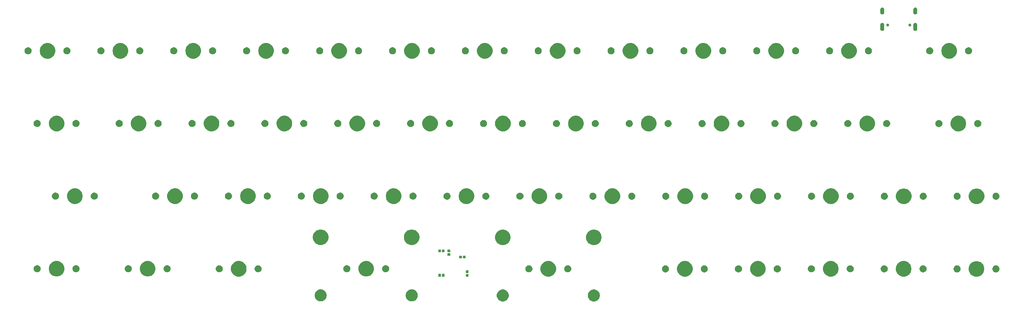
<source format=gbr>
G04 #@! TF.GenerationSoftware,KiCad,Pcbnew,(5.1.5)-3*
G04 #@! TF.CreationDate,2020-05-19T14:28:27+02:00*
G04 #@! TF.ProjectId,40 with arrows,34302520-7769-4746-9820-6172726f7773,rev?*
G04 #@! TF.SameCoordinates,Original*
G04 #@! TF.FileFunction,Soldermask,Top*
G04 #@! TF.FilePolarity,Negative*
%FSLAX46Y46*%
G04 Gerber Fmt 4.6, Leading zero omitted, Abs format (unit mm)*
G04 Created by KiCad (PCBNEW (5.1.5)-3) date 2020-05-19 14:28:27*
%MOMM*%
%LPD*%
G04 APERTURE LIST*
%ADD10C,0.100000*%
G04 APERTURE END LIST*
D10*
G36*
X170473517Y-110190263D02*
G01*
X170625661Y-110220526D01*
X170744387Y-110269704D01*
X170912291Y-110339252D01*
X170912292Y-110339253D01*
X171170254Y-110511617D01*
X171389633Y-110730996D01*
X171504803Y-110903361D01*
X171561998Y-110988959D01*
X171631546Y-111156863D01*
X171672440Y-111255589D01*
X171680724Y-111275590D01*
X171741250Y-111579875D01*
X171741250Y-111890125D01*
X171680724Y-112194410D01*
X171561998Y-112481041D01*
X171561997Y-112481042D01*
X171389633Y-112739004D01*
X171170254Y-112958383D01*
X170997889Y-113073553D01*
X170912291Y-113130748D01*
X170744387Y-113200296D01*
X170625661Y-113249474D01*
X170321375Y-113310000D01*
X170011125Y-113310000D01*
X169706839Y-113249474D01*
X169588113Y-113200296D01*
X169420209Y-113130748D01*
X169334611Y-113073553D01*
X169162246Y-112958383D01*
X168942867Y-112739004D01*
X168770503Y-112481042D01*
X168770502Y-112481041D01*
X168651776Y-112194410D01*
X168591250Y-111890125D01*
X168591250Y-111579875D01*
X168651776Y-111275590D01*
X168660061Y-111255589D01*
X168700954Y-111156863D01*
X168770502Y-110988959D01*
X168827697Y-110903361D01*
X168942867Y-110730996D01*
X169162246Y-110511617D01*
X169420208Y-110339253D01*
X169420209Y-110339252D01*
X169588113Y-110269704D01*
X169706839Y-110220526D01*
X169858983Y-110190263D01*
X170011125Y-110160000D01*
X170321375Y-110160000D01*
X170473517Y-110190263D01*
G37*
G36*
X146661017Y-110190263D02*
G01*
X146813161Y-110220526D01*
X146931887Y-110269704D01*
X147099791Y-110339252D01*
X147099792Y-110339253D01*
X147357754Y-110511617D01*
X147577133Y-110730996D01*
X147692303Y-110903361D01*
X147749498Y-110988959D01*
X147819046Y-111156863D01*
X147859940Y-111255589D01*
X147868224Y-111275590D01*
X147928750Y-111579875D01*
X147928750Y-111890125D01*
X147868224Y-112194410D01*
X147749498Y-112481041D01*
X147749497Y-112481042D01*
X147577133Y-112739004D01*
X147357754Y-112958383D01*
X147185389Y-113073553D01*
X147099791Y-113130748D01*
X146931887Y-113200296D01*
X146813161Y-113249474D01*
X146508875Y-113310000D01*
X146198625Y-113310000D01*
X145894339Y-113249474D01*
X145775613Y-113200296D01*
X145607709Y-113130748D01*
X145522111Y-113073553D01*
X145349746Y-112958383D01*
X145130367Y-112739004D01*
X144958003Y-112481042D01*
X144958002Y-112481041D01*
X144839276Y-112194410D01*
X144778750Y-111890125D01*
X144778750Y-111579875D01*
X144839276Y-111275590D01*
X144847561Y-111255589D01*
X144888454Y-111156863D01*
X144958002Y-110988959D01*
X145015197Y-110903361D01*
X145130367Y-110730996D01*
X145349746Y-110511617D01*
X145607708Y-110339253D01*
X145607709Y-110339252D01*
X145775613Y-110269704D01*
X145894339Y-110220526D01*
X146046483Y-110190263D01*
X146198625Y-110160000D01*
X146508875Y-110160000D01*
X146661017Y-110190263D01*
G37*
G36*
X98979422Y-110160000D02*
G01*
X99183161Y-110200526D01*
X99301887Y-110249704D01*
X99469791Y-110319252D01*
X99555389Y-110376447D01*
X99727754Y-110491617D01*
X99947133Y-110710996D01*
X99960497Y-110730997D01*
X100119498Y-110968959D01*
X100127782Y-110988959D01*
X100238224Y-111255589D01*
X100298750Y-111559876D01*
X100298750Y-111870124D01*
X100238224Y-112174411D01*
X100189046Y-112293137D01*
X100119498Y-112461041D01*
X100062303Y-112546639D01*
X99947133Y-112719004D01*
X99727754Y-112938383D01*
X99555389Y-113053553D01*
X99469791Y-113110748D01*
X99301887Y-113180296D01*
X99183161Y-113229474D01*
X99082613Y-113249474D01*
X98878875Y-113290000D01*
X98568625Y-113290000D01*
X98364887Y-113249474D01*
X98264339Y-113229474D01*
X98145613Y-113180296D01*
X97977709Y-113110748D01*
X97892111Y-113053553D01*
X97719746Y-112938383D01*
X97500367Y-112719004D01*
X97385197Y-112546639D01*
X97328002Y-112461041D01*
X97258454Y-112293137D01*
X97209276Y-112174411D01*
X97148750Y-111870124D01*
X97148750Y-111559876D01*
X97209276Y-111255589D01*
X97319718Y-110988959D01*
X97328002Y-110968959D01*
X97487003Y-110730997D01*
X97500367Y-110710996D01*
X97719746Y-110491617D01*
X97892111Y-110376447D01*
X97977709Y-110319252D01*
X98145613Y-110249704D01*
X98264339Y-110200526D01*
X98468078Y-110160000D01*
X98568625Y-110140000D01*
X98878875Y-110140000D01*
X98979422Y-110160000D01*
G37*
G36*
X122791922Y-110160000D02*
G01*
X122995661Y-110200526D01*
X123114387Y-110249704D01*
X123282291Y-110319252D01*
X123367889Y-110376447D01*
X123540254Y-110491617D01*
X123759633Y-110710996D01*
X123772997Y-110730997D01*
X123931998Y-110968959D01*
X123940282Y-110988959D01*
X124050724Y-111255589D01*
X124111250Y-111559876D01*
X124111250Y-111870124D01*
X124050724Y-112174411D01*
X124001546Y-112293137D01*
X123931998Y-112461041D01*
X123874803Y-112546639D01*
X123759633Y-112719004D01*
X123540254Y-112938383D01*
X123367889Y-113053553D01*
X123282291Y-113110748D01*
X123114387Y-113180296D01*
X122995661Y-113229474D01*
X122895113Y-113249474D01*
X122691375Y-113290000D01*
X122381125Y-113290000D01*
X122177387Y-113249474D01*
X122076839Y-113229474D01*
X121958113Y-113180296D01*
X121790209Y-113110748D01*
X121704611Y-113053553D01*
X121532246Y-112938383D01*
X121312867Y-112719004D01*
X121197697Y-112546639D01*
X121140502Y-112461041D01*
X121070954Y-112293137D01*
X121021776Y-112174411D01*
X120961250Y-111870124D01*
X120961250Y-111559876D01*
X121021776Y-111255589D01*
X121132218Y-110988959D01*
X121140502Y-110968959D01*
X121299503Y-110730997D01*
X121312867Y-110710996D01*
X121532246Y-110491617D01*
X121704611Y-110376447D01*
X121790209Y-110319252D01*
X121958113Y-110249704D01*
X122076839Y-110200526D01*
X122280578Y-110160000D01*
X122381125Y-110140000D01*
X122691375Y-110140000D01*
X122791922Y-110160000D01*
G37*
G36*
X270836474Y-102813684D02*
G01*
X271054474Y-102903983D01*
X271208623Y-102967833D01*
X271543548Y-103191623D01*
X271828377Y-103476452D01*
X272052167Y-103811377D01*
X272084562Y-103889586D01*
X272206316Y-104183526D01*
X272284900Y-104578594D01*
X272284900Y-104981406D01*
X272206316Y-105376474D01*
X272155451Y-105499272D01*
X272052167Y-105748623D01*
X271828377Y-106083548D01*
X271543548Y-106368377D01*
X271208623Y-106592167D01*
X271054474Y-106656017D01*
X270836474Y-106746316D01*
X270441406Y-106824900D01*
X270038594Y-106824900D01*
X269643526Y-106746316D01*
X269425526Y-106656017D01*
X269271377Y-106592167D01*
X268936452Y-106368377D01*
X268651623Y-106083548D01*
X268427833Y-105748623D01*
X268324549Y-105499272D01*
X268273684Y-105376474D01*
X268195100Y-104981406D01*
X268195100Y-104578594D01*
X268273684Y-104183526D01*
X268395438Y-103889586D01*
X268427833Y-103811377D01*
X268651623Y-103476452D01*
X268936452Y-103191623D01*
X269271377Y-102967833D01*
X269425526Y-102903983D01*
X269643526Y-102813684D01*
X270038594Y-102735100D01*
X270441406Y-102735100D01*
X270836474Y-102813684D01*
G37*
G36*
X137331938Y-106131716D02*
G01*
X137352557Y-106137971D01*
X137371553Y-106148124D01*
X137388208Y-106161792D01*
X137401876Y-106178447D01*
X137412029Y-106197443D01*
X137418284Y-106218062D01*
X137421000Y-106245640D01*
X137421000Y-106704360D01*
X137418284Y-106731938D01*
X137412029Y-106752557D01*
X137401876Y-106771553D01*
X137388208Y-106788208D01*
X137371553Y-106801876D01*
X137352557Y-106812029D01*
X137331938Y-106818284D01*
X137304360Y-106821000D01*
X136795640Y-106821000D01*
X136768062Y-106818284D01*
X136747443Y-106812029D01*
X136728447Y-106801876D01*
X136711792Y-106788208D01*
X136698124Y-106771553D01*
X136687971Y-106752557D01*
X136681716Y-106731938D01*
X136679000Y-106704360D01*
X136679000Y-106245640D01*
X136681716Y-106218062D01*
X136687971Y-106197443D01*
X136698124Y-106178447D01*
X136711792Y-106161792D01*
X136728447Y-106148124D01*
X136747443Y-106137971D01*
X136768062Y-106131716D01*
X136795640Y-106129000D01*
X137304360Y-106129000D01*
X137331938Y-106131716D01*
G37*
G36*
X131051938Y-106081716D02*
G01*
X131072557Y-106087971D01*
X131091553Y-106098124D01*
X131108208Y-106111792D01*
X131121876Y-106128447D01*
X131132029Y-106147443D01*
X131138284Y-106168062D01*
X131141000Y-106195640D01*
X131141000Y-106704360D01*
X131138284Y-106731938D01*
X131132029Y-106752557D01*
X131121876Y-106771553D01*
X131108208Y-106788208D01*
X131091553Y-106801876D01*
X131072557Y-106812029D01*
X131051938Y-106818284D01*
X131024360Y-106821000D01*
X130565640Y-106821000D01*
X130538062Y-106818284D01*
X130517443Y-106812029D01*
X130498447Y-106801876D01*
X130481792Y-106788208D01*
X130468124Y-106771553D01*
X130457971Y-106752557D01*
X130451716Y-106731938D01*
X130449000Y-106704360D01*
X130449000Y-106195640D01*
X130451716Y-106168062D01*
X130457971Y-106147443D01*
X130468124Y-106128447D01*
X130481792Y-106111792D01*
X130498447Y-106098124D01*
X130517443Y-106087971D01*
X130538062Y-106081716D01*
X130565640Y-106079000D01*
X131024360Y-106079000D01*
X131051938Y-106081716D01*
G37*
G36*
X130081938Y-106081716D02*
G01*
X130102557Y-106087971D01*
X130121553Y-106098124D01*
X130138208Y-106111792D01*
X130151876Y-106128447D01*
X130162029Y-106147443D01*
X130168284Y-106168062D01*
X130171000Y-106195640D01*
X130171000Y-106704360D01*
X130168284Y-106731938D01*
X130162029Y-106752557D01*
X130151876Y-106771553D01*
X130138208Y-106788208D01*
X130121553Y-106801876D01*
X130102557Y-106812029D01*
X130081938Y-106818284D01*
X130054360Y-106821000D01*
X129595640Y-106821000D01*
X129568062Y-106818284D01*
X129547443Y-106812029D01*
X129528447Y-106801876D01*
X129511792Y-106788208D01*
X129498124Y-106771553D01*
X129487971Y-106752557D01*
X129481716Y-106731938D01*
X129479000Y-106704360D01*
X129479000Y-106195640D01*
X129481716Y-106168062D01*
X129487971Y-106147443D01*
X129498124Y-106128447D01*
X129511792Y-106111792D01*
X129528447Y-106098124D01*
X129547443Y-106087971D01*
X129568062Y-106081716D01*
X129595640Y-106079000D01*
X130054360Y-106079000D01*
X130081938Y-106081716D01*
G37*
G36*
X194576474Y-102793684D02*
G01*
X194794474Y-102883983D01*
X194948623Y-102947833D01*
X195283548Y-103171623D01*
X195568377Y-103456452D01*
X195792167Y-103791377D01*
X195824562Y-103869586D01*
X195946316Y-104163526D01*
X196024900Y-104558594D01*
X196024900Y-104961406D01*
X195946316Y-105356474D01*
X195895451Y-105479272D01*
X195792167Y-105728623D01*
X195568377Y-106063548D01*
X195283548Y-106348377D01*
X194948623Y-106572167D01*
X194900338Y-106592167D01*
X194576474Y-106726316D01*
X194181406Y-106804900D01*
X193778594Y-106804900D01*
X193383526Y-106726316D01*
X193059662Y-106592167D01*
X193011377Y-106572167D01*
X192676452Y-106348377D01*
X192391623Y-106063548D01*
X192167833Y-105728623D01*
X192064549Y-105479272D01*
X192013684Y-105356474D01*
X191935100Y-104961406D01*
X191935100Y-104558594D01*
X192013684Y-104163526D01*
X192135438Y-103869586D01*
X192167833Y-103791377D01*
X192391623Y-103456452D01*
X192676452Y-103171623D01*
X193011377Y-102947833D01*
X193165526Y-102883983D01*
X193383526Y-102793684D01*
X193778594Y-102715100D01*
X194181406Y-102715100D01*
X194576474Y-102793684D01*
G37*
G36*
X213666474Y-102793684D02*
G01*
X213884474Y-102883983D01*
X214038623Y-102947833D01*
X214373548Y-103171623D01*
X214658377Y-103456452D01*
X214882167Y-103791377D01*
X214914562Y-103869586D01*
X215036316Y-104163526D01*
X215114900Y-104558594D01*
X215114900Y-104961406D01*
X215036316Y-105356474D01*
X214985451Y-105479272D01*
X214882167Y-105728623D01*
X214658377Y-106063548D01*
X214373548Y-106348377D01*
X214038623Y-106572167D01*
X213990338Y-106592167D01*
X213666474Y-106726316D01*
X213271406Y-106804900D01*
X212868594Y-106804900D01*
X212473526Y-106726316D01*
X212149662Y-106592167D01*
X212101377Y-106572167D01*
X211766452Y-106348377D01*
X211481623Y-106063548D01*
X211257833Y-105728623D01*
X211154549Y-105479272D01*
X211103684Y-105356474D01*
X211025100Y-104961406D01*
X211025100Y-104558594D01*
X211103684Y-104163526D01*
X211225438Y-103869586D01*
X211257833Y-103791377D01*
X211481623Y-103456452D01*
X211766452Y-103171623D01*
X212101377Y-102947833D01*
X212255526Y-102883983D01*
X212473526Y-102793684D01*
X212868594Y-102715100D01*
X213271406Y-102715100D01*
X213666474Y-102793684D01*
G37*
G36*
X251786474Y-102793684D02*
G01*
X252004474Y-102883983D01*
X252158623Y-102947833D01*
X252493548Y-103171623D01*
X252778377Y-103456452D01*
X253002167Y-103791377D01*
X253034562Y-103869586D01*
X253156316Y-104163526D01*
X253234900Y-104558594D01*
X253234900Y-104961406D01*
X253156316Y-105356474D01*
X253105451Y-105479272D01*
X253002167Y-105728623D01*
X252778377Y-106063548D01*
X252493548Y-106348377D01*
X252158623Y-106572167D01*
X252110338Y-106592167D01*
X251786474Y-106726316D01*
X251391406Y-106804900D01*
X250988594Y-106804900D01*
X250593526Y-106726316D01*
X250269662Y-106592167D01*
X250221377Y-106572167D01*
X249886452Y-106348377D01*
X249601623Y-106063548D01*
X249377833Y-105728623D01*
X249274549Y-105479272D01*
X249223684Y-105356474D01*
X249145100Y-104961406D01*
X249145100Y-104558594D01*
X249223684Y-104163526D01*
X249345438Y-103869586D01*
X249377833Y-103791377D01*
X249601623Y-103456452D01*
X249886452Y-103171623D01*
X250221377Y-102947833D01*
X250375526Y-102883983D01*
X250593526Y-102793684D01*
X250988594Y-102715100D01*
X251391406Y-102715100D01*
X251786474Y-102793684D01*
G37*
G36*
X232726474Y-102783684D02*
G01*
X232944474Y-102873983D01*
X233098623Y-102937833D01*
X233433548Y-103161623D01*
X233718377Y-103446452D01*
X233942167Y-103781377D01*
X233974562Y-103859586D01*
X234096316Y-104153526D01*
X234174900Y-104548594D01*
X234174900Y-104951406D01*
X234096316Y-105346474D01*
X234041309Y-105479272D01*
X233942167Y-105718623D01*
X233718377Y-106053548D01*
X233433548Y-106338377D01*
X233098623Y-106562167D01*
X233026196Y-106592167D01*
X232726474Y-106716316D01*
X232331406Y-106794900D01*
X231928594Y-106794900D01*
X231533526Y-106716316D01*
X231233804Y-106592167D01*
X231161377Y-106562167D01*
X230826452Y-106338377D01*
X230541623Y-106053548D01*
X230317833Y-105718623D01*
X230218691Y-105479272D01*
X230163684Y-105346474D01*
X230085100Y-104951406D01*
X230085100Y-104548594D01*
X230163684Y-104153526D01*
X230285438Y-103859586D01*
X230317833Y-103781377D01*
X230541623Y-103446452D01*
X230826452Y-103161623D01*
X231161377Y-102937833D01*
X231315526Y-102873983D01*
X231533526Y-102783684D01*
X231928594Y-102705100D01*
X232331406Y-102705100D01*
X232726474Y-102783684D01*
G37*
G36*
X77886474Y-102783684D02*
G01*
X78104474Y-102873983D01*
X78258623Y-102937833D01*
X78593548Y-103161623D01*
X78878377Y-103446452D01*
X79102167Y-103781377D01*
X79134562Y-103859586D01*
X79256316Y-104153526D01*
X79334900Y-104548594D01*
X79334900Y-104951406D01*
X79256316Y-105346474D01*
X79201309Y-105479272D01*
X79102167Y-105718623D01*
X78878377Y-106053548D01*
X78593548Y-106338377D01*
X78258623Y-106562167D01*
X78186196Y-106592167D01*
X77886474Y-106716316D01*
X77491406Y-106794900D01*
X77088594Y-106794900D01*
X76693526Y-106716316D01*
X76393804Y-106592167D01*
X76321377Y-106562167D01*
X75986452Y-106338377D01*
X75701623Y-106053548D01*
X75477833Y-105718623D01*
X75378691Y-105479272D01*
X75323684Y-105346474D01*
X75245100Y-104951406D01*
X75245100Y-104548594D01*
X75323684Y-104153526D01*
X75445438Y-103859586D01*
X75477833Y-103781377D01*
X75701623Y-103446452D01*
X75986452Y-103161623D01*
X76321377Y-102937833D01*
X76475526Y-102873983D01*
X76693526Y-102783684D01*
X77088594Y-102705100D01*
X77491406Y-102705100D01*
X77886474Y-102783684D01*
G37*
G36*
X158856474Y-102783684D02*
G01*
X159074474Y-102873983D01*
X159228623Y-102937833D01*
X159563548Y-103161623D01*
X159848377Y-103446452D01*
X160072167Y-103781377D01*
X160104562Y-103859586D01*
X160226316Y-104153526D01*
X160304900Y-104548594D01*
X160304900Y-104951406D01*
X160226316Y-105346474D01*
X160171309Y-105479272D01*
X160072167Y-105718623D01*
X159848377Y-106053548D01*
X159563548Y-106338377D01*
X159228623Y-106562167D01*
X159156196Y-106592167D01*
X158856474Y-106716316D01*
X158461406Y-106794900D01*
X158058594Y-106794900D01*
X157663526Y-106716316D01*
X157363804Y-106592167D01*
X157291377Y-106562167D01*
X156956452Y-106338377D01*
X156671623Y-106053548D01*
X156447833Y-105718623D01*
X156348691Y-105479272D01*
X156293684Y-105346474D01*
X156215100Y-104951406D01*
X156215100Y-104548594D01*
X156293684Y-104153526D01*
X156415438Y-103859586D01*
X156447833Y-103781377D01*
X156671623Y-103446452D01*
X156956452Y-103161623D01*
X157291377Y-102937833D01*
X157445526Y-102873983D01*
X157663526Y-102783684D01*
X158058594Y-102705100D01*
X158461406Y-102705100D01*
X158856474Y-102783684D01*
G37*
G36*
X54076474Y-102763684D02*
G01*
X54294474Y-102853983D01*
X54448623Y-102917833D01*
X54783548Y-103141623D01*
X55068377Y-103426452D01*
X55292167Y-103761377D01*
X55332846Y-103859585D01*
X55446316Y-104133526D01*
X55524900Y-104528594D01*
X55524900Y-104931406D01*
X55446316Y-105326474D01*
X55356017Y-105544474D01*
X55292167Y-105698623D01*
X55068377Y-106033548D01*
X54783548Y-106318377D01*
X54448623Y-106542167D01*
X54400338Y-106562167D01*
X54076474Y-106696316D01*
X53681406Y-106774900D01*
X53278594Y-106774900D01*
X52883526Y-106696316D01*
X52559662Y-106562167D01*
X52511377Y-106542167D01*
X52176452Y-106318377D01*
X51891623Y-106033548D01*
X51667833Y-105698623D01*
X51603983Y-105544474D01*
X51513684Y-105326474D01*
X51435100Y-104931406D01*
X51435100Y-104528594D01*
X51513684Y-104133526D01*
X51627154Y-103859585D01*
X51667833Y-103761377D01*
X51891623Y-103426452D01*
X52176452Y-103141623D01*
X52511377Y-102917833D01*
X52665526Y-102853983D01*
X52883526Y-102763684D01*
X53278594Y-102685100D01*
X53681406Y-102685100D01*
X54076474Y-102763684D01*
G37*
G36*
X30266474Y-102763684D02*
G01*
X30484474Y-102853983D01*
X30638623Y-102917833D01*
X30973548Y-103141623D01*
X31258377Y-103426452D01*
X31482167Y-103761377D01*
X31522846Y-103859585D01*
X31636316Y-104133526D01*
X31714900Y-104528594D01*
X31714900Y-104931406D01*
X31636316Y-105326474D01*
X31546017Y-105544474D01*
X31482167Y-105698623D01*
X31258377Y-106033548D01*
X30973548Y-106318377D01*
X30638623Y-106542167D01*
X30590338Y-106562167D01*
X30266474Y-106696316D01*
X29871406Y-106774900D01*
X29468594Y-106774900D01*
X29073526Y-106696316D01*
X28749662Y-106562167D01*
X28701377Y-106542167D01*
X28366452Y-106318377D01*
X28081623Y-106033548D01*
X27857833Y-105698623D01*
X27793983Y-105544474D01*
X27703684Y-105326474D01*
X27625100Y-104931406D01*
X27625100Y-104528594D01*
X27703684Y-104133526D01*
X27817154Y-103859585D01*
X27857833Y-103761377D01*
X28081623Y-103426452D01*
X28366452Y-103141623D01*
X28701377Y-102917833D01*
X28855526Y-102853983D01*
X29073526Y-102763684D01*
X29468594Y-102685100D01*
X29871406Y-102685100D01*
X30266474Y-102763684D01*
G37*
G36*
X111226474Y-102763684D02*
G01*
X111444474Y-102853983D01*
X111598623Y-102917833D01*
X111933548Y-103141623D01*
X112218377Y-103426452D01*
X112442167Y-103761377D01*
X112482846Y-103859585D01*
X112596316Y-104133526D01*
X112674900Y-104528594D01*
X112674900Y-104931406D01*
X112596316Y-105326474D01*
X112506017Y-105544474D01*
X112442167Y-105698623D01*
X112218377Y-106033548D01*
X111933548Y-106318377D01*
X111598623Y-106542167D01*
X111550338Y-106562167D01*
X111226474Y-106696316D01*
X110831406Y-106774900D01*
X110428594Y-106774900D01*
X110033526Y-106696316D01*
X109709662Y-106562167D01*
X109661377Y-106542167D01*
X109326452Y-106318377D01*
X109041623Y-106033548D01*
X108817833Y-105698623D01*
X108753983Y-105544474D01*
X108663684Y-105326474D01*
X108585100Y-104931406D01*
X108585100Y-104528594D01*
X108663684Y-104133526D01*
X108777154Y-103859585D01*
X108817833Y-103761377D01*
X109041623Y-103426452D01*
X109326452Y-103141623D01*
X109661377Y-102917833D01*
X109815526Y-102853983D01*
X110033526Y-102763684D01*
X110428594Y-102685100D01*
X110831406Y-102685100D01*
X111226474Y-102763684D01*
G37*
G36*
X137331938Y-105161716D02*
G01*
X137352557Y-105167971D01*
X137371553Y-105178124D01*
X137388208Y-105191792D01*
X137401876Y-105208447D01*
X137412029Y-105227443D01*
X137418284Y-105248062D01*
X137421000Y-105275640D01*
X137421000Y-105734360D01*
X137418284Y-105761938D01*
X137412029Y-105782557D01*
X137401876Y-105801553D01*
X137388208Y-105818208D01*
X137371553Y-105831876D01*
X137352557Y-105842029D01*
X137331938Y-105848284D01*
X137304360Y-105851000D01*
X136795640Y-105851000D01*
X136768062Y-105848284D01*
X136747443Y-105842029D01*
X136728447Y-105831876D01*
X136711792Y-105818208D01*
X136698124Y-105801553D01*
X136687971Y-105782557D01*
X136681716Y-105761938D01*
X136679000Y-105734360D01*
X136679000Y-105275640D01*
X136681716Y-105248062D01*
X136687971Y-105227443D01*
X136698124Y-105208447D01*
X136711792Y-105191792D01*
X136728447Y-105178124D01*
X136747443Y-105167971D01*
X136768062Y-105161716D01*
X136795640Y-105159000D01*
X137304360Y-105159000D01*
X137331938Y-105161716D01*
G37*
G36*
X265430104Y-103889585D02*
G01*
X265598626Y-103959389D01*
X265750291Y-104060728D01*
X265879272Y-104189709D01*
X265980611Y-104341374D01*
X266050415Y-104509896D01*
X266086000Y-104688797D01*
X266086000Y-104871203D01*
X266050415Y-105050104D01*
X265980611Y-105218626D01*
X265879272Y-105370291D01*
X265750291Y-105499272D01*
X265598626Y-105600611D01*
X265430104Y-105670415D01*
X265251203Y-105706000D01*
X265068797Y-105706000D01*
X264889896Y-105670415D01*
X264721374Y-105600611D01*
X264569709Y-105499272D01*
X264440728Y-105370291D01*
X264339389Y-105218626D01*
X264269585Y-105050104D01*
X264234000Y-104871203D01*
X264234000Y-104688797D01*
X264269585Y-104509896D01*
X264339389Y-104341374D01*
X264440728Y-104189709D01*
X264569709Y-104060728D01*
X264721374Y-103959389D01*
X264889896Y-103889585D01*
X265068797Y-103854000D01*
X265251203Y-103854000D01*
X265430104Y-103889585D01*
G37*
G36*
X275590104Y-103889585D02*
G01*
X275758626Y-103959389D01*
X275910291Y-104060728D01*
X276039272Y-104189709D01*
X276140611Y-104341374D01*
X276210415Y-104509896D01*
X276246000Y-104688797D01*
X276246000Y-104871203D01*
X276210415Y-105050104D01*
X276140611Y-105218626D01*
X276039272Y-105370291D01*
X275910291Y-105499272D01*
X275758626Y-105600611D01*
X275590104Y-105670415D01*
X275411203Y-105706000D01*
X275228797Y-105706000D01*
X275049896Y-105670415D01*
X274881374Y-105600611D01*
X274729709Y-105499272D01*
X274600728Y-105370291D01*
X274499389Y-105218626D01*
X274429585Y-105050104D01*
X274394000Y-104871203D01*
X274394000Y-104688797D01*
X274429585Y-104509896D01*
X274499389Y-104341374D01*
X274600728Y-104189709D01*
X274729709Y-104060728D01*
X274881374Y-103959389D01*
X275049896Y-103889585D01*
X275228797Y-103854000D01*
X275411203Y-103854000D01*
X275590104Y-103889585D01*
G37*
G36*
X246380104Y-103869585D02*
G01*
X246548626Y-103939389D01*
X246700291Y-104040728D01*
X246829272Y-104169709D01*
X246930611Y-104321374D01*
X247000415Y-104489896D01*
X247036000Y-104668797D01*
X247036000Y-104851203D01*
X247000415Y-105030104D01*
X246930611Y-105198626D01*
X246829272Y-105350291D01*
X246700291Y-105479272D01*
X246548626Y-105580611D01*
X246380104Y-105650415D01*
X246201203Y-105686000D01*
X246018797Y-105686000D01*
X245839896Y-105650415D01*
X245671374Y-105580611D01*
X245519709Y-105479272D01*
X245390728Y-105350291D01*
X245289389Y-105198626D01*
X245219585Y-105030104D01*
X245184000Y-104851203D01*
X245184000Y-104668797D01*
X245219585Y-104489896D01*
X245289389Y-104321374D01*
X245390728Y-104169709D01*
X245519709Y-104040728D01*
X245671374Y-103939389D01*
X245839896Y-103869585D01*
X246018797Y-103834000D01*
X246201203Y-103834000D01*
X246380104Y-103869585D01*
G37*
G36*
X256540104Y-103869585D02*
G01*
X256708626Y-103939389D01*
X256860291Y-104040728D01*
X256989272Y-104169709D01*
X257090611Y-104321374D01*
X257160415Y-104489896D01*
X257196000Y-104668797D01*
X257196000Y-104851203D01*
X257160415Y-105030104D01*
X257090611Y-105198626D01*
X256989272Y-105350291D01*
X256860291Y-105479272D01*
X256708626Y-105580611D01*
X256540104Y-105650415D01*
X256361203Y-105686000D01*
X256178797Y-105686000D01*
X255999896Y-105650415D01*
X255831374Y-105580611D01*
X255679709Y-105479272D01*
X255550728Y-105350291D01*
X255449389Y-105198626D01*
X255379585Y-105030104D01*
X255344000Y-104851203D01*
X255344000Y-104668797D01*
X255379585Y-104489896D01*
X255449389Y-104321374D01*
X255550728Y-104169709D01*
X255679709Y-104040728D01*
X255831374Y-103939389D01*
X255999896Y-103869585D01*
X256178797Y-103834000D01*
X256361203Y-103834000D01*
X256540104Y-103869585D01*
G37*
G36*
X208260104Y-103869585D02*
G01*
X208428626Y-103939389D01*
X208580291Y-104040728D01*
X208709272Y-104169709D01*
X208810611Y-104321374D01*
X208880415Y-104489896D01*
X208916000Y-104668797D01*
X208916000Y-104851203D01*
X208880415Y-105030104D01*
X208810611Y-105198626D01*
X208709272Y-105350291D01*
X208580291Y-105479272D01*
X208428626Y-105580611D01*
X208260104Y-105650415D01*
X208081203Y-105686000D01*
X207898797Y-105686000D01*
X207719896Y-105650415D01*
X207551374Y-105580611D01*
X207399709Y-105479272D01*
X207270728Y-105350291D01*
X207169389Y-105198626D01*
X207099585Y-105030104D01*
X207064000Y-104851203D01*
X207064000Y-104668797D01*
X207099585Y-104489896D01*
X207169389Y-104321374D01*
X207270728Y-104169709D01*
X207399709Y-104040728D01*
X207551374Y-103939389D01*
X207719896Y-103869585D01*
X207898797Y-103834000D01*
X208081203Y-103834000D01*
X208260104Y-103869585D01*
G37*
G36*
X189170104Y-103869585D02*
G01*
X189338626Y-103939389D01*
X189490291Y-104040728D01*
X189619272Y-104169709D01*
X189720611Y-104321374D01*
X189790415Y-104489896D01*
X189826000Y-104668797D01*
X189826000Y-104851203D01*
X189790415Y-105030104D01*
X189720611Y-105198626D01*
X189619272Y-105350291D01*
X189490291Y-105479272D01*
X189338626Y-105580611D01*
X189170104Y-105650415D01*
X188991203Y-105686000D01*
X188808797Y-105686000D01*
X188629896Y-105650415D01*
X188461374Y-105580611D01*
X188309709Y-105479272D01*
X188180728Y-105350291D01*
X188079389Y-105198626D01*
X188009585Y-105030104D01*
X187974000Y-104851203D01*
X187974000Y-104668797D01*
X188009585Y-104489896D01*
X188079389Y-104321374D01*
X188180728Y-104169709D01*
X188309709Y-104040728D01*
X188461374Y-103939389D01*
X188629896Y-103869585D01*
X188808797Y-103834000D01*
X188991203Y-103834000D01*
X189170104Y-103869585D01*
G37*
G36*
X199330104Y-103869585D02*
G01*
X199498626Y-103939389D01*
X199650291Y-104040728D01*
X199779272Y-104169709D01*
X199880611Y-104321374D01*
X199950415Y-104489896D01*
X199986000Y-104668797D01*
X199986000Y-104851203D01*
X199950415Y-105030104D01*
X199880611Y-105198626D01*
X199779272Y-105350291D01*
X199650291Y-105479272D01*
X199498626Y-105580611D01*
X199330104Y-105650415D01*
X199151203Y-105686000D01*
X198968797Y-105686000D01*
X198789896Y-105650415D01*
X198621374Y-105580611D01*
X198469709Y-105479272D01*
X198340728Y-105350291D01*
X198239389Y-105198626D01*
X198169585Y-105030104D01*
X198134000Y-104851203D01*
X198134000Y-104668797D01*
X198169585Y-104489896D01*
X198239389Y-104321374D01*
X198340728Y-104169709D01*
X198469709Y-104040728D01*
X198621374Y-103939389D01*
X198789896Y-103869585D01*
X198968797Y-103834000D01*
X199151203Y-103834000D01*
X199330104Y-103869585D01*
G37*
G36*
X218420104Y-103869585D02*
G01*
X218588626Y-103939389D01*
X218740291Y-104040728D01*
X218869272Y-104169709D01*
X218970611Y-104321374D01*
X219040415Y-104489896D01*
X219076000Y-104668797D01*
X219076000Y-104851203D01*
X219040415Y-105030104D01*
X218970611Y-105198626D01*
X218869272Y-105350291D01*
X218740291Y-105479272D01*
X218588626Y-105580611D01*
X218420104Y-105650415D01*
X218241203Y-105686000D01*
X218058797Y-105686000D01*
X217879896Y-105650415D01*
X217711374Y-105580611D01*
X217559709Y-105479272D01*
X217430728Y-105350291D01*
X217329389Y-105198626D01*
X217259585Y-105030104D01*
X217224000Y-104851203D01*
X217224000Y-104668797D01*
X217259585Y-104489896D01*
X217329389Y-104321374D01*
X217430728Y-104169709D01*
X217559709Y-104040728D01*
X217711374Y-103939389D01*
X217879896Y-103869585D01*
X218058797Y-103834000D01*
X218241203Y-103834000D01*
X218420104Y-103869585D01*
G37*
G36*
X72480104Y-103859585D02*
G01*
X72648626Y-103929389D01*
X72800291Y-104030728D01*
X72929272Y-104159709D01*
X73030611Y-104311374D01*
X73100415Y-104479896D01*
X73136000Y-104658797D01*
X73136000Y-104841203D01*
X73100415Y-105020104D01*
X73030611Y-105188626D01*
X72929272Y-105340291D01*
X72800291Y-105469272D01*
X72648626Y-105570611D01*
X72480104Y-105640415D01*
X72301203Y-105676000D01*
X72118797Y-105676000D01*
X71939896Y-105640415D01*
X71771374Y-105570611D01*
X71619709Y-105469272D01*
X71490728Y-105340291D01*
X71389389Y-105188626D01*
X71319585Y-105020104D01*
X71284000Y-104841203D01*
X71284000Y-104658797D01*
X71319585Y-104479896D01*
X71389389Y-104311374D01*
X71490728Y-104159709D01*
X71619709Y-104030728D01*
X71771374Y-103929389D01*
X71939896Y-103859585D01*
X72118797Y-103824000D01*
X72301203Y-103824000D01*
X72480104Y-103859585D01*
G37*
G36*
X153450104Y-103859585D02*
G01*
X153618626Y-103929389D01*
X153770291Y-104030728D01*
X153899272Y-104159709D01*
X154000611Y-104311374D01*
X154070415Y-104479896D01*
X154106000Y-104658797D01*
X154106000Y-104841203D01*
X154070415Y-105020104D01*
X154000611Y-105188626D01*
X153899272Y-105340291D01*
X153770291Y-105469272D01*
X153618626Y-105570611D01*
X153450104Y-105640415D01*
X153271203Y-105676000D01*
X153088797Y-105676000D01*
X152909896Y-105640415D01*
X152741374Y-105570611D01*
X152589709Y-105469272D01*
X152460728Y-105340291D01*
X152359389Y-105188626D01*
X152289585Y-105020104D01*
X152254000Y-104841203D01*
X152254000Y-104658797D01*
X152289585Y-104479896D01*
X152359389Y-104311374D01*
X152460728Y-104159709D01*
X152589709Y-104030728D01*
X152741374Y-103929389D01*
X152909896Y-103859585D01*
X153088797Y-103824000D01*
X153271203Y-103824000D01*
X153450104Y-103859585D01*
G37*
G36*
X163610104Y-103859585D02*
G01*
X163778626Y-103929389D01*
X163930291Y-104030728D01*
X164059272Y-104159709D01*
X164160611Y-104311374D01*
X164230415Y-104479896D01*
X164266000Y-104658797D01*
X164266000Y-104841203D01*
X164230415Y-105020104D01*
X164160611Y-105188626D01*
X164059272Y-105340291D01*
X163930291Y-105469272D01*
X163778626Y-105570611D01*
X163610104Y-105640415D01*
X163431203Y-105676000D01*
X163248797Y-105676000D01*
X163069896Y-105640415D01*
X162901374Y-105570611D01*
X162749709Y-105469272D01*
X162620728Y-105340291D01*
X162519389Y-105188626D01*
X162449585Y-105020104D01*
X162414000Y-104841203D01*
X162414000Y-104658797D01*
X162449585Y-104479896D01*
X162519389Y-104311374D01*
X162620728Y-104159709D01*
X162749709Y-104030728D01*
X162901374Y-103929389D01*
X163069896Y-103859585D01*
X163248797Y-103824000D01*
X163431203Y-103824000D01*
X163610104Y-103859585D01*
G37*
G36*
X227320104Y-103859585D02*
G01*
X227488626Y-103929389D01*
X227640291Y-104030728D01*
X227769272Y-104159709D01*
X227870611Y-104311374D01*
X227940415Y-104479896D01*
X227976000Y-104658797D01*
X227976000Y-104841203D01*
X227940415Y-105020104D01*
X227870611Y-105188626D01*
X227769272Y-105340291D01*
X227640291Y-105469272D01*
X227488626Y-105570611D01*
X227320104Y-105640415D01*
X227141203Y-105676000D01*
X226958797Y-105676000D01*
X226779896Y-105640415D01*
X226611374Y-105570611D01*
X226459709Y-105469272D01*
X226330728Y-105340291D01*
X226229389Y-105188626D01*
X226159585Y-105020104D01*
X226124000Y-104841203D01*
X226124000Y-104658797D01*
X226159585Y-104479896D01*
X226229389Y-104311374D01*
X226330728Y-104159709D01*
X226459709Y-104030728D01*
X226611374Y-103929389D01*
X226779896Y-103859585D01*
X226958797Y-103824000D01*
X227141203Y-103824000D01*
X227320104Y-103859585D01*
G37*
G36*
X237480104Y-103859585D02*
G01*
X237648626Y-103929389D01*
X237800291Y-104030728D01*
X237929272Y-104159709D01*
X238030611Y-104311374D01*
X238100415Y-104479896D01*
X238136000Y-104658797D01*
X238136000Y-104841203D01*
X238100415Y-105020104D01*
X238030611Y-105188626D01*
X237929272Y-105340291D01*
X237800291Y-105469272D01*
X237648626Y-105570611D01*
X237480104Y-105640415D01*
X237301203Y-105676000D01*
X237118797Y-105676000D01*
X236939896Y-105640415D01*
X236771374Y-105570611D01*
X236619709Y-105469272D01*
X236490728Y-105340291D01*
X236389389Y-105188626D01*
X236319585Y-105020104D01*
X236284000Y-104841203D01*
X236284000Y-104658797D01*
X236319585Y-104479896D01*
X236389389Y-104311374D01*
X236490728Y-104159709D01*
X236619709Y-104030728D01*
X236771374Y-103929389D01*
X236939896Y-103859585D01*
X237118797Y-103824000D01*
X237301203Y-103824000D01*
X237480104Y-103859585D01*
G37*
G36*
X82640104Y-103859585D02*
G01*
X82808626Y-103929389D01*
X82960291Y-104030728D01*
X83089272Y-104159709D01*
X83190611Y-104311374D01*
X83260415Y-104479896D01*
X83296000Y-104658797D01*
X83296000Y-104841203D01*
X83260415Y-105020104D01*
X83190611Y-105188626D01*
X83089272Y-105340291D01*
X82960291Y-105469272D01*
X82808626Y-105570611D01*
X82640104Y-105640415D01*
X82461203Y-105676000D01*
X82278797Y-105676000D01*
X82099896Y-105640415D01*
X81931374Y-105570611D01*
X81779709Y-105469272D01*
X81650728Y-105340291D01*
X81549389Y-105188626D01*
X81479585Y-105020104D01*
X81444000Y-104841203D01*
X81444000Y-104658797D01*
X81479585Y-104479896D01*
X81549389Y-104311374D01*
X81650728Y-104159709D01*
X81779709Y-104030728D01*
X81931374Y-103929389D01*
X82099896Y-103859585D01*
X82278797Y-103824000D01*
X82461203Y-103824000D01*
X82640104Y-103859585D01*
G37*
G36*
X24860104Y-103839585D02*
G01*
X25028626Y-103909389D01*
X25180291Y-104010728D01*
X25309272Y-104139709D01*
X25410611Y-104291374D01*
X25480415Y-104459896D01*
X25516000Y-104638797D01*
X25516000Y-104821203D01*
X25480415Y-105000104D01*
X25410611Y-105168626D01*
X25309272Y-105320291D01*
X25180291Y-105449272D01*
X25028626Y-105550611D01*
X24860104Y-105620415D01*
X24681203Y-105656000D01*
X24498797Y-105656000D01*
X24319896Y-105620415D01*
X24151374Y-105550611D01*
X23999709Y-105449272D01*
X23870728Y-105320291D01*
X23769389Y-105168626D01*
X23699585Y-105000104D01*
X23664000Y-104821203D01*
X23664000Y-104638797D01*
X23699585Y-104459896D01*
X23769389Y-104291374D01*
X23870728Y-104139709D01*
X23999709Y-104010728D01*
X24151374Y-103909389D01*
X24319896Y-103839585D01*
X24498797Y-103804000D01*
X24681203Y-103804000D01*
X24860104Y-103839585D01*
G37*
G36*
X115980104Y-103839585D02*
G01*
X116148626Y-103909389D01*
X116300291Y-104010728D01*
X116429272Y-104139709D01*
X116530611Y-104291374D01*
X116600415Y-104459896D01*
X116636000Y-104638797D01*
X116636000Y-104821203D01*
X116600415Y-105000104D01*
X116530611Y-105168626D01*
X116429272Y-105320291D01*
X116300291Y-105449272D01*
X116148626Y-105550611D01*
X115980104Y-105620415D01*
X115801203Y-105656000D01*
X115618797Y-105656000D01*
X115439896Y-105620415D01*
X115271374Y-105550611D01*
X115119709Y-105449272D01*
X114990728Y-105320291D01*
X114889389Y-105168626D01*
X114819585Y-105000104D01*
X114784000Y-104821203D01*
X114784000Y-104638797D01*
X114819585Y-104459896D01*
X114889389Y-104291374D01*
X114990728Y-104139709D01*
X115119709Y-104010728D01*
X115271374Y-103909389D01*
X115439896Y-103839585D01*
X115618797Y-103804000D01*
X115801203Y-103804000D01*
X115980104Y-103839585D01*
G37*
G36*
X105820104Y-103839585D02*
G01*
X105988626Y-103909389D01*
X106140291Y-104010728D01*
X106269272Y-104139709D01*
X106370611Y-104291374D01*
X106440415Y-104459896D01*
X106476000Y-104638797D01*
X106476000Y-104821203D01*
X106440415Y-105000104D01*
X106370611Y-105168626D01*
X106269272Y-105320291D01*
X106140291Y-105449272D01*
X105988626Y-105550611D01*
X105820104Y-105620415D01*
X105641203Y-105656000D01*
X105458797Y-105656000D01*
X105279896Y-105620415D01*
X105111374Y-105550611D01*
X104959709Y-105449272D01*
X104830728Y-105320291D01*
X104729389Y-105168626D01*
X104659585Y-105000104D01*
X104624000Y-104821203D01*
X104624000Y-104638797D01*
X104659585Y-104459896D01*
X104729389Y-104291374D01*
X104830728Y-104139709D01*
X104959709Y-104010728D01*
X105111374Y-103909389D01*
X105279896Y-103839585D01*
X105458797Y-103804000D01*
X105641203Y-103804000D01*
X105820104Y-103839585D01*
G37*
G36*
X58830104Y-103839585D02*
G01*
X58998626Y-103909389D01*
X59150291Y-104010728D01*
X59279272Y-104139709D01*
X59380611Y-104291374D01*
X59450415Y-104459896D01*
X59486000Y-104638797D01*
X59486000Y-104821203D01*
X59450415Y-105000104D01*
X59380611Y-105168626D01*
X59279272Y-105320291D01*
X59150291Y-105449272D01*
X58998626Y-105550611D01*
X58830104Y-105620415D01*
X58651203Y-105656000D01*
X58468797Y-105656000D01*
X58289896Y-105620415D01*
X58121374Y-105550611D01*
X57969709Y-105449272D01*
X57840728Y-105320291D01*
X57739389Y-105168626D01*
X57669585Y-105000104D01*
X57634000Y-104821203D01*
X57634000Y-104638797D01*
X57669585Y-104459896D01*
X57739389Y-104291374D01*
X57840728Y-104139709D01*
X57969709Y-104010728D01*
X58121374Y-103909389D01*
X58289896Y-103839585D01*
X58468797Y-103804000D01*
X58651203Y-103804000D01*
X58830104Y-103839585D01*
G37*
G36*
X48670104Y-103839585D02*
G01*
X48838626Y-103909389D01*
X48990291Y-104010728D01*
X49119272Y-104139709D01*
X49220611Y-104291374D01*
X49290415Y-104459896D01*
X49326000Y-104638797D01*
X49326000Y-104821203D01*
X49290415Y-105000104D01*
X49220611Y-105168626D01*
X49119272Y-105320291D01*
X48990291Y-105449272D01*
X48838626Y-105550611D01*
X48670104Y-105620415D01*
X48491203Y-105656000D01*
X48308797Y-105656000D01*
X48129896Y-105620415D01*
X47961374Y-105550611D01*
X47809709Y-105449272D01*
X47680728Y-105320291D01*
X47579389Y-105168626D01*
X47509585Y-105000104D01*
X47474000Y-104821203D01*
X47474000Y-104638797D01*
X47509585Y-104459896D01*
X47579389Y-104291374D01*
X47680728Y-104139709D01*
X47809709Y-104010728D01*
X47961374Y-103909389D01*
X48129896Y-103839585D01*
X48308797Y-103804000D01*
X48491203Y-103804000D01*
X48670104Y-103839585D01*
G37*
G36*
X35020104Y-103839585D02*
G01*
X35188626Y-103909389D01*
X35340291Y-104010728D01*
X35469272Y-104139709D01*
X35570611Y-104291374D01*
X35640415Y-104459896D01*
X35676000Y-104638797D01*
X35676000Y-104821203D01*
X35640415Y-105000104D01*
X35570611Y-105168626D01*
X35469272Y-105320291D01*
X35340291Y-105449272D01*
X35188626Y-105550611D01*
X35020104Y-105620415D01*
X34841203Y-105656000D01*
X34658797Y-105656000D01*
X34479896Y-105620415D01*
X34311374Y-105550611D01*
X34159709Y-105449272D01*
X34030728Y-105320291D01*
X33929389Y-105168626D01*
X33859585Y-105000104D01*
X33824000Y-104821203D01*
X33824000Y-104638797D01*
X33859585Y-104459896D01*
X33929389Y-104291374D01*
X34030728Y-104139709D01*
X34159709Y-104010728D01*
X34311374Y-103909389D01*
X34479896Y-103839585D01*
X34658797Y-103804000D01*
X34841203Y-103804000D01*
X35020104Y-103839585D01*
G37*
G36*
X135561938Y-101281716D02*
G01*
X135582557Y-101287971D01*
X135601553Y-101298124D01*
X135618208Y-101311792D01*
X135631876Y-101328447D01*
X135642029Y-101347443D01*
X135648284Y-101368062D01*
X135651000Y-101395640D01*
X135651000Y-101904360D01*
X135648284Y-101931938D01*
X135642029Y-101952557D01*
X135631876Y-101971553D01*
X135618208Y-101988208D01*
X135601553Y-102001876D01*
X135582557Y-102012029D01*
X135561938Y-102018284D01*
X135534360Y-102021000D01*
X135075640Y-102021000D01*
X135048062Y-102018284D01*
X135027443Y-102012029D01*
X135008447Y-102001876D01*
X134991792Y-101988208D01*
X134978124Y-101971553D01*
X134967971Y-101952557D01*
X134961716Y-101931938D01*
X134959000Y-101904360D01*
X134959000Y-101395640D01*
X134961716Y-101368062D01*
X134967971Y-101347443D01*
X134978124Y-101328447D01*
X134991792Y-101311792D01*
X135008447Y-101298124D01*
X135027443Y-101287971D01*
X135048062Y-101281716D01*
X135075640Y-101279000D01*
X135534360Y-101279000D01*
X135561938Y-101281716D01*
G37*
G36*
X136531938Y-101281716D02*
G01*
X136552557Y-101287971D01*
X136571553Y-101298124D01*
X136588208Y-101311792D01*
X136601876Y-101328447D01*
X136612029Y-101347443D01*
X136618284Y-101368062D01*
X136621000Y-101395640D01*
X136621000Y-101904360D01*
X136618284Y-101931938D01*
X136612029Y-101952557D01*
X136601876Y-101971553D01*
X136588208Y-101988208D01*
X136571553Y-102001876D01*
X136552557Y-102012029D01*
X136531938Y-102018284D01*
X136504360Y-102021000D01*
X136045640Y-102021000D01*
X136018062Y-102018284D01*
X135997443Y-102012029D01*
X135978447Y-102001876D01*
X135961792Y-101988208D01*
X135948124Y-101971553D01*
X135937971Y-101952557D01*
X135931716Y-101931938D01*
X135929000Y-101904360D01*
X135929000Y-101395640D01*
X135931716Y-101368062D01*
X135937971Y-101347443D01*
X135948124Y-101328447D01*
X135961792Y-101311792D01*
X135978447Y-101298124D01*
X135997443Y-101287971D01*
X136018062Y-101281716D01*
X136045640Y-101279000D01*
X136504360Y-101279000D01*
X136531938Y-101281716D01*
G37*
G36*
X132521938Y-100661716D02*
G01*
X132542557Y-100667971D01*
X132561553Y-100678124D01*
X132578208Y-100691792D01*
X132591876Y-100708447D01*
X132602029Y-100727443D01*
X132608284Y-100748062D01*
X132611000Y-100775640D01*
X132611000Y-101234360D01*
X132608284Y-101261938D01*
X132602029Y-101282557D01*
X132591876Y-101301553D01*
X132578208Y-101318208D01*
X132561553Y-101331876D01*
X132542557Y-101342029D01*
X132521938Y-101348284D01*
X132494360Y-101351000D01*
X131985640Y-101351000D01*
X131958062Y-101348284D01*
X131937443Y-101342029D01*
X131918447Y-101331876D01*
X131901792Y-101318208D01*
X131888124Y-101301553D01*
X131877971Y-101282557D01*
X131871716Y-101261938D01*
X131869000Y-101234360D01*
X131869000Y-100775640D01*
X131871716Y-100748062D01*
X131877971Y-100727443D01*
X131888124Y-100708447D01*
X131901792Y-100691792D01*
X131918447Y-100678124D01*
X131937443Y-100667971D01*
X131958062Y-100661716D01*
X131985640Y-100659000D01*
X132494360Y-100659000D01*
X132521938Y-100661716D01*
G37*
G36*
X130071938Y-99691716D02*
G01*
X130092557Y-99697971D01*
X130111553Y-99708124D01*
X130128208Y-99721792D01*
X130141876Y-99738447D01*
X130152029Y-99757443D01*
X130158284Y-99778062D01*
X130161000Y-99805640D01*
X130161000Y-100314360D01*
X130158284Y-100341938D01*
X130152029Y-100362557D01*
X130141876Y-100381553D01*
X130128208Y-100398208D01*
X130111553Y-100411876D01*
X130092557Y-100422029D01*
X130071938Y-100428284D01*
X130044360Y-100431000D01*
X129585640Y-100431000D01*
X129558062Y-100428284D01*
X129537443Y-100422029D01*
X129518447Y-100411876D01*
X129501792Y-100398208D01*
X129488124Y-100381553D01*
X129477971Y-100362557D01*
X129471716Y-100341938D01*
X129469000Y-100314360D01*
X129469000Y-99805640D01*
X129471716Y-99778062D01*
X129477971Y-99757443D01*
X129488124Y-99738447D01*
X129501792Y-99721792D01*
X129518447Y-99708124D01*
X129537443Y-99697971D01*
X129558062Y-99691716D01*
X129585640Y-99689000D01*
X130044360Y-99689000D01*
X130071938Y-99691716D01*
G37*
G36*
X131041938Y-99691716D02*
G01*
X131062557Y-99697971D01*
X131081553Y-99708124D01*
X131098208Y-99721792D01*
X131111876Y-99738447D01*
X131122029Y-99757443D01*
X131128284Y-99778062D01*
X131131000Y-99805640D01*
X131131000Y-100314360D01*
X131128284Y-100341938D01*
X131122029Y-100362557D01*
X131111876Y-100381553D01*
X131098208Y-100398208D01*
X131081553Y-100411876D01*
X131062557Y-100422029D01*
X131041938Y-100428284D01*
X131014360Y-100431000D01*
X130555640Y-100431000D01*
X130528062Y-100428284D01*
X130507443Y-100422029D01*
X130488447Y-100411876D01*
X130471792Y-100398208D01*
X130458124Y-100381553D01*
X130447971Y-100362557D01*
X130441716Y-100341938D01*
X130439000Y-100314360D01*
X130439000Y-99805640D01*
X130441716Y-99778062D01*
X130447971Y-99757443D01*
X130458124Y-99738447D01*
X130471792Y-99721792D01*
X130488447Y-99708124D01*
X130507443Y-99697971D01*
X130528062Y-99691716D01*
X130555640Y-99689000D01*
X131014360Y-99689000D01*
X131041938Y-99691716D01*
G37*
G36*
X132521938Y-99691716D02*
G01*
X132542557Y-99697971D01*
X132561553Y-99708124D01*
X132578208Y-99721792D01*
X132591876Y-99738447D01*
X132602029Y-99757443D01*
X132608284Y-99778062D01*
X132611000Y-99805640D01*
X132611000Y-100264360D01*
X132608284Y-100291938D01*
X132602029Y-100312557D01*
X132591876Y-100331553D01*
X132578208Y-100348208D01*
X132561553Y-100361876D01*
X132542557Y-100372029D01*
X132521938Y-100378284D01*
X132494360Y-100381000D01*
X131985640Y-100381000D01*
X131958062Y-100378284D01*
X131937443Y-100372029D01*
X131918447Y-100361876D01*
X131901792Y-100348208D01*
X131888124Y-100331553D01*
X131877971Y-100312557D01*
X131871716Y-100291938D01*
X131869000Y-100264360D01*
X131869000Y-99805640D01*
X131871716Y-99778062D01*
X131877971Y-99757443D01*
X131888124Y-99738447D01*
X131901792Y-99721792D01*
X131918447Y-99708124D01*
X131937443Y-99697971D01*
X131958062Y-99691716D01*
X131985640Y-99689000D01*
X132494360Y-99689000D01*
X132521938Y-99691716D01*
G37*
G36*
X146950224Y-94528684D02*
G01*
X147168224Y-94618983D01*
X147322373Y-94682833D01*
X147657298Y-94906623D01*
X147942127Y-95191452D01*
X148165917Y-95526377D01*
X148165917Y-95526378D01*
X148320066Y-95898526D01*
X148398650Y-96293594D01*
X148398650Y-96696406D01*
X148320066Y-97091474D01*
X148229767Y-97309474D01*
X148165917Y-97463623D01*
X147942127Y-97798548D01*
X147657298Y-98083377D01*
X147322373Y-98307167D01*
X147168224Y-98371017D01*
X146950224Y-98461316D01*
X146555156Y-98539900D01*
X146152344Y-98539900D01*
X145757276Y-98461316D01*
X145539276Y-98371017D01*
X145385127Y-98307167D01*
X145050202Y-98083377D01*
X144765373Y-97798548D01*
X144541583Y-97463623D01*
X144477733Y-97309474D01*
X144387434Y-97091474D01*
X144308850Y-96696406D01*
X144308850Y-96293594D01*
X144387434Y-95898526D01*
X144541583Y-95526378D01*
X144541583Y-95526377D01*
X144765373Y-95191452D01*
X145050202Y-94906623D01*
X145385127Y-94682833D01*
X145539276Y-94618983D01*
X145757276Y-94528684D01*
X146152344Y-94450100D01*
X146555156Y-94450100D01*
X146950224Y-94528684D01*
G37*
G36*
X170762724Y-94528684D02*
G01*
X170980724Y-94618983D01*
X171134873Y-94682833D01*
X171469798Y-94906623D01*
X171754627Y-95191452D01*
X171978417Y-95526377D01*
X171978417Y-95526378D01*
X172132566Y-95898526D01*
X172211150Y-96293594D01*
X172211150Y-96696406D01*
X172132566Y-97091474D01*
X172042267Y-97309474D01*
X171978417Y-97463623D01*
X171754627Y-97798548D01*
X171469798Y-98083377D01*
X171134873Y-98307167D01*
X170980724Y-98371017D01*
X170762724Y-98461316D01*
X170367656Y-98539900D01*
X169964844Y-98539900D01*
X169569776Y-98461316D01*
X169351776Y-98371017D01*
X169197627Y-98307167D01*
X168862702Y-98083377D01*
X168577873Y-97798548D01*
X168354083Y-97463623D01*
X168290233Y-97309474D01*
X168199934Y-97091474D01*
X168121350Y-96696406D01*
X168121350Y-96293594D01*
X168199934Y-95898526D01*
X168354083Y-95526378D01*
X168354083Y-95526377D01*
X168577873Y-95191452D01*
X168862702Y-94906623D01*
X169197627Y-94682833D01*
X169351776Y-94618983D01*
X169569776Y-94528684D01*
X169964844Y-94450100D01*
X170367656Y-94450100D01*
X170762724Y-94528684D01*
G37*
G36*
X99320224Y-94508684D02*
G01*
X99538224Y-94598983D01*
X99692373Y-94662833D01*
X100027298Y-94886623D01*
X100312127Y-95171452D01*
X100535917Y-95506377D01*
X100599767Y-95660526D01*
X100690066Y-95878526D01*
X100768650Y-96273594D01*
X100768650Y-96676406D01*
X100690066Y-97071474D01*
X100681781Y-97091475D01*
X100535917Y-97443623D01*
X100312127Y-97778548D01*
X100027298Y-98063377D01*
X99692373Y-98287167D01*
X99644088Y-98307167D01*
X99320224Y-98441316D01*
X98925156Y-98519900D01*
X98522344Y-98519900D01*
X98127276Y-98441316D01*
X97803412Y-98307167D01*
X97755127Y-98287167D01*
X97420202Y-98063377D01*
X97135373Y-97778548D01*
X96911583Y-97443623D01*
X96765719Y-97091475D01*
X96757434Y-97071474D01*
X96678850Y-96676406D01*
X96678850Y-96273594D01*
X96757434Y-95878526D01*
X96847733Y-95660526D01*
X96911583Y-95506377D01*
X97135373Y-95171452D01*
X97420202Y-94886623D01*
X97755127Y-94662833D01*
X97909276Y-94598983D01*
X98127276Y-94508684D01*
X98522344Y-94430100D01*
X98925156Y-94430100D01*
X99320224Y-94508684D01*
G37*
G36*
X123132724Y-94508684D02*
G01*
X123350724Y-94598983D01*
X123504873Y-94662833D01*
X123839798Y-94886623D01*
X124124627Y-95171452D01*
X124348417Y-95506377D01*
X124412267Y-95660526D01*
X124502566Y-95878526D01*
X124581150Y-96273594D01*
X124581150Y-96676406D01*
X124502566Y-97071474D01*
X124494281Y-97091475D01*
X124348417Y-97443623D01*
X124124627Y-97778548D01*
X123839798Y-98063377D01*
X123504873Y-98287167D01*
X123456588Y-98307167D01*
X123132724Y-98441316D01*
X122737656Y-98519900D01*
X122334844Y-98519900D01*
X121939776Y-98441316D01*
X121615912Y-98307167D01*
X121567627Y-98287167D01*
X121232702Y-98063377D01*
X120947873Y-97778548D01*
X120724083Y-97443623D01*
X120578219Y-97091475D01*
X120569934Y-97071474D01*
X120491350Y-96676406D01*
X120491350Y-96273594D01*
X120569934Y-95878526D01*
X120660233Y-95660526D01*
X120724083Y-95506377D01*
X120947873Y-95171452D01*
X121232702Y-94886623D01*
X121567627Y-94662833D01*
X121721776Y-94598983D01*
X121939776Y-94508684D01*
X122334844Y-94430100D01*
X122737656Y-94430100D01*
X123132724Y-94508684D01*
G37*
G36*
X251816474Y-83753684D02*
G01*
X252034474Y-83843983D01*
X252188623Y-83907833D01*
X252523548Y-84131623D01*
X252808377Y-84416452D01*
X253032167Y-84751377D01*
X253064562Y-84829586D01*
X253186316Y-85123526D01*
X253264900Y-85518594D01*
X253264900Y-85921406D01*
X253186316Y-86316474D01*
X253135451Y-86439272D01*
X253032167Y-86688623D01*
X252808377Y-87023548D01*
X252523548Y-87308377D01*
X252188623Y-87532167D01*
X252034474Y-87596017D01*
X251816474Y-87686316D01*
X251421406Y-87764900D01*
X251018594Y-87764900D01*
X250623526Y-87686316D01*
X250405526Y-87596017D01*
X250251377Y-87532167D01*
X249916452Y-87308377D01*
X249631623Y-87023548D01*
X249407833Y-86688623D01*
X249304549Y-86439272D01*
X249253684Y-86316474D01*
X249175100Y-85921406D01*
X249175100Y-85518594D01*
X249253684Y-85123526D01*
X249375438Y-84829586D01*
X249407833Y-84751377D01*
X249631623Y-84416452D01*
X249916452Y-84131623D01*
X250251377Y-83907833D01*
X250405526Y-83843983D01*
X250623526Y-83753684D01*
X251018594Y-83675100D01*
X251421406Y-83675100D01*
X251816474Y-83753684D01*
G37*
G36*
X270856474Y-83753684D02*
G01*
X271074474Y-83843983D01*
X271228623Y-83907833D01*
X271563548Y-84131623D01*
X271848377Y-84416452D01*
X272072167Y-84751377D01*
X272104562Y-84829586D01*
X272226316Y-85123526D01*
X272304900Y-85518594D01*
X272304900Y-85921406D01*
X272226316Y-86316474D01*
X272175451Y-86439272D01*
X272072167Y-86688623D01*
X271848377Y-87023548D01*
X271563548Y-87308377D01*
X271228623Y-87532167D01*
X271074474Y-87596017D01*
X270856474Y-87686316D01*
X270461406Y-87764900D01*
X270058594Y-87764900D01*
X269663526Y-87686316D01*
X269445526Y-87596017D01*
X269291377Y-87532167D01*
X268956452Y-87308377D01*
X268671623Y-87023548D01*
X268447833Y-86688623D01*
X268344549Y-86439272D01*
X268293684Y-86316474D01*
X268215100Y-85921406D01*
X268215100Y-85518594D01*
X268293684Y-85123526D01*
X268415438Y-84829586D01*
X268447833Y-84751377D01*
X268671623Y-84416452D01*
X268956452Y-84131623D01*
X269291377Y-83907833D01*
X269445526Y-83843983D01*
X269663526Y-83753684D01*
X270058594Y-83675100D01*
X270461406Y-83675100D01*
X270856474Y-83753684D01*
G37*
G36*
X194656474Y-83743684D02*
G01*
X194874474Y-83833983D01*
X195028623Y-83897833D01*
X195363548Y-84121623D01*
X195648377Y-84406452D01*
X195872167Y-84741377D01*
X195904562Y-84819586D01*
X196026316Y-85113526D01*
X196104900Y-85508594D01*
X196104900Y-85911406D01*
X196026316Y-86306474D01*
X195971309Y-86439272D01*
X195872167Y-86678623D01*
X195648377Y-87013548D01*
X195363548Y-87298377D01*
X195028623Y-87522167D01*
X194874474Y-87586017D01*
X194656474Y-87676316D01*
X194261406Y-87754900D01*
X193858594Y-87754900D01*
X193463526Y-87676316D01*
X193245526Y-87586017D01*
X193091377Y-87522167D01*
X192756452Y-87298377D01*
X192471623Y-87013548D01*
X192247833Y-86678623D01*
X192148691Y-86439272D01*
X192093684Y-86306474D01*
X192015100Y-85911406D01*
X192015100Y-85508594D01*
X192093684Y-85113526D01*
X192215438Y-84819586D01*
X192247833Y-84741377D01*
X192471623Y-84406452D01*
X192756452Y-84121623D01*
X193091377Y-83897833D01*
X193245526Y-83833983D01*
X193463526Y-83743684D01*
X193858594Y-83665100D01*
X194261406Y-83665100D01*
X194656474Y-83743684D01*
G37*
G36*
X137446474Y-83743684D02*
G01*
X137664474Y-83833983D01*
X137818623Y-83897833D01*
X138153548Y-84121623D01*
X138438377Y-84406452D01*
X138662167Y-84741377D01*
X138694562Y-84819586D01*
X138816316Y-85113526D01*
X138894900Y-85508594D01*
X138894900Y-85911406D01*
X138816316Y-86306474D01*
X138761309Y-86439272D01*
X138662167Y-86678623D01*
X138438377Y-87013548D01*
X138153548Y-87298377D01*
X137818623Y-87522167D01*
X137664474Y-87586017D01*
X137446474Y-87676316D01*
X137051406Y-87754900D01*
X136648594Y-87754900D01*
X136253526Y-87676316D01*
X136035526Y-87586017D01*
X135881377Y-87522167D01*
X135546452Y-87298377D01*
X135261623Y-87013548D01*
X135037833Y-86678623D01*
X134938691Y-86439272D01*
X134883684Y-86306474D01*
X134805100Y-85911406D01*
X134805100Y-85508594D01*
X134883684Y-85113526D01*
X135005438Y-84819586D01*
X135037833Y-84741377D01*
X135261623Y-84406452D01*
X135546452Y-84121623D01*
X135881377Y-83897833D01*
X136035526Y-83833983D01*
X136253526Y-83743684D01*
X136648594Y-83665100D01*
X137051406Y-83665100D01*
X137446474Y-83743684D01*
G37*
G36*
X213716474Y-83743684D02*
G01*
X213934474Y-83833983D01*
X214088623Y-83897833D01*
X214423548Y-84121623D01*
X214708377Y-84406452D01*
X214932167Y-84741377D01*
X214964562Y-84819586D01*
X215086316Y-85113526D01*
X215164900Y-85508594D01*
X215164900Y-85911406D01*
X215086316Y-86306474D01*
X215031309Y-86439272D01*
X214932167Y-86678623D01*
X214708377Y-87013548D01*
X214423548Y-87298377D01*
X214088623Y-87522167D01*
X213934474Y-87586017D01*
X213716474Y-87676316D01*
X213321406Y-87754900D01*
X212918594Y-87754900D01*
X212523526Y-87676316D01*
X212305526Y-87586017D01*
X212151377Y-87522167D01*
X211816452Y-87298377D01*
X211531623Y-87013548D01*
X211307833Y-86678623D01*
X211208691Y-86439272D01*
X211153684Y-86306474D01*
X211075100Y-85911406D01*
X211075100Y-85508594D01*
X211153684Y-85113526D01*
X211275438Y-84819586D01*
X211307833Y-84741377D01*
X211531623Y-84406452D01*
X211816452Y-84121623D01*
X212151377Y-83897833D01*
X212305526Y-83833983D01*
X212523526Y-83743684D01*
X212918594Y-83665100D01*
X213321406Y-83665100D01*
X213716474Y-83743684D01*
G37*
G36*
X232766474Y-83743684D02*
G01*
X232984474Y-83833983D01*
X233138623Y-83897833D01*
X233473548Y-84121623D01*
X233758377Y-84406452D01*
X233982167Y-84741377D01*
X234014562Y-84819586D01*
X234136316Y-85113526D01*
X234214900Y-85508594D01*
X234214900Y-85911406D01*
X234136316Y-86306474D01*
X234081309Y-86439272D01*
X233982167Y-86678623D01*
X233758377Y-87013548D01*
X233473548Y-87298377D01*
X233138623Y-87522167D01*
X232984474Y-87586017D01*
X232766474Y-87676316D01*
X232371406Y-87754900D01*
X231968594Y-87754900D01*
X231573526Y-87676316D01*
X231355526Y-87586017D01*
X231201377Y-87522167D01*
X230866452Y-87298377D01*
X230581623Y-87013548D01*
X230357833Y-86678623D01*
X230258691Y-86439272D01*
X230203684Y-86306474D01*
X230125100Y-85911406D01*
X230125100Y-85508594D01*
X230203684Y-85113526D01*
X230325438Y-84819586D01*
X230357833Y-84741377D01*
X230581623Y-84406452D01*
X230866452Y-84121623D01*
X231201377Y-83897833D01*
X231355526Y-83833983D01*
X231573526Y-83743684D01*
X231968594Y-83665100D01*
X232371406Y-83665100D01*
X232766474Y-83743684D01*
G37*
G36*
X175606474Y-83743684D02*
G01*
X175824474Y-83833983D01*
X175978623Y-83897833D01*
X176313548Y-84121623D01*
X176598377Y-84406452D01*
X176822167Y-84741377D01*
X176854562Y-84819586D01*
X176976316Y-85113526D01*
X177054900Y-85508594D01*
X177054900Y-85911406D01*
X176976316Y-86306474D01*
X176921309Y-86439272D01*
X176822167Y-86678623D01*
X176598377Y-87013548D01*
X176313548Y-87298377D01*
X175978623Y-87522167D01*
X175824474Y-87586017D01*
X175606474Y-87676316D01*
X175211406Y-87754900D01*
X174808594Y-87754900D01*
X174413526Y-87676316D01*
X174195526Y-87586017D01*
X174041377Y-87522167D01*
X173706452Y-87298377D01*
X173421623Y-87013548D01*
X173197833Y-86678623D01*
X173098691Y-86439272D01*
X173043684Y-86306474D01*
X172965100Y-85911406D01*
X172965100Y-85508594D01*
X173043684Y-85113526D01*
X173165438Y-84819586D01*
X173197833Y-84741377D01*
X173421623Y-84406452D01*
X173706452Y-84121623D01*
X174041377Y-83897833D01*
X174195526Y-83833983D01*
X174413526Y-83743684D01*
X174808594Y-83665100D01*
X175211406Y-83665100D01*
X175606474Y-83743684D01*
G37*
G36*
X156516474Y-83733684D02*
G01*
X156734474Y-83823983D01*
X156888623Y-83887833D01*
X157223548Y-84111623D01*
X157508377Y-84396452D01*
X157732167Y-84731377D01*
X157764562Y-84809586D01*
X157886316Y-85103526D01*
X157964900Y-85498594D01*
X157964900Y-85901406D01*
X157886316Y-86296474D01*
X157831309Y-86429272D01*
X157732167Y-86668623D01*
X157508377Y-87003548D01*
X157223548Y-87288377D01*
X156888623Y-87512167D01*
X156840338Y-87532167D01*
X156516474Y-87666316D01*
X156121406Y-87744900D01*
X155718594Y-87744900D01*
X155323526Y-87666316D01*
X154999662Y-87532167D01*
X154951377Y-87512167D01*
X154616452Y-87288377D01*
X154331623Y-87003548D01*
X154107833Y-86668623D01*
X154008691Y-86429272D01*
X153953684Y-86296474D01*
X153875100Y-85901406D01*
X153875100Y-85498594D01*
X153953684Y-85103526D01*
X154075438Y-84809586D01*
X154107833Y-84731377D01*
X154331623Y-84396452D01*
X154616452Y-84111623D01*
X154951377Y-83887833D01*
X155105526Y-83823983D01*
X155323526Y-83733684D01*
X155718594Y-83655100D01*
X156121406Y-83655100D01*
X156516474Y-83733684D01*
G37*
G36*
X35036474Y-83723684D02*
G01*
X35254474Y-83813983D01*
X35408623Y-83877833D01*
X35743548Y-84101623D01*
X36028377Y-84386452D01*
X36252167Y-84721377D01*
X36284562Y-84799586D01*
X36406316Y-85093526D01*
X36484900Y-85488594D01*
X36484900Y-85891406D01*
X36406316Y-86286474D01*
X36351309Y-86419272D01*
X36252167Y-86658623D01*
X36028377Y-86993548D01*
X35743548Y-87278377D01*
X35408623Y-87502167D01*
X35360338Y-87522167D01*
X35036474Y-87656316D01*
X34641406Y-87734900D01*
X34238594Y-87734900D01*
X33843526Y-87656316D01*
X33519662Y-87522167D01*
X33471377Y-87502167D01*
X33136452Y-87278377D01*
X32851623Y-86993548D01*
X32627833Y-86658623D01*
X32528691Y-86419272D01*
X32473684Y-86286474D01*
X32395100Y-85891406D01*
X32395100Y-85488594D01*
X32473684Y-85093526D01*
X32595438Y-84799586D01*
X32627833Y-84721377D01*
X32851623Y-84386452D01*
X33136452Y-84101623D01*
X33471377Y-83877833D01*
X33625526Y-83813983D01*
X33843526Y-83723684D01*
X34238594Y-83645100D01*
X34641406Y-83645100D01*
X35036474Y-83723684D01*
G37*
G36*
X118396474Y-83723684D02*
G01*
X118614474Y-83813983D01*
X118768623Y-83877833D01*
X119103548Y-84101623D01*
X119388377Y-84386452D01*
X119612167Y-84721377D01*
X119644562Y-84799586D01*
X119766316Y-85093526D01*
X119844900Y-85488594D01*
X119844900Y-85891406D01*
X119766316Y-86286474D01*
X119711309Y-86419272D01*
X119612167Y-86658623D01*
X119388377Y-86993548D01*
X119103548Y-87278377D01*
X118768623Y-87502167D01*
X118720338Y-87522167D01*
X118396474Y-87656316D01*
X118001406Y-87734900D01*
X117598594Y-87734900D01*
X117203526Y-87656316D01*
X116879662Y-87522167D01*
X116831377Y-87502167D01*
X116496452Y-87278377D01*
X116211623Y-86993548D01*
X115987833Y-86658623D01*
X115888691Y-86419272D01*
X115833684Y-86286474D01*
X115755100Y-85891406D01*
X115755100Y-85488594D01*
X115833684Y-85093526D01*
X115955438Y-84799586D01*
X115987833Y-84721377D01*
X116211623Y-84386452D01*
X116496452Y-84101623D01*
X116831377Y-83877833D01*
X116985526Y-83813983D01*
X117203526Y-83723684D01*
X117598594Y-83645100D01*
X118001406Y-83645100D01*
X118396474Y-83723684D01*
G37*
G36*
X99346474Y-83723684D02*
G01*
X99564474Y-83813983D01*
X99718623Y-83877833D01*
X100053548Y-84101623D01*
X100338377Y-84386452D01*
X100562167Y-84721377D01*
X100594562Y-84799586D01*
X100716316Y-85093526D01*
X100794900Y-85488594D01*
X100794900Y-85891406D01*
X100716316Y-86286474D01*
X100661309Y-86419272D01*
X100562167Y-86658623D01*
X100338377Y-86993548D01*
X100053548Y-87278377D01*
X99718623Y-87502167D01*
X99670338Y-87522167D01*
X99346474Y-87656316D01*
X98951406Y-87734900D01*
X98548594Y-87734900D01*
X98153526Y-87656316D01*
X97829662Y-87522167D01*
X97781377Y-87502167D01*
X97446452Y-87278377D01*
X97161623Y-86993548D01*
X96937833Y-86658623D01*
X96838691Y-86419272D01*
X96783684Y-86286474D01*
X96705100Y-85891406D01*
X96705100Y-85488594D01*
X96783684Y-85093526D01*
X96905438Y-84799586D01*
X96937833Y-84721377D01*
X97161623Y-84386452D01*
X97446452Y-84101623D01*
X97781377Y-83877833D01*
X97935526Y-83813983D01*
X98153526Y-83723684D01*
X98548594Y-83645100D01*
X98951406Y-83645100D01*
X99346474Y-83723684D01*
G37*
G36*
X80296474Y-83723684D02*
G01*
X80514474Y-83813983D01*
X80668623Y-83877833D01*
X81003548Y-84101623D01*
X81288377Y-84386452D01*
X81512167Y-84721377D01*
X81544562Y-84799586D01*
X81666316Y-85093526D01*
X81744900Y-85488594D01*
X81744900Y-85891406D01*
X81666316Y-86286474D01*
X81611309Y-86419272D01*
X81512167Y-86658623D01*
X81288377Y-86993548D01*
X81003548Y-87278377D01*
X80668623Y-87502167D01*
X80620338Y-87522167D01*
X80296474Y-87656316D01*
X79901406Y-87734900D01*
X79498594Y-87734900D01*
X79103526Y-87656316D01*
X78779662Y-87522167D01*
X78731377Y-87502167D01*
X78396452Y-87278377D01*
X78111623Y-86993548D01*
X77887833Y-86658623D01*
X77788691Y-86419272D01*
X77733684Y-86286474D01*
X77655100Y-85891406D01*
X77655100Y-85488594D01*
X77733684Y-85093526D01*
X77855438Y-84799586D01*
X77887833Y-84721377D01*
X78111623Y-84386452D01*
X78396452Y-84101623D01*
X78731377Y-83877833D01*
X78885526Y-83813983D01*
X79103526Y-83723684D01*
X79498594Y-83645100D01*
X79901406Y-83645100D01*
X80296474Y-83723684D01*
G37*
G36*
X61236474Y-83723684D02*
G01*
X61454474Y-83813983D01*
X61608623Y-83877833D01*
X61943548Y-84101623D01*
X62228377Y-84386452D01*
X62452167Y-84721377D01*
X62484562Y-84799586D01*
X62606316Y-85093526D01*
X62684900Y-85488594D01*
X62684900Y-85891406D01*
X62606316Y-86286474D01*
X62551309Y-86419272D01*
X62452167Y-86658623D01*
X62228377Y-86993548D01*
X61943548Y-87278377D01*
X61608623Y-87502167D01*
X61560338Y-87522167D01*
X61236474Y-87656316D01*
X60841406Y-87734900D01*
X60438594Y-87734900D01*
X60043526Y-87656316D01*
X59719662Y-87522167D01*
X59671377Y-87502167D01*
X59336452Y-87278377D01*
X59051623Y-86993548D01*
X58827833Y-86658623D01*
X58728691Y-86419272D01*
X58673684Y-86286474D01*
X58595100Y-85891406D01*
X58595100Y-85488594D01*
X58673684Y-85093526D01*
X58795438Y-84799586D01*
X58827833Y-84721377D01*
X59051623Y-84386452D01*
X59336452Y-84101623D01*
X59671377Y-83877833D01*
X59825526Y-83813983D01*
X60043526Y-83723684D01*
X60438594Y-83645100D01*
X60841406Y-83645100D01*
X61236474Y-83723684D01*
G37*
G36*
X275610104Y-84829585D02*
G01*
X275778626Y-84899389D01*
X275930291Y-85000728D01*
X276059272Y-85129709D01*
X276160611Y-85281374D01*
X276230415Y-85449896D01*
X276266000Y-85628797D01*
X276266000Y-85811203D01*
X276230415Y-85990104D01*
X276160611Y-86158626D01*
X276059272Y-86310291D01*
X275930291Y-86439272D01*
X275778626Y-86540611D01*
X275610104Y-86610415D01*
X275431203Y-86646000D01*
X275248797Y-86646000D01*
X275069896Y-86610415D01*
X274901374Y-86540611D01*
X274749709Y-86439272D01*
X274620728Y-86310291D01*
X274519389Y-86158626D01*
X274449585Y-85990104D01*
X274414000Y-85811203D01*
X274414000Y-85628797D01*
X274449585Y-85449896D01*
X274519389Y-85281374D01*
X274620728Y-85129709D01*
X274749709Y-85000728D01*
X274901374Y-84899389D01*
X275069896Y-84829585D01*
X275248797Y-84794000D01*
X275431203Y-84794000D01*
X275610104Y-84829585D01*
G37*
G36*
X256570104Y-84829585D02*
G01*
X256738626Y-84899389D01*
X256890291Y-85000728D01*
X257019272Y-85129709D01*
X257120611Y-85281374D01*
X257190415Y-85449896D01*
X257226000Y-85628797D01*
X257226000Y-85811203D01*
X257190415Y-85990104D01*
X257120611Y-86158626D01*
X257019272Y-86310291D01*
X256890291Y-86439272D01*
X256738626Y-86540611D01*
X256570104Y-86610415D01*
X256391203Y-86646000D01*
X256208797Y-86646000D01*
X256029896Y-86610415D01*
X255861374Y-86540611D01*
X255709709Y-86439272D01*
X255580728Y-86310291D01*
X255479389Y-86158626D01*
X255409585Y-85990104D01*
X255374000Y-85811203D01*
X255374000Y-85628797D01*
X255409585Y-85449896D01*
X255479389Y-85281374D01*
X255580728Y-85129709D01*
X255709709Y-85000728D01*
X255861374Y-84899389D01*
X256029896Y-84829585D01*
X256208797Y-84794000D01*
X256391203Y-84794000D01*
X256570104Y-84829585D01*
G37*
G36*
X246410104Y-84829585D02*
G01*
X246578626Y-84899389D01*
X246730291Y-85000728D01*
X246859272Y-85129709D01*
X246960611Y-85281374D01*
X247030415Y-85449896D01*
X247066000Y-85628797D01*
X247066000Y-85811203D01*
X247030415Y-85990104D01*
X246960611Y-86158626D01*
X246859272Y-86310291D01*
X246730291Y-86439272D01*
X246578626Y-86540611D01*
X246410104Y-86610415D01*
X246231203Y-86646000D01*
X246048797Y-86646000D01*
X245869896Y-86610415D01*
X245701374Y-86540611D01*
X245549709Y-86439272D01*
X245420728Y-86310291D01*
X245319389Y-86158626D01*
X245249585Y-85990104D01*
X245214000Y-85811203D01*
X245214000Y-85628797D01*
X245249585Y-85449896D01*
X245319389Y-85281374D01*
X245420728Y-85129709D01*
X245549709Y-85000728D01*
X245701374Y-84899389D01*
X245869896Y-84829585D01*
X246048797Y-84794000D01*
X246231203Y-84794000D01*
X246410104Y-84829585D01*
G37*
G36*
X265450104Y-84829585D02*
G01*
X265618626Y-84899389D01*
X265770291Y-85000728D01*
X265899272Y-85129709D01*
X266000611Y-85281374D01*
X266070415Y-85449896D01*
X266106000Y-85628797D01*
X266106000Y-85811203D01*
X266070415Y-85990104D01*
X266000611Y-86158626D01*
X265899272Y-86310291D01*
X265770291Y-86439272D01*
X265618626Y-86540611D01*
X265450104Y-86610415D01*
X265271203Y-86646000D01*
X265088797Y-86646000D01*
X264909896Y-86610415D01*
X264741374Y-86540611D01*
X264589709Y-86439272D01*
X264460728Y-86310291D01*
X264359389Y-86158626D01*
X264289585Y-85990104D01*
X264254000Y-85811203D01*
X264254000Y-85628797D01*
X264289585Y-85449896D01*
X264359389Y-85281374D01*
X264460728Y-85129709D01*
X264589709Y-85000728D01*
X264741374Y-84899389D01*
X264909896Y-84829585D01*
X265088797Y-84794000D01*
X265271203Y-84794000D01*
X265450104Y-84829585D01*
G37*
G36*
X208310104Y-84819585D02*
G01*
X208478626Y-84889389D01*
X208630291Y-84990728D01*
X208759272Y-85119709D01*
X208860611Y-85271374D01*
X208930415Y-85439896D01*
X208966000Y-85618797D01*
X208966000Y-85801203D01*
X208930415Y-85980104D01*
X208860611Y-86148626D01*
X208759272Y-86300291D01*
X208630291Y-86429272D01*
X208478626Y-86530611D01*
X208310104Y-86600415D01*
X208131203Y-86636000D01*
X207948797Y-86636000D01*
X207769896Y-86600415D01*
X207601374Y-86530611D01*
X207449709Y-86429272D01*
X207320728Y-86300291D01*
X207219389Y-86148626D01*
X207149585Y-85980104D01*
X207114000Y-85801203D01*
X207114000Y-85618797D01*
X207149585Y-85439896D01*
X207219389Y-85271374D01*
X207320728Y-85119709D01*
X207449709Y-84990728D01*
X207601374Y-84889389D01*
X207769896Y-84819585D01*
X207948797Y-84784000D01*
X208131203Y-84784000D01*
X208310104Y-84819585D01*
G37*
G36*
X227360104Y-84819585D02*
G01*
X227528626Y-84889389D01*
X227680291Y-84990728D01*
X227809272Y-85119709D01*
X227910611Y-85271374D01*
X227980415Y-85439896D01*
X228016000Y-85618797D01*
X228016000Y-85801203D01*
X227980415Y-85980104D01*
X227910611Y-86148626D01*
X227809272Y-86300291D01*
X227680291Y-86429272D01*
X227528626Y-86530611D01*
X227360104Y-86600415D01*
X227181203Y-86636000D01*
X226998797Y-86636000D01*
X226819896Y-86600415D01*
X226651374Y-86530611D01*
X226499709Y-86429272D01*
X226370728Y-86300291D01*
X226269389Y-86148626D01*
X226199585Y-85980104D01*
X226164000Y-85801203D01*
X226164000Y-85618797D01*
X226199585Y-85439896D01*
X226269389Y-85271374D01*
X226370728Y-85119709D01*
X226499709Y-84990728D01*
X226651374Y-84889389D01*
X226819896Y-84819585D01*
X226998797Y-84784000D01*
X227181203Y-84784000D01*
X227360104Y-84819585D01*
G37*
G36*
X237520104Y-84819585D02*
G01*
X237688626Y-84889389D01*
X237840291Y-84990728D01*
X237969272Y-85119709D01*
X238070611Y-85271374D01*
X238140415Y-85439896D01*
X238176000Y-85618797D01*
X238176000Y-85801203D01*
X238140415Y-85980104D01*
X238070611Y-86148626D01*
X237969272Y-86300291D01*
X237840291Y-86429272D01*
X237688626Y-86530611D01*
X237520104Y-86600415D01*
X237341203Y-86636000D01*
X237158797Y-86636000D01*
X236979896Y-86600415D01*
X236811374Y-86530611D01*
X236659709Y-86429272D01*
X236530728Y-86300291D01*
X236429389Y-86148626D01*
X236359585Y-85980104D01*
X236324000Y-85801203D01*
X236324000Y-85618797D01*
X236359585Y-85439896D01*
X236429389Y-85271374D01*
X236530728Y-85119709D01*
X236659709Y-84990728D01*
X236811374Y-84889389D01*
X236979896Y-84819585D01*
X237158797Y-84784000D01*
X237341203Y-84784000D01*
X237520104Y-84819585D01*
G37*
G36*
X218470104Y-84819585D02*
G01*
X218638626Y-84889389D01*
X218790291Y-84990728D01*
X218919272Y-85119709D01*
X219020611Y-85271374D01*
X219090415Y-85439896D01*
X219126000Y-85618797D01*
X219126000Y-85801203D01*
X219090415Y-85980104D01*
X219020611Y-86148626D01*
X218919272Y-86300291D01*
X218790291Y-86429272D01*
X218638626Y-86530611D01*
X218470104Y-86600415D01*
X218291203Y-86636000D01*
X218108797Y-86636000D01*
X217929896Y-86600415D01*
X217761374Y-86530611D01*
X217609709Y-86429272D01*
X217480728Y-86300291D01*
X217379389Y-86148626D01*
X217309585Y-85980104D01*
X217274000Y-85801203D01*
X217274000Y-85618797D01*
X217309585Y-85439896D01*
X217379389Y-85271374D01*
X217480728Y-85119709D01*
X217609709Y-84990728D01*
X217761374Y-84889389D01*
X217929896Y-84819585D01*
X218108797Y-84784000D01*
X218291203Y-84784000D01*
X218470104Y-84819585D01*
G37*
G36*
X199410104Y-84819585D02*
G01*
X199578626Y-84889389D01*
X199730291Y-84990728D01*
X199859272Y-85119709D01*
X199960611Y-85271374D01*
X200030415Y-85439896D01*
X200066000Y-85618797D01*
X200066000Y-85801203D01*
X200030415Y-85980104D01*
X199960611Y-86148626D01*
X199859272Y-86300291D01*
X199730291Y-86429272D01*
X199578626Y-86530611D01*
X199410104Y-86600415D01*
X199231203Y-86636000D01*
X199048797Y-86636000D01*
X198869896Y-86600415D01*
X198701374Y-86530611D01*
X198549709Y-86429272D01*
X198420728Y-86300291D01*
X198319389Y-86148626D01*
X198249585Y-85980104D01*
X198214000Y-85801203D01*
X198214000Y-85618797D01*
X198249585Y-85439896D01*
X198319389Y-85271374D01*
X198420728Y-85119709D01*
X198549709Y-84990728D01*
X198701374Y-84889389D01*
X198869896Y-84819585D01*
X199048797Y-84784000D01*
X199231203Y-84784000D01*
X199410104Y-84819585D01*
G37*
G36*
X189250104Y-84819585D02*
G01*
X189418626Y-84889389D01*
X189570291Y-84990728D01*
X189699272Y-85119709D01*
X189800611Y-85271374D01*
X189870415Y-85439896D01*
X189906000Y-85618797D01*
X189906000Y-85801203D01*
X189870415Y-85980104D01*
X189800611Y-86148626D01*
X189699272Y-86300291D01*
X189570291Y-86429272D01*
X189418626Y-86530611D01*
X189250104Y-86600415D01*
X189071203Y-86636000D01*
X188888797Y-86636000D01*
X188709896Y-86600415D01*
X188541374Y-86530611D01*
X188389709Y-86429272D01*
X188260728Y-86300291D01*
X188159389Y-86148626D01*
X188089585Y-85980104D01*
X188054000Y-85801203D01*
X188054000Y-85618797D01*
X188089585Y-85439896D01*
X188159389Y-85271374D01*
X188260728Y-85119709D01*
X188389709Y-84990728D01*
X188541374Y-84889389D01*
X188709896Y-84819585D01*
X188888797Y-84784000D01*
X189071203Y-84784000D01*
X189250104Y-84819585D01*
G37*
G36*
X170200104Y-84819585D02*
G01*
X170368626Y-84889389D01*
X170520291Y-84990728D01*
X170649272Y-85119709D01*
X170750611Y-85271374D01*
X170820415Y-85439896D01*
X170856000Y-85618797D01*
X170856000Y-85801203D01*
X170820415Y-85980104D01*
X170750611Y-86148626D01*
X170649272Y-86300291D01*
X170520291Y-86429272D01*
X170368626Y-86530611D01*
X170200104Y-86600415D01*
X170021203Y-86636000D01*
X169838797Y-86636000D01*
X169659896Y-86600415D01*
X169491374Y-86530611D01*
X169339709Y-86429272D01*
X169210728Y-86300291D01*
X169109389Y-86148626D01*
X169039585Y-85980104D01*
X169004000Y-85801203D01*
X169004000Y-85618797D01*
X169039585Y-85439896D01*
X169109389Y-85271374D01*
X169210728Y-85119709D01*
X169339709Y-84990728D01*
X169491374Y-84889389D01*
X169659896Y-84819585D01*
X169838797Y-84784000D01*
X170021203Y-84784000D01*
X170200104Y-84819585D01*
G37*
G36*
X180360104Y-84819585D02*
G01*
X180528626Y-84889389D01*
X180680291Y-84990728D01*
X180809272Y-85119709D01*
X180910611Y-85271374D01*
X180980415Y-85439896D01*
X181016000Y-85618797D01*
X181016000Y-85801203D01*
X180980415Y-85980104D01*
X180910611Y-86148626D01*
X180809272Y-86300291D01*
X180680291Y-86429272D01*
X180528626Y-86530611D01*
X180360104Y-86600415D01*
X180181203Y-86636000D01*
X179998797Y-86636000D01*
X179819896Y-86600415D01*
X179651374Y-86530611D01*
X179499709Y-86429272D01*
X179370728Y-86300291D01*
X179269389Y-86148626D01*
X179199585Y-85980104D01*
X179164000Y-85801203D01*
X179164000Y-85618797D01*
X179199585Y-85439896D01*
X179269389Y-85271374D01*
X179370728Y-85119709D01*
X179499709Y-84990728D01*
X179651374Y-84889389D01*
X179819896Y-84819585D01*
X179998797Y-84784000D01*
X180181203Y-84784000D01*
X180360104Y-84819585D01*
G37*
G36*
X132040104Y-84819585D02*
G01*
X132208626Y-84889389D01*
X132360291Y-84990728D01*
X132489272Y-85119709D01*
X132590611Y-85271374D01*
X132660415Y-85439896D01*
X132696000Y-85618797D01*
X132696000Y-85801203D01*
X132660415Y-85980104D01*
X132590611Y-86148626D01*
X132489272Y-86300291D01*
X132360291Y-86429272D01*
X132208626Y-86530611D01*
X132040104Y-86600415D01*
X131861203Y-86636000D01*
X131678797Y-86636000D01*
X131499896Y-86600415D01*
X131331374Y-86530611D01*
X131179709Y-86429272D01*
X131050728Y-86300291D01*
X130949389Y-86148626D01*
X130879585Y-85980104D01*
X130844000Y-85801203D01*
X130844000Y-85618797D01*
X130879585Y-85439896D01*
X130949389Y-85271374D01*
X131050728Y-85119709D01*
X131179709Y-84990728D01*
X131331374Y-84889389D01*
X131499896Y-84819585D01*
X131678797Y-84784000D01*
X131861203Y-84784000D01*
X132040104Y-84819585D01*
G37*
G36*
X142200104Y-84819585D02*
G01*
X142368626Y-84889389D01*
X142520291Y-84990728D01*
X142649272Y-85119709D01*
X142750611Y-85271374D01*
X142820415Y-85439896D01*
X142856000Y-85618797D01*
X142856000Y-85801203D01*
X142820415Y-85980104D01*
X142750611Y-86148626D01*
X142649272Y-86300291D01*
X142520291Y-86429272D01*
X142368626Y-86530611D01*
X142200104Y-86600415D01*
X142021203Y-86636000D01*
X141838797Y-86636000D01*
X141659896Y-86600415D01*
X141491374Y-86530611D01*
X141339709Y-86429272D01*
X141210728Y-86300291D01*
X141109389Y-86148626D01*
X141039585Y-85980104D01*
X141004000Y-85801203D01*
X141004000Y-85618797D01*
X141039585Y-85439896D01*
X141109389Y-85271374D01*
X141210728Y-85119709D01*
X141339709Y-84990728D01*
X141491374Y-84889389D01*
X141659896Y-84819585D01*
X141838797Y-84784000D01*
X142021203Y-84784000D01*
X142200104Y-84819585D01*
G37*
G36*
X161270104Y-84809585D02*
G01*
X161438626Y-84879389D01*
X161590291Y-84980728D01*
X161719272Y-85109709D01*
X161820611Y-85261374D01*
X161890415Y-85429896D01*
X161926000Y-85608797D01*
X161926000Y-85791203D01*
X161890415Y-85970104D01*
X161820611Y-86138626D01*
X161719272Y-86290291D01*
X161590291Y-86419272D01*
X161438626Y-86520611D01*
X161270104Y-86590415D01*
X161091203Y-86626000D01*
X160908797Y-86626000D01*
X160729896Y-86590415D01*
X160561374Y-86520611D01*
X160409709Y-86419272D01*
X160280728Y-86290291D01*
X160179389Y-86138626D01*
X160109585Y-85970104D01*
X160074000Y-85791203D01*
X160074000Y-85608797D01*
X160109585Y-85429896D01*
X160179389Y-85261374D01*
X160280728Y-85109709D01*
X160409709Y-84980728D01*
X160561374Y-84879389D01*
X160729896Y-84809585D01*
X160908797Y-84774000D01*
X161091203Y-84774000D01*
X161270104Y-84809585D01*
G37*
G36*
X151110104Y-84809585D02*
G01*
X151278626Y-84879389D01*
X151430291Y-84980728D01*
X151559272Y-85109709D01*
X151660611Y-85261374D01*
X151730415Y-85429896D01*
X151766000Y-85608797D01*
X151766000Y-85791203D01*
X151730415Y-85970104D01*
X151660611Y-86138626D01*
X151559272Y-86290291D01*
X151430291Y-86419272D01*
X151278626Y-86520611D01*
X151110104Y-86590415D01*
X150931203Y-86626000D01*
X150748797Y-86626000D01*
X150569896Y-86590415D01*
X150401374Y-86520611D01*
X150249709Y-86419272D01*
X150120728Y-86290291D01*
X150019389Y-86138626D01*
X149949585Y-85970104D01*
X149914000Y-85791203D01*
X149914000Y-85608797D01*
X149949585Y-85429896D01*
X150019389Y-85261374D01*
X150120728Y-85109709D01*
X150249709Y-84980728D01*
X150401374Y-84879389D01*
X150569896Y-84809585D01*
X150748797Y-84774000D01*
X150931203Y-84774000D01*
X151110104Y-84809585D01*
G37*
G36*
X112990104Y-84799585D02*
G01*
X113158626Y-84869389D01*
X113310291Y-84970728D01*
X113439272Y-85099709D01*
X113540611Y-85251374D01*
X113610415Y-85419896D01*
X113646000Y-85598797D01*
X113646000Y-85781203D01*
X113610415Y-85960104D01*
X113540611Y-86128626D01*
X113439272Y-86280291D01*
X113310291Y-86409272D01*
X113158626Y-86510611D01*
X112990104Y-86580415D01*
X112811203Y-86616000D01*
X112628797Y-86616000D01*
X112449896Y-86580415D01*
X112281374Y-86510611D01*
X112129709Y-86409272D01*
X112000728Y-86280291D01*
X111899389Y-86128626D01*
X111829585Y-85960104D01*
X111794000Y-85781203D01*
X111794000Y-85598797D01*
X111829585Y-85419896D01*
X111899389Y-85251374D01*
X112000728Y-85099709D01*
X112129709Y-84970728D01*
X112281374Y-84869389D01*
X112449896Y-84799585D01*
X112628797Y-84764000D01*
X112811203Y-84764000D01*
X112990104Y-84799585D01*
G37*
G36*
X123150104Y-84799585D02*
G01*
X123318626Y-84869389D01*
X123470291Y-84970728D01*
X123599272Y-85099709D01*
X123700611Y-85251374D01*
X123770415Y-85419896D01*
X123806000Y-85598797D01*
X123806000Y-85781203D01*
X123770415Y-85960104D01*
X123700611Y-86128626D01*
X123599272Y-86280291D01*
X123470291Y-86409272D01*
X123318626Y-86510611D01*
X123150104Y-86580415D01*
X122971203Y-86616000D01*
X122788797Y-86616000D01*
X122609896Y-86580415D01*
X122441374Y-86510611D01*
X122289709Y-86409272D01*
X122160728Y-86280291D01*
X122059389Y-86128626D01*
X121989585Y-85960104D01*
X121954000Y-85781203D01*
X121954000Y-85598797D01*
X121989585Y-85419896D01*
X122059389Y-85251374D01*
X122160728Y-85099709D01*
X122289709Y-84970728D01*
X122441374Y-84869389D01*
X122609896Y-84799585D01*
X122788797Y-84764000D01*
X122971203Y-84764000D01*
X123150104Y-84799585D01*
G37*
G36*
X93940104Y-84799585D02*
G01*
X94108626Y-84869389D01*
X94260291Y-84970728D01*
X94389272Y-85099709D01*
X94490611Y-85251374D01*
X94560415Y-85419896D01*
X94596000Y-85598797D01*
X94596000Y-85781203D01*
X94560415Y-85960104D01*
X94490611Y-86128626D01*
X94389272Y-86280291D01*
X94260291Y-86409272D01*
X94108626Y-86510611D01*
X93940104Y-86580415D01*
X93761203Y-86616000D01*
X93578797Y-86616000D01*
X93399896Y-86580415D01*
X93231374Y-86510611D01*
X93079709Y-86409272D01*
X92950728Y-86280291D01*
X92849389Y-86128626D01*
X92779585Y-85960104D01*
X92744000Y-85781203D01*
X92744000Y-85598797D01*
X92779585Y-85419896D01*
X92849389Y-85251374D01*
X92950728Y-85099709D01*
X93079709Y-84970728D01*
X93231374Y-84869389D01*
X93399896Y-84799585D01*
X93578797Y-84764000D01*
X93761203Y-84764000D01*
X93940104Y-84799585D01*
G37*
G36*
X104100104Y-84799585D02*
G01*
X104268626Y-84869389D01*
X104420291Y-84970728D01*
X104549272Y-85099709D01*
X104650611Y-85251374D01*
X104720415Y-85419896D01*
X104756000Y-85598797D01*
X104756000Y-85781203D01*
X104720415Y-85960104D01*
X104650611Y-86128626D01*
X104549272Y-86280291D01*
X104420291Y-86409272D01*
X104268626Y-86510611D01*
X104100104Y-86580415D01*
X103921203Y-86616000D01*
X103738797Y-86616000D01*
X103559896Y-86580415D01*
X103391374Y-86510611D01*
X103239709Y-86409272D01*
X103110728Y-86280291D01*
X103009389Y-86128626D01*
X102939585Y-85960104D01*
X102904000Y-85781203D01*
X102904000Y-85598797D01*
X102939585Y-85419896D01*
X103009389Y-85251374D01*
X103110728Y-85099709D01*
X103239709Y-84970728D01*
X103391374Y-84869389D01*
X103559896Y-84799585D01*
X103738797Y-84764000D01*
X103921203Y-84764000D01*
X104100104Y-84799585D01*
G37*
G36*
X85050104Y-84799585D02*
G01*
X85218626Y-84869389D01*
X85370291Y-84970728D01*
X85499272Y-85099709D01*
X85600611Y-85251374D01*
X85670415Y-85419896D01*
X85706000Y-85598797D01*
X85706000Y-85781203D01*
X85670415Y-85960104D01*
X85600611Y-86128626D01*
X85499272Y-86280291D01*
X85370291Y-86409272D01*
X85218626Y-86510611D01*
X85050104Y-86580415D01*
X84871203Y-86616000D01*
X84688797Y-86616000D01*
X84509896Y-86580415D01*
X84341374Y-86510611D01*
X84189709Y-86409272D01*
X84060728Y-86280291D01*
X83959389Y-86128626D01*
X83889585Y-85960104D01*
X83854000Y-85781203D01*
X83854000Y-85598797D01*
X83889585Y-85419896D01*
X83959389Y-85251374D01*
X84060728Y-85099709D01*
X84189709Y-84970728D01*
X84341374Y-84869389D01*
X84509896Y-84799585D01*
X84688797Y-84764000D01*
X84871203Y-84764000D01*
X85050104Y-84799585D01*
G37*
G36*
X55830104Y-84799585D02*
G01*
X55998626Y-84869389D01*
X56150291Y-84970728D01*
X56279272Y-85099709D01*
X56380611Y-85251374D01*
X56450415Y-85419896D01*
X56486000Y-85598797D01*
X56486000Y-85781203D01*
X56450415Y-85960104D01*
X56380611Y-86128626D01*
X56279272Y-86280291D01*
X56150291Y-86409272D01*
X55998626Y-86510611D01*
X55830104Y-86580415D01*
X55651203Y-86616000D01*
X55468797Y-86616000D01*
X55289896Y-86580415D01*
X55121374Y-86510611D01*
X54969709Y-86409272D01*
X54840728Y-86280291D01*
X54739389Y-86128626D01*
X54669585Y-85960104D01*
X54634000Y-85781203D01*
X54634000Y-85598797D01*
X54669585Y-85419896D01*
X54739389Y-85251374D01*
X54840728Y-85099709D01*
X54969709Y-84970728D01*
X55121374Y-84869389D01*
X55289896Y-84799585D01*
X55468797Y-84764000D01*
X55651203Y-84764000D01*
X55830104Y-84799585D01*
G37*
G36*
X65990104Y-84799585D02*
G01*
X66158626Y-84869389D01*
X66310291Y-84970728D01*
X66439272Y-85099709D01*
X66540611Y-85251374D01*
X66610415Y-85419896D01*
X66646000Y-85598797D01*
X66646000Y-85781203D01*
X66610415Y-85960104D01*
X66540611Y-86128626D01*
X66439272Y-86280291D01*
X66310291Y-86409272D01*
X66158626Y-86510611D01*
X65990104Y-86580415D01*
X65811203Y-86616000D01*
X65628797Y-86616000D01*
X65449896Y-86580415D01*
X65281374Y-86510611D01*
X65129709Y-86409272D01*
X65000728Y-86280291D01*
X64899389Y-86128626D01*
X64829585Y-85960104D01*
X64794000Y-85781203D01*
X64794000Y-85598797D01*
X64829585Y-85419896D01*
X64899389Y-85251374D01*
X65000728Y-85099709D01*
X65129709Y-84970728D01*
X65281374Y-84869389D01*
X65449896Y-84799585D01*
X65628797Y-84764000D01*
X65811203Y-84764000D01*
X65990104Y-84799585D01*
G37*
G36*
X29630104Y-84799585D02*
G01*
X29798626Y-84869389D01*
X29950291Y-84970728D01*
X30079272Y-85099709D01*
X30180611Y-85251374D01*
X30250415Y-85419896D01*
X30286000Y-85598797D01*
X30286000Y-85781203D01*
X30250415Y-85960104D01*
X30180611Y-86128626D01*
X30079272Y-86280291D01*
X29950291Y-86409272D01*
X29798626Y-86510611D01*
X29630104Y-86580415D01*
X29451203Y-86616000D01*
X29268797Y-86616000D01*
X29089896Y-86580415D01*
X28921374Y-86510611D01*
X28769709Y-86409272D01*
X28640728Y-86280291D01*
X28539389Y-86128626D01*
X28469585Y-85960104D01*
X28434000Y-85781203D01*
X28434000Y-85598797D01*
X28469585Y-85419896D01*
X28539389Y-85251374D01*
X28640728Y-85099709D01*
X28769709Y-84970728D01*
X28921374Y-84869389D01*
X29089896Y-84799585D01*
X29268797Y-84764000D01*
X29451203Y-84764000D01*
X29630104Y-84799585D01*
G37*
G36*
X39790104Y-84799585D02*
G01*
X39958626Y-84869389D01*
X40110291Y-84970728D01*
X40239272Y-85099709D01*
X40340611Y-85251374D01*
X40410415Y-85419896D01*
X40446000Y-85598797D01*
X40446000Y-85781203D01*
X40410415Y-85960104D01*
X40340611Y-86128626D01*
X40239272Y-86280291D01*
X40110291Y-86409272D01*
X39958626Y-86510611D01*
X39790104Y-86580415D01*
X39611203Y-86616000D01*
X39428797Y-86616000D01*
X39249896Y-86580415D01*
X39081374Y-86510611D01*
X38929709Y-86409272D01*
X38800728Y-86280291D01*
X38699389Y-86128626D01*
X38629585Y-85960104D01*
X38594000Y-85781203D01*
X38594000Y-85598797D01*
X38629585Y-85419896D01*
X38699389Y-85251374D01*
X38800728Y-85099709D01*
X38929709Y-84970728D01*
X39081374Y-84869389D01*
X39249896Y-84799585D01*
X39428797Y-84764000D01*
X39611203Y-84764000D01*
X39790104Y-84799585D01*
G37*
G36*
X74890104Y-84799585D02*
G01*
X75058626Y-84869389D01*
X75210291Y-84970728D01*
X75339272Y-85099709D01*
X75440611Y-85251374D01*
X75510415Y-85419896D01*
X75546000Y-85598797D01*
X75546000Y-85781203D01*
X75510415Y-85960104D01*
X75440611Y-86128626D01*
X75339272Y-86280291D01*
X75210291Y-86409272D01*
X75058626Y-86510611D01*
X74890104Y-86580415D01*
X74711203Y-86616000D01*
X74528797Y-86616000D01*
X74349896Y-86580415D01*
X74181374Y-86510611D01*
X74029709Y-86409272D01*
X73900728Y-86280291D01*
X73799389Y-86128626D01*
X73729585Y-85960104D01*
X73694000Y-85781203D01*
X73694000Y-85598797D01*
X73729585Y-85419896D01*
X73799389Y-85251374D01*
X73900728Y-85099709D01*
X74029709Y-84970728D01*
X74181374Y-84869389D01*
X74349896Y-84799585D01*
X74528797Y-84764000D01*
X74711203Y-84764000D01*
X74890104Y-84799585D01*
G37*
G36*
X185116474Y-64693684D02*
G01*
X185334474Y-64783983D01*
X185488623Y-64847833D01*
X185823548Y-65071623D01*
X186108377Y-65356452D01*
X186332167Y-65691377D01*
X186364562Y-65769586D01*
X186486316Y-66063526D01*
X186564900Y-66458594D01*
X186564900Y-66861406D01*
X186486316Y-67256474D01*
X186435451Y-67379272D01*
X186332167Y-67628623D01*
X186108377Y-67963548D01*
X185823548Y-68248377D01*
X185488623Y-68472167D01*
X185334474Y-68536017D01*
X185116474Y-68626316D01*
X184721406Y-68704900D01*
X184318594Y-68704900D01*
X183923526Y-68626316D01*
X183705526Y-68536017D01*
X183551377Y-68472167D01*
X183216452Y-68248377D01*
X182931623Y-67963548D01*
X182707833Y-67628623D01*
X182604549Y-67379272D01*
X182553684Y-67256474D01*
X182475100Y-66861406D01*
X182475100Y-66458594D01*
X182553684Y-66063526D01*
X182675438Y-65769586D01*
X182707833Y-65691377D01*
X182931623Y-65356452D01*
X183216452Y-65071623D01*
X183551377Y-64847833D01*
X183705526Y-64783983D01*
X183923526Y-64693684D01*
X184318594Y-64615100D01*
X184721406Y-64615100D01*
X185116474Y-64693684D01*
G37*
G36*
X204156474Y-64693684D02*
G01*
X204374474Y-64783983D01*
X204528623Y-64847833D01*
X204863548Y-65071623D01*
X205148377Y-65356452D01*
X205372167Y-65691377D01*
X205404562Y-65769586D01*
X205526316Y-66063526D01*
X205604900Y-66458594D01*
X205604900Y-66861406D01*
X205526316Y-67256474D01*
X205475451Y-67379272D01*
X205372167Y-67628623D01*
X205148377Y-67963548D01*
X204863548Y-68248377D01*
X204528623Y-68472167D01*
X204374474Y-68536017D01*
X204156474Y-68626316D01*
X203761406Y-68704900D01*
X203358594Y-68704900D01*
X202963526Y-68626316D01*
X202745526Y-68536017D01*
X202591377Y-68472167D01*
X202256452Y-68248377D01*
X201971623Y-67963548D01*
X201747833Y-67628623D01*
X201644549Y-67379272D01*
X201593684Y-67256474D01*
X201515100Y-66861406D01*
X201515100Y-66458594D01*
X201593684Y-66063526D01*
X201715438Y-65769586D01*
X201747833Y-65691377D01*
X201971623Y-65356452D01*
X202256452Y-65071623D01*
X202591377Y-64847833D01*
X202745526Y-64783983D01*
X202963526Y-64693684D01*
X203358594Y-64615100D01*
X203761406Y-64615100D01*
X204156474Y-64693684D01*
G37*
G36*
X266086474Y-64693684D02*
G01*
X266304474Y-64783983D01*
X266458623Y-64847833D01*
X266793548Y-65071623D01*
X267078377Y-65356452D01*
X267302167Y-65691377D01*
X267334562Y-65769586D01*
X267456316Y-66063526D01*
X267534900Y-66458594D01*
X267534900Y-66861406D01*
X267456316Y-67256474D01*
X267405451Y-67379272D01*
X267302167Y-67628623D01*
X267078377Y-67963548D01*
X266793548Y-68248377D01*
X266458623Y-68472167D01*
X266304474Y-68536017D01*
X266086474Y-68626316D01*
X265691406Y-68704900D01*
X265288594Y-68704900D01*
X264893526Y-68626316D01*
X264675526Y-68536017D01*
X264521377Y-68472167D01*
X264186452Y-68248377D01*
X263901623Y-67963548D01*
X263677833Y-67628623D01*
X263574549Y-67379272D01*
X263523684Y-67256474D01*
X263445100Y-66861406D01*
X263445100Y-66458594D01*
X263523684Y-66063526D01*
X263645438Y-65769586D01*
X263677833Y-65691377D01*
X263901623Y-65356452D01*
X264186452Y-65071623D01*
X264521377Y-64847833D01*
X264675526Y-64783983D01*
X264893526Y-64693684D01*
X265288594Y-64615100D01*
X265691406Y-64615100D01*
X266086474Y-64693684D01*
G37*
G36*
X223206474Y-64683684D02*
G01*
X223424474Y-64773983D01*
X223578623Y-64837833D01*
X223913548Y-65061623D01*
X224198377Y-65346452D01*
X224422167Y-65681377D01*
X224454562Y-65759586D01*
X224576316Y-66053526D01*
X224654900Y-66448594D01*
X224654900Y-66851406D01*
X224576316Y-67246474D01*
X224521309Y-67379272D01*
X224422167Y-67618623D01*
X224198377Y-67953548D01*
X223913548Y-68238377D01*
X223578623Y-68462167D01*
X223424474Y-68526017D01*
X223206474Y-68616316D01*
X222811406Y-68694900D01*
X222408594Y-68694900D01*
X222013526Y-68616316D01*
X221795526Y-68526017D01*
X221641377Y-68462167D01*
X221306452Y-68238377D01*
X221021623Y-67953548D01*
X220797833Y-67618623D01*
X220698691Y-67379272D01*
X220643684Y-67246474D01*
X220565100Y-66851406D01*
X220565100Y-66448594D01*
X220643684Y-66053526D01*
X220765438Y-65759586D01*
X220797833Y-65681377D01*
X221021623Y-65346452D01*
X221306452Y-65061623D01*
X221641377Y-64837833D01*
X221795526Y-64773983D01*
X222013526Y-64683684D01*
X222408594Y-64605100D01*
X222811406Y-64605100D01*
X223206474Y-64683684D01*
G37*
G36*
X166066474Y-64683684D02*
G01*
X166284474Y-64773983D01*
X166438623Y-64837833D01*
X166773548Y-65061623D01*
X167058377Y-65346452D01*
X167282167Y-65681377D01*
X167314562Y-65759586D01*
X167436316Y-66053526D01*
X167514900Y-66448594D01*
X167514900Y-66851406D01*
X167436316Y-67246474D01*
X167381309Y-67379272D01*
X167282167Y-67618623D01*
X167058377Y-67953548D01*
X166773548Y-68238377D01*
X166438623Y-68462167D01*
X166284474Y-68526017D01*
X166066474Y-68616316D01*
X165671406Y-68694900D01*
X165268594Y-68694900D01*
X164873526Y-68616316D01*
X164655526Y-68526017D01*
X164501377Y-68462167D01*
X164166452Y-68238377D01*
X163881623Y-67953548D01*
X163657833Y-67618623D01*
X163558691Y-67379272D01*
X163503684Y-67246474D01*
X163425100Y-66851406D01*
X163425100Y-66448594D01*
X163503684Y-66053526D01*
X163625438Y-65759586D01*
X163657833Y-65681377D01*
X163881623Y-65346452D01*
X164166452Y-65061623D01*
X164501377Y-64837833D01*
X164655526Y-64773983D01*
X164873526Y-64683684D01*
X165268594Y-64605100D01*
X165671406Y-64605100D01*
X166066474Y-64683684D01*
G37*
G36*
X146996474Y-64683684D02*
G01*
X147214474Y-64773983D01*
X147368623Y-64837833D01*
X147703548Y-65061623D01*
X147988377Y-65346452D01*
X148212167Y-65681377D01*
X148244562Y-65759586D01*
X148366316Y-66053526D01*
X148444900Y-66448594D01*
X148444900Y-66851406D01*
X148366316Y-67246474D01*
X148311309Y-67379272D01*
X148212167Y-67618623D01*
X147988377Y-67953548D01*
X147703548Y-68238377D01*
X147368623Y-68462167D01*
X147214474Y-68526017D01*
X146996474Y-68616316D01*
X146601406Y-68694900D01*
X146198594Y-68694900D01*
X145803526Y-68616316D01*
X145585526Y-68526017D01*
X145431377Y-68462167D01*
X145096452Y-68238377D01*
X144811623Y-67953548D01*
X144587833Y-67618623D01*
X144488691Y-67379272D01*
X144433684Y-67246474D01*
X144355100Y-66851406D01*
X144355100Y-66448594D01*
X144433684Y-66053526D01*
X144555438Y-65759586D01*
X144587833Y-65681377D01*
X144811623Y-65346452D01*
X145096452Y-65061623D01*
X145431377Y-64837833D01*
X145585526Y-64773983D01*
X145803526Y-64683684D01*
X146198594Y-64605100D01*
X146601406Y-64605100D01*
X146996474Y-64683684D01*
G37*
G36*
X242266474Y-64683684D02*
G01*
X242484474Y-64773983D01*
X242638623Y-64837833D01*
X242973548Y-65061623D01*
X243258377Y-65346452D01*
X243482167Y-65681377D01*
X243514562Y-65759586D01*
X243636316Y-66053526D01*
X243714900Y-66448594D01*
X243714900Y-66851406D01*
X243636316Y-67246474D01*
X243581309Y-67379272D01*
X243482167Y-67618623D01*
X243258377Y-67953548D01*
X242973548Y-68238377D01*
X242638623Y-68462167D01*
X242484474Y-68526017D01*
X242266474Y-68616316D01*
X241871406Y-68694900D01*
X241468594Y-68694900D01*
X241073526Y-68616316D01*
X240855526Y-68526017D01*
X240701377Y-68462167D01*
X240366452Y-68238377D01*
X240081623Y-67953548D01*
X239857833Y-67618623D01*
X239758691Y-67379272D01*
X239703684Y-67246474D01*
X239625100Y-66851406D01*
X239625100Y-66448594D01*
X239703684Y-66053526D01*
X239825438Y-65759586D01*
X239857833Y-65681377D01*
X240081623Y-65346452D01*
X240366452Y-65061623D01*
X240701377Y-64837833D01*
X240855526Y-64773983D01*
X241073526Y-64683684D01*
X241468594Y-64605100D01*
X241871406Y-64605100D01*
X242266474Y-64683684D01*
G37*
G36*
X108886474Y-64673684D02*
G01*
X109104474Y-64763983D01*
X109258623Y-64827833D01*
X109593548Y-65051623D01*
X109878377Y-65336452D01*
X110102167Y-65671377D01*
X110134562Y-65749586D01*
X110256316Y-66043526D01*
X110334900Y-66438594D01*
X110334900Y-66841406D01*
X110256316Y-67236474D01*
X110201309Y-67369272D01*
X110102167Y-67608623D01*
X109878377Y-67943548D01*
X109593548Y-68228377D01*
X109258623Y-68452167D01*
X109210338Y-68472167D01*
X108886474Y-68606316D01*
X108491406Y-68684900D01*
X108088594Y-68684900D01*
X107693526Y-68606316D01*
X107369662Y-68472167D01*
X107321377Y-68452167D01*
X106986452Y-68228377D01*
X106701623Y-67943548D01*
X106477833Y-67608623D01*
X106378691Y-67369272D01*
X106323684Y-67236474D01*
X106245100Y-66841406D01*
X106245100Y-66438594D01*
X106323684Y-66043526D01*
X106445438Y-65749586D01*
X106477833Y-65671377D01*
X106701623Y-65336452D01*
X106986452Y-65051623D01*
X107321377Y-64827833D01*
X107475526Y-64763983D01*
X107693526Y-64673684D01*
X108088594Y-64595100D01*
X108491406Y-64595100D01*
X108886474Y-64673684D01*
G37*
G36*
X51706474Y-64673684D02*
G01*
X51924474Y-64763983D01*
X52078623Y-64827833D01*
X52413548Y-65051623D01*
X52698377Y-65336452D01*
X52922167Y-65671377D01*
X52954562Y-65749586D01*
X53076316Y-66043526D01*
X53154900Y-66438594D01*
X53154900Y-66841406D01*
X53076316Y-67236474D01*
X53021309Y-67369272D01*
X52922167Y-67608623D01*
X52698377Y-67943548D01*
X52413548Y-68228377D01*
X52078623Y-68452167D01*
X52030338Y-68472167D01*
X51706474Y-68606316D01*
X51311406Y-68684900D01*
X50908594Y-68684900D01*
X50513526Y-68606316D01*
X50189662Y-68472167D01*
X50141377Y-68452167D01*
X49806452Y-68228377D01*
X49521623Y-67943548D01*
X49297833Y-67608623D01*
X49198691Y-67369272D01*
X49143684Y-67236474D01*
X49065100Y-66841406D01*
X49065100Y-66438594D01*
X49143684Y-66043526D01*
X49265438Y-65749586D01*
X49297833Y-65671377D01*
X49521623Y-65336452D01*
X49806452Y-65051623D01*
X50141377Y-64827833D01*
X50295526Y-64763983D01*
X50513526Y-64673684D01*
X50908594Y-64595100D01*
X51311406Y-64595100D01*
X51706474Y-64673684D01*
G37*
G36*
X70776474Y-64673684D02*
G01*
X70994474Y-64763983D01*
X71148623Y-64827833D01*
X71483548Y-65051623D01*
X71768377Y-65336452D01*
X71992167Y-65671377D01*
X72024562Y-65749586D01*
X72146316Y-66043526D01*
X72224900Y-66438594D01*
X72224900Y-66841406D01*
X72146316Y-67236474D01*
X72091309Y-67369272D01*
X71992167Y-67608623D01*
X71768377Y-67943548D01*
X71483548Y-68228377D01*
X71148623Y-68452167D01*
X71100338Y-68472167D01*
X70776474Y-68606316D01*
X70381406Y-68684900D01*
X69978594Y-68684900D01*
X69583526Y-68606316D01*
X69259662Y-68472167D01*
X69211377Y-68452167D01*
X68876452Y-68228377D01*
X68591623Y-67943548D01*
X68367833Y-67608623D01*
X68268691Y-67369272D01*
X68213684Y-67236474D01*
X68135100Y-66841406D01*
X68135100Y-66438594D01*
X68213684Y-66043526D01*
X68335438Y-65749586D01*
X68367833Y-65671377D01*
X68591623Y-65336452D01*
X68876452Y-65051623D01*
X69211377Y-64827833D01*
X69365526Y-64763983D01*
X69583526Y-64673684D01*
X69978594Y-64595100D01*
X70381406Y-64595100D01*
X70776474Y-64673684D01*
G37*
G36*
X89826474Y-64673684D02*
G01*
X90044474Y-64763983D01*
X90198623Y-64827833D01*
X90533548Y-65051623D01*
X90818377Y-65336452D01*
X91042167Y-65671377D01*
X91074562Y-65749586D01*
X91196316Y-66043526D01*
X91274900Y-66438594D01*
X91274900Y-66841406D01*
X91196316Y-67236474D01*
X91141309Y-67369272D01*
X91042167Y-67608623D01*
X90818377Y-67943548D01*
X90533548Y-68228377D01*
X90198623Y-68452167D01*
X90150338Y-68472167D01*
X89826474Y-68606316D01*
X89431406Y-68684900D01*
X89028594Y-68684900D01*
X88633526Y-68606316D01*
X88309662Y-68472167D01*
X88261377Y-68452167D01*
X87926452Y-68228377D01*
X87641623Y-67943548D01*
X87417833Y-67608623D01*
X87318691Y-67369272D01*
X87263684Y-67236474D01*
X87185100Y-66841406D01*
X87185100Y-66438594D01*
X87263684Y-66043526D01*
X87385438Y-65749586D01*
X87417833Y-65671377D01*
X87641623Y-65336452D01*
X87926452Y-65051623D01*
X88261377Y-64827833D01*
X88415526Y-64763983D01*
X88633526Y-64673684D01*
X89028594Y-64595100D01*
X89431406Y-64595100D01*
X89826474Y-64673684D01*
G37*
G36*
X127936474Y-64673684D02*
G01*
X128154474Y-64763983D01*
X128308623Y-64827833D01*
X128643548Y-65051623D01*
X128928377Y-65336452D01*
X129152167Y-65671377D01*
X129184562Y-65749586D01*
X129306316Y-66043526D01*
X129384900Y-66438594D01*
X129384900Y-66841406D01*
X129306316Y-67236474D01*
X129251309Y-67369272D01*
X129152167Y-67608623D01*
X128928377Y-67943548D01*
X128643548Y-68228377D01*
X128308623Y-68452167D01*
X128260338Y-68472167D01*
X127936474Y-68606316D01*
X127541406Y-68684900D01*
X127138594Y-68684900D01*
X126743526Y-68606316D01*
X126419662Y-68472167D01*
X126371377Y-68452167D01*
X126036452Y-68228377D01*
X125751623Y-67943548D01*
X125527833Y-67608623D01*
X125428691Y-67369272D01*
X125373684Y-67236474D01*
X125295100Y-66841406D01*
X125295100Y-66438594D01*
X125373684Y-66043526D01*
X125495438Y-65749586D01*
X125527833Y-65671377D01*
X125751623Y-65336452D01*
X126036452Y-65051623D01*
X126371377Y-64827833D01*
X126525526Y-64763983D01*
X126743526Y-64673684D01*
X127138594Y-64595100D01*
X127541406Y-64595100D01*
X127936474Y-64673684D01*
G37*
G36*
X30276474Y-64673684D02*
G01*
X30494474Y-64763983D01*
X30648623Y-64827833D01*
X30983548Y-65051623D01*
X31268377Y-65336452D01*
X31492167Y-65671377D01*
X31524562Y-65749586D01*
X31646316Y-66043526D01*
X31724900Y-66438594D01*
X31724900Y-66841406D01*
X31646316Y-67236474D01*
X31591309Y-67369272D01*
X31492167Y-67608623D01*
X31268377Y-67943548D01*
X30983548Y-68228377D01*
X30648623Y-68452167D01*
X30600338Y-68472167D01*
X30276474Y-68606316D01*
X29881406Y-68684900D01*
X29478594Y-68684900D01*
X29083526Y-68606316D01*
X28759662Y-68472167D01*
X28711377Y-68452167D01*
X28376452Y-68228377D01*
X28091623Y-67943548D01*
X27867833Y-67608623D01*
X27768691Y-67369272D01*
X27713684Y-67236474D01*
X27635100Y-66841406D01*
X27635100Y-66438594D01*
X27713684Y-66043526D01*
X27835438Y-65749586D01*
X27867833Y-65671377D01*
X28091623Y-65336452D01*
X28376452Y-65051623D01*
X28711377Y-64827833D01*
X28865526Y-64763983D01*
X29083526Y-64673684D01*
X29478594Y-64595100D01*
X29881406Y-64595100D01*
X30276474Y-64673684D01*
G37*
G36*
X208910104Y-65769585D02*
G01*
X209078626Y-65839389D01*
X209230291Y-65940728D01*
X209359272Y-66069709D01*
X209460611Y-66221374D01*
X209530415Y-66389896D01*
X209566000Y-66568797D01*
X209566000Y-66751203D01*
X209530415Y-66930104D01*
X209460611Y-67098626D01*
X209359272Y-67250291D01*
X209230291Y-67379272D01*
X209078626Y-67480611D01*
X208910104Y-67550415D01*
X208731203Y-67586000D01*
X208548797Y-67586000D01*
X208369896Y-67550415D01*
X208201374Y-67480611D01*
X208049709Y-67379272D01*
X207920728Y-67250291D01*
X207819389Y-67098626D01*
X207749585Y-66930104D01*
X207714000Y-66751203D01*
X207714000Y-66568797D01*
X207749585Y-66389896D01*
X207819389Y-66221374D01*
X207920728Y-66069709D01*
X208049709Y-65940728D01*
X208201374Y-65839389D01*
X208369896Y-65769585D01*
X208548797Y-65734000D01*
X208731203Y-65734000D01*
X208910104Y-65769585D01*
G37*
G36*
X198750104Y-65769585D02*
G01*
X198918626Y-65839389D01*
X199070291Y-65940728D01*
X199199272Y-66069709D01*
X199300611Y-66221374D01*
X199370415Y-66389896D01*
X199406000Y-66568797D01*
X199406000Y-66751203D01*
X199370415Y-66930104D01*
X199300611Y-67098626D01*
X199199272Y-67250291D01*
X199070291Y-67379272D01*
X198918626Y-67480611D01*
X198750104Y-67550415D01*
X198571203Y-67586000D01*
X198388797Y-67586000D01*
X198209896Y-67550415D01*
X198041374Y-67480611D01*
X197889709Y-67379272D01*
X197760728Y-67250291D01*
X197659389Y-67098626D01*
X197589585Y-66930104D01*
X197554000Y-66751203D01*
X197554000Y-66568797D01*
X197589585Y-66389896D01*
X197659389Y-66221374D01*
X197760728Y-66069709D01*
X197889709Y-65940728D01*
X198041374Y-65839389D01*
X198209896Y-65769585D01*
X198388797Y-65734000D01*
X198571203Y-65734000D01*
X198750104Y-65769585D01*
G37*
G36*
X179710104Y-65769585D02*
G01*
X179878626Y-65839389D01*
X180030291Y-65940728D01*
X180159272Y-66069709D01*
X180260611Y-66221374D01*
X180330415Y-66389896D01*
X180366000Y-66568797D01*
X180366000Y-66751203D01*
X180330415Y-66930104D01*
X180260611Y-67098626D01*
X180159272Y-67250291D01*
X180030291Y-67379272D01*
X179878626Y-67480611D01*
X179710104Y-67550415D01*
X179531203Y-67586000D01*
X179348797Y-67586000D01*
X179169896Y-67550415D01*
X179001374Y-67480611D01*
X178849709Y-67379272D01*
X178720728Y-67250291D01*
X178619389Y-67098626D01*
X178549585Y-66930104D01*
X178514000Y-66751203D01*
X178514000Y-66568797D01*
X178549585Y-66389896D01*
X178619389Y-66221374D01*
X178720728Y-66069709D01*
X178849709Y-65940728D01*
X179001374Y-65839389D01*
X179169896Y-65769585D01*
X179348797Y-65734000D01*
X179531203Y-65734000D01*
X179710104Y-65769585D01*
G37*
G36*
X189870104Y-65769585D02*
G01*
X190038626Y-65839389D01*
X190190291Y-65940728D01*
X190319272Y-66069709D01*
X190420611Y-66221374D01*
X190490415Y-66389896D01*
X190526000Y-66568797D01*
X190526000Y-66751203D01*
X190490415Y-66930104D01*
X190420611Y-67098626D01*
X190319272Y-67250291D01*
X190190291Y-67379272D01*
X190038626Y-67480611D01*
X189870104Y-67550415D01*
X189691203Y-67586000D01*
X189508797Y-67586000D01*
X189329896Y-67550415D01*
X189161374Y-67480611D01*
X189009709Y-67379272D01*
X188880728Y-67250291D01*
X188779389Y-67098626D01*
X188709585Y-66930104D01*
X188674000Y-66751203D01*
X188674000Y-66568797D01*
X188709585Y-66389896D01*
X188779389Y-66221374D01*
X188880728Y-66069709D01*
X189009709Y-65940728D01*
X189161374Y-65839389D01*
X189329896Y-65769585D01*
X189508797Y-65734000D01*
X189691203Y-65734000D01*
X189870104Y-65769585D01*
G37*
G36*
X270840104Y-65769585D02*
G01*
X271008626Y-65839389D01*
X271160291Y-65940728D01*
X271289272Y-66069709D01*
X271390611Y-66221374D01*
X271460415Y-66389896D01*
X271496000Y-66568797D01*
X271496000Y-66751203D01*
X271460415Y-66930104D01*
X271390611Y-67098626D01*
X271289272Y-67250291D01*
X271160291Y-67379272D01*
X271008626Y-67480611D01*
X270840104Y-67550415D01*
X270661203Y-67586000D01*
X270478797Y-67586000D01*
X270299896Y-67550415D01*
X270131374Y-67480611D01*
X269979709Y-67379272D01*
X269850728Y-67250291D01*
X269749389Y-67098626D01*
X269679585Y-66930104D01*
X269644000Y-66751203D01*
X269644000Y-66568797D01*
X269679585Y-66389896D01*
X269749389Y-66221374D01*
X269850728Y-66069709D01*
X269979709Y-65940728D01*
X270131374Y-65839389D01*
X270299896Y-65769585D01*
X270478797Y-65734000D01*
X270661203Y-65734000D01*
X270840104Y-65769585D01*
G37*
G36*
X260680104Y-65769585D02*
G01*
X260848626Y-65839389D01*
X261000291Y-65940728D01*
X261129272Y-66069709D01*
X261230611Y-66221374D01*
X261300415Y-66389896D01*
X261336000Y-66568797D01*
X261336000Y-66751203D01*
X261300415Y-66930104D01*
X261230611Y-67098626D01*
X261129272Y-67250291D01*
X261000291Y-67379272D01*
X260848626Y-67480611D01*
X260680104Y-67550415D01*
X260501203Y-67586000D01*
X260318797Y-67586000D01*
X260139896Y-67550415D01*
X259971374Y-67480611D01*
X259819709Y-67379272D01*
X259690728Y-67250291D01*
X259589389Y-67098626D01*
X259519585Y-66930104D01*
X259484000Y-66751203D01*
X259484000Y-66568797D01*
X259519585Y-66389896D01*
X259589389Y-66221374D01*
X259690728Y-66069709D01*
X259819709Y-65940728D01*
X259971374Y-65839389D01*
X260139896Y-65769585D01*
X260318797Y-65734000D01*
X260501203Y-65734000D01*
X260680104Y-65769585D01*
G37*
G36*
X247020104Y-65759585D02*
G01*
X247188626Y-65829389D01*
X247340291Y-65930728D01*
X247469272Y-66059709D01*
X247570611Y-66211374D01*
X247640415Y-66379896D01*
X247676000Y-66558797D01*
X247676000Y-66741203D01*
X247640415Y-66920104D01*
X247570611Y-67088626D01*
X247469272Y-67240291D01*
X247340291Y-67369272D01*
X247188626Y-67470611D01*
X247020104Y-67540415D01*
X246841203Y-67576000D01*
X246658797Y-67576000D01*
X246479896Y-67540415D01*
X246311374Y-67470611D01*
X246159709Y-67369272D01*
X246030728Y-67240291D01*
X245929389Y-67088626D01*
X245859585Y-66920104D01*
X245824000Y-66741203D01*
X245824000Y-66558797D01*
X245859585Y-66379896D01*
X245929389Y-66211374D01*
X246030728Y-66059709D01*
X246159709Y-65930728D01*
X246311374Y-65829389D01*
X246479896Y-65759585D01*
X246658797Y-65724000D01*
X246841203Y-65724000D01*
X247020104Y-65759585D01*
G37*
G36*
X170820104Y-65759585D02*
G01*
X170988626Y-65829389D01*
X171140291Y-65930728D01*
X171269272Y-66059709D01*
X171370611Y-66211374D01*
X171440415Y-66379896D01*
X171476000Y-66558797D01*
X171476000Y-66741203D01*
X171440415Y-66920104D01*
X171370611Y-67088626D01*
X171269272Y-67240291D01*
X171140291Y-67369272D01*
X170988626Y-67470611D01*
X170820104Y-67540415D01*
X170641203Y-67576000D01*
X170458797Y-67576000D01*
X170279896Y-67540415D01*
X170111374Y-67470611D01*
X169959709Y-67369272D01*
X169830728Y-67240291D01*
X169729389Y-67088626D01*
X169659585Y-66920104D01*
X169624000Y-66741203D01*
X169624000Y-66558797D01*
X169659585Y-66379896D01*
X169729389Y-66211374D01*
X169830728Y-66059709D01*
X169959709Y-65930728D01*
X170111374Y-65829389D01*
X170279896Y-65759585D01*
X170458797Y-65724000D01*
X170641203Y-65724000D01*
X170820104Y-65759585D01*
G37*
G36*
X160660104Y-65759585D02*
G01*
X160828626Y-65829389D01*
X160980291Y-65930728D01*
X161109272Y-66059709D01*
X161210611Y-66211374D01*
X161280415Y-66379896D01*
X161316000Y-66558797D01*
X161316000Y-66741203D01*
X161280415Y-66920104D01*
X161210611Y-67088626D01*
X161109272Y-67240291D01*
X160980291Y-67369272D01*
X160828626Y-67470611D01*
X160660104Y-67540415D01*
X160481203Y-67576000D01*
X160298797Y-67576000D01*
X160119896Y-67540415D01*
X159951374Y-67470611D01*
X159799709Y-67369272D01*
X159670728Y-67240291D01*
X159569389Y-67088626D01*
X159499585Y-66920104D01*
X159464000Y-66741203D01*
X159464000Y-66558797D01*
X159499585Y-66379896D01*
X159569389Y-66211374D01*
X159670728Y-66059709D01*
X159799709Y-65930728D01*
X159951374Y-65829389D01*
X160119896Y-65759585D01*
X160298797Y-65724000D01*
X160481203Y-65724000D01*
X160660104Y-65759585D01*
G37*
G36*
X217800104Y-65759585D02*
G01*
X217968626Y-65829389D01*
X218120291Y-65930728D01*
X218249272Y-66059709D01*
X218350611Y-66211374D01*
X218420415Y-66379896D01*
X218456000Y-66558797D01*
X218456000Y-66741203D01*
X218420415Y-66920104D01*
X218350611Y-67088626D01*
X218249272Y-67240291D01*
X218120291Y-67369272D01*
X217968626Y-67470611D01*
X217800104Y-67540415D01*
X217621203Y-67576000D01*
X217438797Y-67576000D01*
X217259896Y-67540415D01*
X217091374Y-67470611D01*
X216939709Y-67369272D01*
X216810728Y-67240291D01*
X216709389Y-67088626D01*
X216639585Y-66920104D01*
X216604000Y-66741203D01*
X216604000Y-66558797D01*
X216639585Y-66379896D01*
X216709389Y-66211374D01*
X216810728Y-66059709D01*
X216939709Y-65930728D01*
X217091374Y-65829389D01*
X217259896Y-65759585D01*
X217438797Y-65724000D01*
X217621203Y-65724000D01*
X217800104Y-65759585D01*
G37*
G36*
X141590104Y-65759585D02*
G01*
X141758626Y-65829389D01*
X141910291Y-65930728D01*
X142039272Y-66059709D01*
X142140611Y-66211374D01*
X142210415Y-66379896D01*
X142246000Y-66558797D01*
X142246000Y-66741203D01*
X142210415Y-66920104D01*
X142140611Y-67088626D01*
X142039272Y-67240291D01*
X141910291Y-67369272D01*
X141758626Y-67470611D01*
X141590104Y-67540415D01*
X141411203Y-67576000D01*
X141228797Y-67576000D01*
X141049896Y-67540415D01*
X140881374Y-67470611D01*
X140729709Y-67369272D01*
X140600728Y-67240291D01*
X140499389Y-67088626D01*
X140429585Y-66920104D01*
X140394000Y-66741203D01*
X140394000Y-66558797D01*
X140429585Y-66379896D01*
X140499389Y-66211374D01*
X140600728Y-66059709D01*
X140729709Y-65930728D01*
X140881374Y-65829389D01*
X141049896Y-65759585D01*
X141228797Y-65724000D01*
X141411203Y-65724000D01*
X141590104Y-65759585D01*
G37*
G36*
X227960104Y-65759585D02*
G01*
X228128626Y-65829389D01*
X228280291Y-65930728D01*
X228409272Y-66059709D01*
X228510611Y-66211374D01*
X228580415Y-66379896D01*
X228616000Y-66558797D01*
X228616000Y-66741203D01*
X228580415Y-66920104D01*
X228510611Y-67088626D01*
X228409272Y-67240291D01*
X228280291Y-67369272D01*
X228128626Y-67470611D01*
X227960104Y-67540415D01*
X227781203Y-67576000D01*
X227598797Y-67576000D01*
X227419896Y-67540415D01*
X227251374Y-67470611D01*
X227099709Y-67369272D01*
X226970728Y-67240291D01*
X226869389Y-67088626D01*
X226799585Y-66920104D01*
X226764000Y-66741203D01*
X226764000Y-66558797D01*
X226799585Y-66379896D01*
X226869389Y-66211374D01*
X226970728Y-66059709D01*
X227099709Y-65930728D01*
X227251374Y-65829389D01*
X227419896Y-65759585D01*
X227598797Y-65724000D01*
X227781203Y-65724000D01*
X227960104Y-65759585D01*
G37*
G36*
X236860104Y-65759585D02*
G01*
X237028626Y-65829389D01*
X237180291Y-65930728D01*
X237309272Y-66059709D01*
X237410611Y-66211374D01*
X237480415Y-66379896D01*
X237516000Y-66558797D01*
X237516000Y-66741203D01*
X237480415Y-66920104D01*
X237410611Y-67088626D01*
X237309272Y-67240291D01*
X237180291Y-67369272D01*
X237028626Y-67470611D01*
X236860104Y-67540415D01*
X236681203Y-67576000D01*
X236498797Y-67576000D01*
X236319896Y-67540415D01*
X236151374Y-67470611D01*
X235999709Y-67369272D01*
X235870728Y-67240291D01*
X235769389Y-67088626D01*
X235699585Y-66920104D01*
X235664000Y-66741203D01*
X235664000Y-66558797D01*
X235699585Y-66379896D01*
X235769389Y-66211374D01*
X235870728Y-66059709D01*
X235999709Y-65930728D01*
X236151374Y-65829389D01*
X236319896Y-65759585D01*
X236498797Y-65724000D01*
X236681203Y-65724000D01*
X236860104Y-65759585D01*
G37*
G36*
X151750104Y-65759585D02*
G01*
X151918626Y-65829389D01*
X152070291Y-65930728D01*
X152199272Y-66059709D01*
X152300611Y-66211374D01*
X152370415Y-66379896D01*
X152406000Y-66558797D01*
X152406000Y-66741203D01*
X152370415Y-66920104D01*
X152300611Y-67088626D01*
X152199272Y-67240291D01*
X152070291Y-67369272D01*
X151918626Y-67470611D01*
X151750104Y-67540415D01*
X151571203Y-67576000D01*
X151388797Y-67576000D01*
X151209896Y-67540415D01*
X151041374Y-67470611D01*
X150889709Y-67369272D01*
X150760728Y-67240291D01*
X150659389Y-67088626D01*
X150589585Y-66920104D01*
X150554000Y-66741203D01*
X150554000Y-66558797D01*
X150589585Y-66379896D01*
X150659389Y-66211374D01*
X150760728Y-66059709D01*
X150889709Y-65930728D01*
X151041374Y-65829389D01*
X151209896Y-65759585D01*
X151388797Y-65724000D01*
X151571203Y-65724000D01*
X151750104Y-65759585D01*
G37*
G36*
X103480104Y-65749585D02*
G01*
X103648626Y-65819389D01*
X103800291Y-65920728D01*
X103929272Y-66049709D01*
X104030611Y-66201374D01*
X104100415Y-66369896D01*
X104136000Y-66548797D01*
X104136000Y-66731203D01*
X104100415Y-66910104D01*
X104030611Y-67078626D01*
X103929272Y-67230291D01*
X103800291Y-67359272D01*
X103648626Y-67460611D01*
X103480104Y-67530415D01*
X103301203Y-67566000D01*
X103118797Y-67566000D01*
X102939896Y-67530415D01*
X102771374Y-67460611D01*
X102619709Y-67359272D01*
X102490728Y-67230291D01*
X102389389Y-67078626D01*
X102319585Y-66910104D01*
X102284000Y-66731203D01*
X102284000Y-66548797D01*
X102319585Y-66369896D01*
X102389389Y-66201374D01*
X102490728Y-66049709D01*
X102619709Y-65920728D01*
X102771374Y-65819389D01*
X102939896Y-65749585D01*
X103118797Y-65714000D01*
X103301203Y-65714000D01*
X103480104Y-65749585D01*
G37*
G36*
X35030104Y-65749585D02*
G01*
X35198626Y-65819389D01*
X35350291Y-65920728D01*
X35479272Y-66049709D01*
X35580611Y-66201374D01*
X35650415Y-66369896D01*
X35686000Y-66548797D01*
X35686000Y-66731203D01*
X35650415Y-66910104D01*
X35580611Y-67078626D01*
X35479272Y-67230291D01*
X35350291Y-67359272D01*
X35198626Y-67460611D01*
X35030104Y-67530415D01*
X34851203Y-67566000D01*
X34668797Y-67566000D01*
X34489896Y-67530415D01*
X34321374Y-67460611D01*
X34169709Y-67359272D01*
X34040728Y-67230291D01*
X33939389Y-67078626D01*
X33869585Y-66910104D01*
X33834000Y-66731203D01*
X33834000Y-66548797D01*
X33869585Y-66369896D01*
X33939389Y-66201374D01*
X34040728Y-66049709D01*
X34169709Y-65920728D01*
X34321374Y-65819389D01*
X34489896Y-65749585D01*
X34668797Y-65714000D01*
X34851203Y-65714000D01*
X35030104Y-65749585D01*
G37*
G36*
X24870104Y-65749585D02*
G01*
X25038626Y-65819389D01*
X25190291Y-65920728D01*
X25319272Y-66049709D01*
X25420611Y-66201374D01*
X25490415Y-66369896D01*
X25526000Y-66548797D01*
X25526000Y-66731203D01*
X25490415Y-66910104D01*
X25420611Y-67078626D01*
X25319272Y-67230291D01*
X25190291Y-67359272D01*
X25038626Y-67460611D01*
X24870104Y-67530415D01*
X24691203Y-67566000D01*
X24508797Y-67566000D01*
X24329896Y-67530415D01*
X24161374Y-67460611D01*
X24009709Y-67359272D01*
X23880728Y-67230291D01*
X23779389Y-67078626D01*
X23709585Y-66910104D01*
X23674000Y-66731203D01*
X23674000Y-66548797D01*
X23709585Y-66369896D01*
X23779389Y-66201374D01*
X23880728Y-66049709D01*
X24009709Y-65920728D01*
X24161374Y-65819389D01*
X24329896Y-65749585D01*
X24508797Y-65714000D01*
X24691203Y-65714000D01*
X24870104Y-65749585D01*
G37*
G36*
X132690104Y-65749585D02*
G01*
X132858626Y-65819389D01*
X133010291Y-65920728D01*
X133139272Y-66049709D01*
X133240611Y-66201374D01*
X133310415Y-66369896D01*
X133346000Y-66548797D01*
X133346000Y-66731203D01*
X133310415Y-66910104D01*
X133240611Y-67078626D01*
X133139272Y-67230291D01*
X133010291Y-67359272D01*
X132858626Y-67460611D01*
X132690104Y-67530415D01*
X132511203Y-67566000D01*
X132328797Y-67566000D01*
X132149896Y-67530415D01*
X131981374Y-67460611D01*
X131829709Y-67359272D01*
X131700728Y-67230291D01*
X131599389Y-67078626D01*
X131529585Y-66910104D01*
X131494000Y-66731203D01*
X131494000Y-66548797D01*
X131529585Y-66369896D01*
X131599389Y-66201374D01*
X131700728Y-66049709D01*
X131829709Y-65920728D01*
X131981374Y-65819389D01*
X132149896Y-65749585D01*
X132328797Y-65714000D01*
X132511203Y-65714000D01*
X132690104Y-65749585D01*
G37*
G36*
X122530104Y-65749585D02*
G01*
X122698626Y-65819389D01*
X122850291Y-65920728D01*
X122979272Y-66049709D01*
X123080611Y-66201374D01*
X123150415Y-66369896D01*
X123186000Y-66548797D01*
X123186000Y-66731203D01*
X123150415Y-66910104D01*
X123080611Y-67078626D01*
X122979272Y-67230291D01*
X122850291Y-67359272D01*
X122698626Y-67460611D01*
X122530104Y-67530415D01*
X122351203Y-67566000D01*
X122168797Y-67566000D01*
X121989896Y-67530415D01*
X121821374Y-67460611D01*
X121669709Y-67359272D01*
X121540728Y-67230291D01*
X121439389Y-67078626D01*
X121369585Y-66910104D01*
X121334000Y-66731203D01*
X121334000Y-66548797D01*
X121369585Y-66369896D01*
X121439389Y-66201374D01*
X121540728Y-66049709D01*
X121669709Y-65920728D01*
X121821374Y-65819389D01*
X121989896Y-65749585D01*
X122168797Y-65714000D01*
X122351203Y-65714000D01*
X122530104Y-65749585D01*
G37*
G36*
X113640104Y-65749585D02*
G01*
X113808626Y-65819389D01*
X113960291Y-65920728D01*
X114089272Y-66049709D01*
X114190611Y-66201374D01*
X114260415Y-66369896D01*
X114296000Y-66548797D01*
X114296000Y-66731203D01*
X114260415Y-66910104D01*
X114190611Y-67078626D01*
X114089272Y-67230291D01*
X113960291Y-67359272D01*
X113808626Y-67460611D01*
X113640104Y-67530415D01*
X113461203Y-67566000D01*
X113278797Y-67566000D01*
X113099896Y-67530415D01*
X112931374Y-67460611D01*
X112779709Y-67359272D01*
X112650728Y-67230291D01*
X112549389Y-67078626D01*
X112479585Y-66910104D01*
X112444000Y-66731203D01*
X112444000Y-66548797D01*
X112479585Y-66369896D01*
X112549389Y-66201374D01*
X112650728Y-66049709D01*
X112779709Y-65920728D01*
X112931374Y-65819389D01*
X113099896Y-65749585D01*
X113278797Y-65714000D01*
X113461203Y-65714000D01*
X113640104Y-65749585D01*
G37*
G36*
X84420104Y-65749585D02*
G01*
X84588626Y-65819389D01*
X84740291Y-65920728D01*
X84869272Y-66049709D01*
X84970611Y-66201374D01*
X85040415Y-66369896D01*
X85076000Y-66548797D01*
X85076000Y-66731203D01*
X85040415Y-66910104D01*
X84970611Y-67078626D01*
X84869272Y-67230291D01*
X84740291Y-67359272D01*
X84588626Y-67460611D01*
X84420104Y-67530415D01*
X84241203Y-67566000D01*
X84058797Y-67566000D01*
X83879896Y-67530415D01*
X83711374Y-67460611D01*
X83559709Y-67359272D01*
X83430728Y-67230291D01*
X83329389Y-67078626D01*
X83259585Y-66910104D01*
X83224000Y-66731203D01*
X83224000Y-66548797D01*
X83259585Y-66369896D01*
X83329389Y-66201374D01*
X83430728Y-66049709D01*
X83559709Y-65920728D01*
X83711374Y-65819389D01*
X83879896Y-65749585D01*
X84058797Y-65714000D01*
X84241203Y-65714000D01*
X84420104Y-65749585D01*
G37*
G36*
X56460104Y-65749585D02*
G01*
X56628626Y-65819389D01*
X56780291Y-65920728D01*
X56909272Y-66049709D01*
X57010611Y-66201374D01*
X57080415Y-66369896D01*
X57116000Y-66548797D01*
X57116000Y-66731203D01*
X57080415Y-66910104D01*
X57010611Y-67078626D01*
X56909272Y-67230291D01*
X56780291Y-67359272D01*
X56628626Y-67460611D01*
X56460104Y-67530415D01*
X56281203Y-67566000D01*
X56098797Y-67566000D01*
X55919896Y-67530415D01*
X55751374Y-67460611D01*
X55599709Y-67359272D01*
X55470728Y-67230291D01*
X55369389Y-67078626D01*
X55299585Y-66910104D01*
X55264000Y-66731203D01*
X55264000Y-66548797D01*
X55299585Y-66369896D01*
X55369389Y-66201374D01*
X55470728Y-66049709D01*
X55599709Y-65920728D01*
X55751374Y-65819389D01*
X55919896Y-65749585D01*
X56098797Y-65714000D01*
X56281203Y-65714000D01*
X56460104Y-65749585D01*
G37*
G36*
X94580104Y-65749585D02*
G01*
X94748626Y-65819389D01*
X94900291Y-65920728D01*
X95029272Y-66049709D01*
X95130611Y-66201374D01*
X95200415Y-66369896D01*
X95236000Y-66548797D01*
X95236000Y-66731203D01*
X95200415Y-66910104D01*
X95130611Y-67078626D01*
X95029272Y-67230291D01*
X94900291Y-67359272D01*
X94748626Y-67460611D01*
X94580104Y-67530415D01*
X94401203Y-67566000D01*
X94218797Y-67566000D01*
X94039896Y-67530415D01*
X93871374Y-67460611D01*
X93719709Y-67359272D01*
X93590728Y-67230291D01*
X93489389Y-67078626D01*
X93419585Y-66910104D01*
X93384000Y-66731203D01*
X93384000Y-66548797D01*
X93419585Y-66369896D01*
X93489389Y-66201374D01*
X93590728Y-66049709D01*
X93719709Y-65920728D01*
X93871374Y-65819389D01*
X94039896Y-65749585D01*
X94218797Y-65714000D01*
X94401203Y-65714000D01*
X94580104Y-65749585D01*
G37*
G36*
X75530104Y-65749585D02*
G01*
X75698626Y-65819389D01*
X75850291Y-65920728D01*
X75979272Y-66049709D01*
X76080611Y-66201374D01*
X76150415Y-66369896D01*
X76186000Y-66548797D01*
X76186000Y-66731203D01*
X76150415Y-66910104D01*
X76080611Y-67078626D01*
X75979272Y-67230291D01*
X75850291Y-67359272D01*
X75698626Y-67460611D01*
X75530104Y-67530415D01*
X75351203Y-67566000D01*
X75168797Y-67566000D01*
X74989896Y-67530415D01*
X74821374Y-67460611D01*
X74669709Y-67359272D01*
X74540728Y-67230291D01*
X74439389Y-67078626D01*
X74369585Y-66910104D01*
X74334000Y-66731203D01*
X74334000Y-66548797D01*
X74369585Y-66369896D01*
X74439389Y-66201374D01*
X74540728Y-66049709D01*
X74669709Y-65920728D01*
X74821374Y-65819389D01*
X74989896Y-65749585D01*
X75168797Y-65714000D01*
X75351203Y-65714000D01*
X75530104Y-65749585D01*
G37*
G36*
X65370104Y-65749585D02*
G01*
X65538626Y-65819389D01*
X65690291Y-65920728D01*
X65819272Y-66049709D01*
X65920611Y-66201374D01*
X65990415Y-66369896D01*
X66026000Y-66548797D01*
X66026000Y-66731203D01*
X65990415Y-66910104D01*
X65920611Y-67078626D01*
X65819272Y-67230291D01*
X65690291Y-67359272D01*
X65538626Y-67460611D01*
X65370104Y-67530415D01*
X65191203Y-67566000D01*
X65008797Y-67566000D01*
X64829896Y-67530415D01*
X64661374Y-67460611D01*
X64509709Y-67359272D01*
X64380728Y-67230291D01*
X64279389Y-67078626D01*
X64209585Y-66910104D01*
X64174000Y-66731203D01*
X64174000Y-66548797D01*
X64209585Y-66369896D01*
X64279389Y-66201374D01*
X64380728Y-66049709D01*
X64509709Y-65920728D01*
X64661374Y-65819389D01*
X64829896Y-65749585D01*
X65008797Y-65714000D01*
X65191203Y-65714000D01*
X65370104Y-65749585D01*
G37*
G36*
X46300104Y-65749585D02*
G01*
X46468626Y-65819389D01*
X46620291Y-65920728D01*
X46749272Y-66049709D01*
X46850611Y-66201374D01*
X46920415Y-66369896D01*
X46956000Y-66548797D01*
X46956000Y-66731203D01*
X46920415Y-66910104D01*
X46850611Y-67078626D01*
X46749272Y-67230291D01*
X46620291Y-67359272D01*
X46468626Y-67460611D01*
X46300104Y-67530415D01*
X46121203Y-67566000D01*
X45938797Y-67566000D01*
X45759896Y-67530415D01*
X45591374Y-67460611D01*
X45439709Y-67359272D01*
X45310728Y-67230291D01*
X45209389Y-67078626D01*
X45139585Y-66910104D01*
X45104000Y-66731203D01*
X45104000Y-66548797D01*
X45139585Y-66369896D01*
X45209389Y-66201374D01*
X45310728Y-66049709D01*
X45439709Y-65920728D01*
X45591374Y-65819389D01*
X45759896Y-65749585D01*
X45938797Y-65714000D01*
X46121203Y-65714000D01*
X46300104Y-65749585D01*
G37*
G36*
X85046474Y-45623684D02*
G01*
X85264474Y-45713983D01*
X85418623Y-45777833D01*
X85753548Y-46001623D01*
X86038377Y-46286452D01*
X86262167Y-46621377D01*
X86294562Y-46699586D01*
X86416316Y-46993526D01*
X86494900Y-47388594D01*
X86494900Y-47791406D01*
X86416316Y-48186474D01*
X86365451Y-48309272D01*
X86262167Y-48558623D01*
X86038377Y-48893548D01*
X85753548Y-49178377D01*
X85418623Y-49402167D01*
X85264474Y-49466017D01*
X85046474Y-49556316D01*
X84651406Y-49634900D01*
X84248594Y-49634900D01*
X83853526Y-49556316D01*
X83635526Y-49466017D01*
X83481377Y-49402167D01*
X83146452Y-49178377D01*
X82861623Y-48893548D01*
X82637833Y-48558623D01*
X82534549Y-48309272D01*
X82483684Y-48186474D01*
X82405100Y-47791406D01*
X82405100Y-47388594D01*
X82483684Y-46993526D01*
X82605438Y-46699586D01*
X82637833Y-46621377D01*
X82861623Y-46286452D01*
X83146452Y-46001623D01*
X83481377Y-45777833D01*
X83635526Y-45713983D01*
X83853526Y-45623684D01*
X84248594Y-45545100D01*
X84651406Y-45545100D01*
X85046474Y-45623684D01*
G37*
G36*
X263696474Y-45623684D02*
G01*
X263914474Y-45713983D01*
X264068623Y-45777833D01*
X264403548Y-46001623D01*
X264688377Y-46286452D01*
X264912167Y-46621377D01*
X264944562Y-46699586D01*
X265066316Y-46993526D01*
X265144900Y-47388594D01*
X265144900Y-47791406D01*
X265066316Y-48186474D01*
X265015451Y-48309272D01*
X264912167Y-48558623D01*
X264688377Y-48893548D01*
X264403548Y-49178377D01*
X264068623Y-49402167D01*
X263914474Y-49466017D01*
X263696474Y-49556316D01*
X263301406Y-49634900D01*
X262898594Y-49634900D01*
X262503526Y-49556316D01*
X262285526Y-49466017D01*
X262131377Y-49402167D01*
X261796452Y-49178377D01*
X261511623Y-48893548D01*
X261287833Y-48558623D01*
X261184549Y-48309272D01*
X261133684Y-48186474D01*
X261055100Y-47791406D01*
X261055100Y-47388594D01*
X261133684Y-46993526D01*
X261255438Y-46699586D01*
X261287833Y-46621377D01*
X261511623Y-46286452D01*
X261796452Y-46001623D01*
X262131377Y-45777833D01*
X262285526Y-45713983D01*
X262503526Y-45623684D01*
X262898594Y-45545100D01*
X263301406Y-45545100D01*
X263696474Y-45623684D01*
G37*
G36*
X218446474Y-45623684D02*
G01*
X218664474Y-45713983D01*
X218818623Y-45777833D01*
X219153548Y-46001623D01*
X219438377Y-46286452D01*
X219662167Y-46621377D01*
X219694562Y-46699586D01*
X219816316Y-46993526D01*
X219894900Y-47388594D01*
X219894900Y-47791406D01*
X219816316Y-48186474D01*
X219765451Y-48309272D01*
X219662167Y-48558623D01*
X219438377Y-48893548D01*
X219153548Y-49178377D01*
X218818623Y-49402167D01*
X218664474Y-49466017D01*
X218446474Y-49556316D01*
X218051406Y-49634900D01*
X217648594Y-49634900D01*
X217253526Y-49556316D01*
X217035526Y-49466017D01*
X216881377Y-49402167D01*
X216546452Y-49178377D01*
X216261623Y-48893548D01*
X216037833Y-48558623D01*
X215934549Y-48309272D01*
X215883684Y-48186474D01*
X215805100Y-47791406D01*
X215805100Y-47388594D01*
X215883684Y-46993526D01*
X216005438Y-46699586D01*
X216037833Y-46621377D01*
X216261623Y-46286452D01*
X216546452Y-46001623D01*
X216881377Y-45777833D01*
X217035526Y-45713983D01*
X217253526Y-45623684D01*
X217648594Y-45545100D01*
X218051406Y-45545100D01*
X218446474Y-45623684D01*
G37*
G36*
X199396474Y-45623684D02*
G01*
X199614474Y-45713983D01*
X199768623Y-45777833D01*
X200103548Y-46001623D01*
X200388377Y-46286452D01*
X200612167Y-46621377D01*
X200644562Y-46699586D01*
X200766316Y-46993526D01*
X200844900Y-47388594D01*
X200844900Y-47791406D01*
X200766316Y-48186474D01*
X200715451Y-48309272D01*
X200612167Y-48558623D01*
X200388377Y-48893548D01*
X200103548Y-49178377D01*
X199768623Y-49402167D01*
X199614474Y-49466017D01*
X199396474Y-49556316D01*
X199001406Y-49634900D01*
X198598594Y-49634900D01*
X198203526Y-49556316D01*
X197985526Y-49466017D01*
X197831377Y-49402167D01*
X197496452Y-49178377D01*
X197211623Y-48893548D01*
X196987833Y-48558623D01*
X196884549Y-48309272D01*
X196833684Y-48186474D01*
X196755100Y-47791406D01*
X196755100Y-47388594D01*
X196833684Y-46993526D01*
X196955438Y-46699586D01*
X196987833Y-46621377D01*
X197211623Y-46286452D01*
X197496452Y-46001623D01*
X197831377Y-45777833D01*
X197985526Y-45713983D01*
X198203526Y-45623684D01*
X198598594Y-45545100D01*
X199001406Y-45545100D01*
X199396474Y-45623684D01*
G37*
G36*
X180346474Y-45623684D02*
G01*
X180564474Y-45713983D01*
X180718623Y-45777833D01*
X181053548Y-46001623D01*
X181338377Y-46286452D01*
X181562167Y-46621377D01*
X181594562Y-46699586D01*
X181716316Y-46993526D01*
X181794900Y-47388594D01*
X181794900Y-47791406D01*
X181716316Y-48186474D01*
X181665451Y-48309272D01*
X181562167Y-48558623D01*
X181338377Y-48893548D01*
X181053548Y-49178377D01*
X180718623Y-49402167D01*
X180564474Y-49466017D01*
X180346474Y-49556316D01*
X179951406Y-49634900D01*
X179548594Y-49634900D01*
X179153526Y-49556316D01*
X178935526Y-49466017D01*
X178781377Y-49402167D01*
X178446452Y-49178377D01*
X178161623Y-48893548D01*
X177937833Y-48558623D01*
X177834549Y-48309272D01*
X177783684Y-48186474D01*
X177705100Y-47791406D01*
X177705100Y-47388594D01*
X177783684Y-46993526D01*
X177905438Y-46699586D01*
X177937833Y-46621377D01*
X178161623Y-46286452D01*
X178446452Y-46001623D01*
X178781377Y-45777833D01*
X178935526Y-45713983D01*
X179153526Y-45623684D01*
X179548594Y-45545100D01*
X179951406Y-45545100D01*
X180346474Y-45623684D01*
G37*
G36*
X161296474Y-45623684D02*
G01*
X161514474Y-45713983D01*
X161668623Y-45777833D01*
X162003548Y-46001623D01*
X162288377Y-46286452D01*
X162512167Y-46621377D01*
X162544562Y-46699586D01*
X162666316Y-46993526D01*
X162744900Y-47388594D01*
X162744900Y-47791406D01*
X162666316Y-48186474D01*
X162615451Y-48309272D01*
X162512167Y-48558623D01*
X162288377Y-48893548D01*
X162003548Y-49178377D01*
X161668623Y-49402167D01*
X161514474Y-49466017D01*
X161296474Y-49556316D01*
X160901406Y-49634900D01*
X160498594Y-49634900D01*
X160103526Y-49556316D01*
X159885526Y-49466017D01*
X159731377Y-49402167D01*
X159396452Y-49178377D01*
X159111623Y-48893548D01*
X158887833Y-48558623D01*
X158784549Y-48309272D01*
X158733684Y-48186474D01*
X158655100Y-47791406D01*
X158655100Y-47388594D01*
X158733684Y-46993526D01*
X158855438Y-46699586D01*
X158887833Y-46621377D01*
X159111623Y-46286452D01*
X159396452Y-46001623D01*
X159731377Y-45777833D01*
X159885526Y-45713983D01*
X160103526Y-45623684D01*
X160498594Y-45545100D01*
X160901406Y-45545100D01*
X161296474Y-45623684D01*
G37*
G36*
X142246474Y-45623684D02*
G01*
X142464474Y-45713983D01*
X142618623Y-45777833D01*
X142953548Y-46001623D01*
X143238377Y-46286452D01*
X143462167Y-46621377D01*
X143494562Y-46699586D01*
X143616316Y-46993526D01*
X143694900Y-47388594D01*
X143694900Y-47791406D01*
X143616316Y-48186474D01*
X143565451Y-48309272D01*
X143462167Y-48558623D01*
X143238377Y-48893548D01*
X142953548Y-49178377D01*
X142618623Y-49402167D01*
X142464474Y-49466017D01*
X142246474Y-49556316D01*
X141851406Y-49634900D01*
X141448594Y-49634900D01*
X141053526Y-49556316D01*
X140835526Y-49466017D01*
X140681377Y-49402167D01*
X140346452Y-49178377D01*
X140061623Y-48893548D01*
X139837833Y-48558623D01*
X139734549Y-48309272D01*
X139683684Y-48186474D01*
X139605100Y-47791406D01*
X139605100Y-47388594D01*
X139683684Y-46993526D01*
X139805438Y-46699586D01*
X139837833Y-46621377D01*
X140061623Y-46286452D01*
X140346452Y-46001623D01*
X140681377Y-45777833D01*
X140835526Y-45713983D01*
X141053526Y-45623684D01*
X141448594Y-45545100D01*
X141851406Y-45545100D01*
X142246474Y-45623684D01*
G37*
G36*
X237496474Y-45623684D02*
G01*
X237714474Y-45713983D01*
X237868623Y-45777833D01*
X238203548Y-46001623D01*
X238488377Y-46286452D01*
X238712167Y-46621377D01*
X238744562Y-46699586D01*
X238866316Y-46993526D01*
X238944900Y-47388594D01*
X238944900Y-47791406D01*
X238866316Y-48186474D01*
X238815451Y-48309272D01*
X238712167Y-48558623D01*
X238488377Y-48893548D01*
X238203548Y-49178377D01*
X237868623Y-49402167D01*
X237714474Y-49466017D01*
X237496474Y-49556316D01*
X237101406Y-49634900D01*
X236698594Y-49634900D01*
X236303526Y-49556316D01*
X236085526Y-49466017D01*
X235931377Y-49402167D01*
X235596452Y-49178377D01*
X235311623Y-48893548D01*
X235087833Y-48558623D01*
X234984549Y-48309272D01*
X234933684Y-48186474D01*
X234855100Y-47791406D01*
X234855100Y-47388594D01*
X234933684Y-46993526D01*
X235055438Y-46699586D01*
X235087833Y-46621377D01*
X235311623Y-46286452D01*
X235596452Y-46001623D01*
X235931377Y-45777833D01*
X236085526Y-45713983D01*
X236303526Y-45623684D01*
X236698594Y-45545100D01*
X237101406Y-45545100D01*
X237496474Y-45623684D01*
G37*
G36*
X123196474Y-45623684D02*
G01*
X123414474Y-45713983D01*
X123568623Y-45777833D01*
X123903548Y-46001623D01*
X124188377Y-46286452D01*
X124412167Y-46621377D01*
X124444562Y-46699586D01*
X124566316Y-46993526D01*
X124644900Y-47388594D01*
X124644900Y-47791406D01*
X124566316Y-48186474D01*
X124515451Y-48309272D01*
X124412167Y-48558623D01*
X124188377Y-48893548D01*
X123903548Y-49178377D01*
X123568623Y-49402167D01*
X123414474Y-49466017D01*
X123196474Y-49556316D01*
X122801406Y-49634900D01*
X122398594Y-49634900D01*
X122003526Y-49556316D01*
X121785526Y-49466017D01*
X121631377Y-49402167D01*
X121296452Y-49178377D01*
X121011623Y-48893548D01*
X120787833Y-48558623D01*
X120684549Y-48309272D01*
X120633684Y-48186474D01*
X120555100Y-47791406D01*
X120555100Y-47388594D01*
X120633684Y-46993526D01*
X120755438Y-46699586D01*
X120787833Y-46621377D01*
X121011623Y-46286452D01*
X121296452Y-46001623D01*
X121631377Y-45777833D01*
X121785526Y-45713983D01*
X122003526Y-45623684D01*
X122398594Y-45545100D01*
X122801406Y-45545100D01*
X123196474Y-45623684D01*
G37*
G36*
X104146474Y-45623684D02*
G01*
X104364474Y-45713983D01*
X104518623Y-45777833D01*
X104853548Y-46001623D01*
X105138377Y-46286452D01*
X105362167Y-46621377D01*
X105394562Y-46699586D01*
X105516316Y-46993526D01*
X105594900Y-47388594D01*
X105594900Y-47791406D01*
X105516316Y-48186474D01*
X105465451Y-48309272D01*
X105362167Y-48558623D01*
X105138377Y-48893548D01*
X104853548Y-49178377D01*
X104518623Y-49402167D01*
X104364474Y-49466017D01*
X104146474Y-49556316D01*
X103751406Y-49634900D01*
X103348594Y-49634900D01*
X102953526Y-49556316D01*
X102735526Y-49466017D01*
X102581377Y-49402167D01*
X102246452Y-49178377D01*
X101961623Y-48893548D01*
X101737833Y-48558623D01*
X101634549Y-48309272D01*
X101583684Y-48186474D01*
X101505100Y-47791406D01*
X101505100Y-47388594D01*
X101583684Y-46993526D01*
X101705438Y-46699586D01*
X101737833Y-46621377D01*
X101961623Y-46286452D01*
X102246452Y-46001623D01*
X102581377Y-45777833D01*
X102735526Y-45713983D01*
X102953526Y-45623684D01*
X103348594Y-45545100D01*
X103751406Y-45545100D01*
X104146474Y-45623684D01*
G37*
G36*
X65996474Y-45623684D02*
G01*
X66214474Y-45713983D01*
X66368623Y-45777833D01*
X66703548Y-46001623D01*
X66988377Y-46286452D01*
X67212167Y-46621377D01*
X67244562Y-46699586D01*
X67366316Y-46993526D01*
X67444900Y-47388594D01*
X67444900Y-47791406D01*
X67366316Y-48186474D01*
X67315451Y-48309272D01*
X67212167Y-48558623D01*
X66988377Y-48893548D01*
X66703548Y-49178377D01*
X66368623Y-49402167D01*
X66214474Y-49466017D01*
X65996474Y-49556316D01*
X65601406Y-49634900D01*
X65198594Y-49634900D01*
X64803526Y-49556316D01*
X64585526Y-49466017D01*
X64431377Y-49402167D01*
X64096452Y-49178377D01*
X63811623Y-48893548D01*
X63587833Y-48558623D01*
X63484549Y-48309272D01*
X63433684Y-48186474D01*
X63355100Y-47791406D01*
X63355100Y-47388594D01*
X63433684Y-46993526D01*
X63555438Y-46699586D01*
X63587833Y-46621377D01*
X63811623Y-46286452D01*
X64096452Y-46001623D01*
X64431377Y-45777833D01*
X64585526Y-45713983D01*
X64803526Y-45623684D01*
X65198594Y-45545100D01*
X65601406Y-45545100D01*
X65996474Y-45623684D01*
G37*
G36*
X46946474Y-45623684D02*
G01*
X47164474Y-45713983D01*
X47318623Y-45777833D01*
X47653548Y-46001623D01*
X47938377Y-46286452D01*
X48162167Y-46621377D01*
X48194562Y-46699586D01*
X48316316Y-46993526D01*
X48394900Y-47388594D01*
X48394900Y-47791406D01*
X48316316Y-48186474D01*
X48265451Y-48309272D01*
X48162167Y-48558623D01*
X47938377Y-48893548D01*
X47653548Y-49178377D01*
X47318623Y-49402167D01*
X47164474Y-49466017D01*
X46946474Y-49556316D01*
X46551406Y-49634900D01*
X46148594Y-49634900D01*
X45753526Y-49556316D01*
X45535526Y-49466017D01*
X45381377Y-49402167D01*
X45046452Y-49178377D01*
X44761623Y-48893548D01*
X44537833Y-48558623D01*
X44434549Y-48309272D01*
X44383684Y-48186474D01*
X44305100Y-47791406D01*
X44305100Y-47388594D01*
X44383684Y-46993526D01*
X44505438Y-46699586D01*
X44537833Y-46621377D01*
X44761623Y-46286452D01*
X45046452Y-46001623D01*
X45381377Y-45777833D01*
X45535526Y-45713983D01*
X45753526Y-45623684D01*
X46148594Y-45545100D01*
X46551406Y-45545100D01*
X46946474Y-45623684D01*
G37*
G36*
X27896474Y-45623684D02*
G01*
X28114474Y-45713983D01*
X28268623Y-45777833D01*
X28603548Y-46001623D01*
X28888377Y-46286452D01*
X29112167Y-46621377D01*
X29144562Y-46699586D01*
X29266316Y-46993526D01*
X29344900Y-47388594D01*
X29344900Y-47791406D01*
X29266316Y-48186474D01*
X29215451Y-48309272D01*
X29112167Y-48558623D01*
X28888377Y-48893548D01*
X28603548Y-49178377D01*
X28268623Y-49402167D01*
X28114474Y-49466017D01*
X27896474Y-49556316D01*
X27501406Y-49634900D01*
X27098594Y-49634900D01*
X26703526Y-49556316D01*
X26485526Y-49466017D01*
X26331377Y-49402167D01*
X25996452Y-49178377D01*
X25711623Y-48893548D01*
X25487833Y-48558623D01*
X25384549Y-48309272D01*
X25333684Y-48186474D01*
X25255100Y-47791406D01*
X25255100Y-47388594D01*
X25333684Y-46993526D01*
X25455438Y-46699586D01*
X25487833Y-46621377D01*
X25711623Y-46286452D01*
X25996452Y-46001623D01*
X26331377Y-45777833D01*
X26485526Y-45713983D01*
X26703526Y-45623684D01*
X27098594Y-45545100D01*
X27501406Y-45545100D01*
X27896474Y-45623684D01*
G37*
G36*
X242250104Y-46699585D02*
G01*
X242418626Y-46769389D01*
X242570291Y-46870728D01*
X242699272Y-46999709D01*
X242800611Y-47151374D01*
X242870415Y-47319896D01*
X242906000Y-47498797D01*
X242906000Y-47681203D01*
X242870415Y-47860104D01*
X242800611Y-48028626D01*
X242699272Y-48180291D01*
X242570291Y-48309272D01*
X242418626Y-48410611D01*
X242250104Y-48480415D01*
X242071203Y-48516000D01*
X241888797Y-48516000D01*
X241709896Y-48480415D01*
X241541374Y-48410611D01*
X241389709Y-48309272D01*
X241260728Y-48180291D01*
X241159389Y-48028626D01*
X241089585Y-47860104D01*
X241054000Y-47681203D01*
X241054000Y-47498797D01*
X241089585Y-47319896D01*
X241159389Y-47151374D01*
X241260728Y-46999709D01*
X241389709Y-46870728D01*
X241541374Y-46769389D01*
X241709896Y-46699585D01*
X241888797Y-46664000D01*
X242071203Y-46664000D01*
X242250104Y-46699585D01*
G37*
G36*
X70750104Y-46699585D02*
G01*
X70918626Y-46769389D01*
X71070291Y-46870728D01*
X71199272Y-46999709D01*
X71300611Y-47151374D01*
X71370415Y-47319896D01*
X71406000Y-47498797D01*
X71406000Y-47681203D01*
X71370415Y-47860104D01*
X71300611Y-48028626D01*
X71199272Y-48180291D01*
X71070291Y-48309272D01*
X70918626Y-48410611D01*
X70750104Y-48480415D01*
X70571203Y-48516000D01*
X70388797Y-48516000D01*
X70209896Y-48480415D01*
X70041374Y-48410611D01*
X69889709Y-48309272D01*
X69760728Y-48180291D01*
X69659389Y-48028626D01*
X69589585Y-47860104D01*
X69554000Y-47681203D01*
X69554000Y-47498797D01*
X69589585Y-47319896D01*
X69659389Y-47151374D01*
X69760728Y-46999709D01*
X69889709Y-46870728D01*
X70041374Y-46769389D01*
X70209896Y-46699585D01*
X70388797Y-46664000D01*
X70571203Y-46664000D01*
X70750104Y-46699585D01*
G37*
G36*
X51700104Y-46699585D02*
G01*
X51868626Y-46769389D01*
X52020291Y-46870728D01*
X52149272Y-46999709D01*
X52250611Y-47151374D01*
X52320415Y-47319896D01*
X52356000Y-47498797D01*
X52356000Y-47681203D01*
X52320415Y-47860104D01*
X52250611Y-48028626D01*
X52149272Y-48180291D01*
X52020291Y-48309272D01*
X51868626Y-48410611D01*
X51700104Y-48480415D01*
X51521203Y-48516000D01*
X51338797Y-48516000D01*
X51159896Y-48480415D01*
X50991374Y-48410611D01*
X50839709Y-48309272D01*
X50710728Y-48180291D01*
X50609389Y-48028626D01*
X50539585Y-47860104D01*
X50504000Y-47681203D01*
X50504000Y-47498797D01*
X50539585Y-47319896D01*
X50609389Y-47151374D01*
X50710728Y-46999709D01*
X50839709Y-46870728D01*
X50991374Y-46769389D01*
X51159896Y-46699585D01*
X51338797Y-46664000D01*
X51521203Y-46664000D01*
X51700104Y-46699585D01*
G37*
G36*
X41540104Y-46699585D02*
G01*
X41708626Y-46769389D01*
X41860291Y-46870728D01*
X41989272Y-46999709D01*
X42090611Y-47151374D01*
X42160415Y-47319896D01*
X42196000Y-47498797D01*
X42196000Y-47681203D01*
X42160415Y-47860104D01*
X42090611Y-48028626D01*
X41989272Y-48180291D01*
X41860291Y-48309272D01*
X41708626Y-48410611D01*
X41540104Y-48480415D01*
X41361203Y-48516000D01*
X41178797Y-48516000D01*
X40999896Y-48480415D01*
X40831374Y-48410611D01*
X40679709Y-48309272D01*
X40550728Y-48180291D01*
X40449389Y-48028626D01*
X40379585Y-47860104D01*
X40344000Y-47681203D01*
X40344000Y-47498797D01*
X40379585Y-47319896D01*
X40449389Y-47151374D01*
X40550728Y-46999709D01*
X40679709Y-46870728D01*
X40831374Y-46769389D01*
X40999896Y-46699585D01*
X41178797Y-46664000D01*
X41361203Y-46664000D01*
X41540104Y-46699585D01*
G37*
G36*
X32650104Y-46699585D02*
G01*
X32818626Y-46769389D01*
X32970291Y-46870728D01*
X33099272Y-46999709D01*
X33200611Y-47151374D01*
X33270415Y-47319896D01*
X33306000Y-47498797D01*
X33306000Y-47681203D01*
X33270415Y-47860104D01*
X33200611Y-48028626D01*
X33099272Y-48180291D01*
X32970291Y-48309272D01*
X32818626Y-48410611D01*
X32650104Y-48480415D01*
X32471203Y-48516000D01*
X32288797Y-48516000D01*
X32109896Y-48480415D01*
X31941374Y-48410611D01*
X31789709Y-48309272D01*
X31660728Y-48180291D01*
X31559389Y-48028626D01*
X31489585Y-47860104D01*
X31454000Y-47681203D01*
X31454000Y-47498797D01*
X31489585Y-47319896D01*
X31559389Y-47151374D01*
X31660728Y-46999709D01*
X31789709Y-46870728D01*
X31941374Y-46769389D01*
X32109896Y-46699585D01*
X32288797Y-46664000D01*
X32471203Y-46664000D01*
X32650104Y-46699585D01*
G37*
G36*
X22490104Y-46699585D02*
G01*
X22658626Y-46769389D01*
X22810291Y-46870728D01*
X22939272Y-46999709D01*
X23040611Y-47151374D01*
X23110415Y-47319896D01*
X23146000Y-47498797D01*
X23146000Y-47681203D01*
X23110415Y-47860104D01*
X23040611Y-48028626D01*
X22939272Y-48180291D01*
X22810291Y-48309272D01*
X22658626Y-48410611D01*
X22490104Y-48480415D01*
X22311203Y-48516000D01*
X22128797Y-48516000D01*
X21949896Y-48480415D01*
X21781374Y-48410611D01*
X21629709Y-48309272D01*
X21500728Y-48180291D01*
X21399389Y-48028626D01*
X21329585Y-47860104D01*
X21294000Y-47681203D01*
X21294000Y-47498797D01*
X21329585Y-47319896D01*
X21399389Y-47151374D01*
X21500728Y-46999709D01*
X21629709Y-46870728D01*
X21781374Y-46769389D01*
X21949896Y-46699585D01*
X22128797Y-46664000D01*
X22311203Y-46664000D01*
X22490104Y-46699585D01*
G37*
G36*
X79640104Y-46699585D02*
G01*
X79808626Y-46769389D01*
X79960291Y-46870728D01*
X80089272Y-46999709D01*
X80190611Y-47151374D01*
X80260415Y-47319896D01*
X80296000Y-47498797D01*
X80296000Y-47681203D01*
X80260415Y-47860104D01*
X80190611Y-48028626D01*
X80089272Y-48180291D01*
X79960291Y-48309272D01*
X79808626Y-48410611D01*
X79640104Y-48480415D01*
X79461203Y-48516000D01*
X79278797Y-48516000D01*
X79099896Y-48480415D01*
X78931374Y-48410611D01*
X78779709Y-48309272D01*
X78650728Y-48180291D01*
X78549389Y-48028626D01*
X78479585Y-47860104D01*
X78444000Y-47681203D01*
X78444000Y-47498797D01*
X78479585Y-47319896D01*
X78549389Y-47151374D01*
X78650728Y-46999709D01*
X78779709Y-46870728D01*
X78931374Y-46769389D01*
X79099896Y-46699585D01*
X79278797Y-46664000D01*
X79461203Y-46664000D01*
X79640104Y-46699585D01*
G37*
G36*
X89800104Y-46699585D02*
G01*
X89968626Y-46769389D01*
X90120291Y-46870728D01*
X90249272Y-46999709D01*
X90350611Y-47151374D01*
X90420415Y-47319896D01*
X90456000Y-47498797D01*
X90456000Y-47681203D01*
X90420415Y-47860104D01*
X90350611Y-48028626D01*
X90249272Y-48180291D01*
X90120291Y-48309272D01*
X89968626Y-48410611D01*
X89800104Y-48480415D01*
X89621203Y-48516000D01*
X89438797Y-48516000D01*
X89259896Y-48480415D01*
X89091374Y-48410611D01*
X88939709Y-48309272D01*
X88810728Y-48180291D01*
X88709389Y-48028626D01*
X88639585Y-47860104D01*
X88604000Y-47681203D01*
X88604000Y-47498797D01*
X88639585Y-47319896D01*
X88709389Y-47151374D01*
X88810728Y-46999709D01*
X88939709Y-46870728D01*
X89091374Y-46769389D01*
X89259896Y-46699585D01*
X89438797Y-46664000D01*
X89621203Y-46664000D01*
X89800104Y-46699585D01*
G37*
G36*
X258290104Y-46699585D02*
G01*
X258458626Y-46769389D01*
X258610291Y-46870728D01*
X258739272Y-46999709D01*
X258840611Y-47151374D01*
X258910415Y-47319896D01*
X258946000Y-47498797D01*
X258946000Y-47681203D01*
X258910415Y-47860104D01*
X258840611Y-48028626D01*
X258739272Y-48180291D01*
X258610291Y-48309272D01*
X258458626Y-48410611D01*
X258290104Y-48480415D01*
X258111203Y-48516000D01*
X257928797Y-48516000D01*
X257749896Y-48480415D01*
X257581374Y-48410611D01*
X257429709Y-48309272D01*
X257300728Y-48180291D01*
X257199389Y-48028626D01*
X257129585Y-47860104D01*
X257094000Y-47681203D01*
X257094000Y-47498797D01*
X257129585Y-47319896D01*
X257199389Y-47151374D01*
X257300728Y-46999709D01*
X257429709Y-46870728D01*
X257581374Y-46769389D01*
X257749896Y-46699585D01*
X257928797Y-46664000D01*
X258111203Y-46664000D01*
X258290104Y-46699585D01*
G37*
G36*
X268450104Y-46699585D02*
G01*
X268618626Y-46769389D01*
X268770291Y-46870728D01*
X268899272Y-46999709D01*
X269000611Y-47151374D01*
X269070415Y-47319896D01*
X269106000Y-47498797D01*
X269106000Y-47681203D01*
X269070415Y-47860104D01*
X269000611Y-48028626D01*
X268899272Y-48180291D01*
X268770291Y-48309272D01*
X268618626Y-48410611D01*
X268450104Y-48480415D01*
X268271203Y-48516000D01*
X268088797Y-48516000D01*
X267909896Y-48480415D01*
X267741374Y-48410611D01*
X267589709Y-48309272D01*
X267460728Y-48180291D01*
X267359389Y-48028626D01*
X267289585Y-47860104D01*
X267254000Y-47681203D01*
X267254000Y-47498797D01*
X267289585Y-47319896D01*
X267359389Y-47151374D01*
X267460728Y-46999709D01*
X267589709Y-46870728D01*
X267741374Y-46769389D01*
X267909896Y-46699585D01*
X268088797Y-46664000D01*
X268271203Y-46664000D01*
X268450104Y-46699585D01*
G37*
G36*
X98740104Y-46699585D02*
G01*
X98908626Y-46769389D01*
X99060291Y-46870728D01*
X99189272Y-46999709D01*
X99290611Y-47151374D01*
X99360415Y-47319896D01*
X99396000Y-47498797D01*
X99396000Y-47681203D01*
X99360415Y-47860104D01*
X99290611Y-48028626D01*
X99189272Y-48180291D01*
X99060291Y-48309272D01*
X98908626Y-48410611D01*
X98740104Y-48480415D01*
X98561203Y-48516000D01*
X98378797Y-48516000D01*
X98199896Y-48480415D01*
X98031374Y-48410611D01*
X97879709Y-48309272D01*
X97750728Y-48180291D01*
X97649389Y-48028626D01*
X97579585Y-47860104D01*
X97544000Y-47681203D01*
X97544000Y-47498797D01*
X97579585Y-47319896D01*
X97649389Y-47151374D01*
X97750728Y-46999709D01*
X97879709Y-46870728D01*
X98031374Y-46769389D01*
X98199896Y-46699585D01*
X98378797Y-46664000D01*
X98561203Y-46664000D01*
X98740104Y-46699585D01*
G37*
G36*
X108900104Y-46699585D02*
G01*
X109068626Y-46769389D01*
X109220291Y-46870728D01*
X109349272Y-46999709D01*
X109450611Y-47151374D01*
X109520415Y-47319896D01*
X109556000Y-47498797D01*
X109556000Y-47681203D01*
X109520415Y-47860104D01*
X109450611Y-48028626D01*
X109349272Y-48180291D01*
X109220291Y-48309272D01*
X109068626Y-48410611D01*
X108900104Y-48480415D01*
X108721203Y-48516000D01*
X108538797Y-48516000D01*
X108359896Y-48480415D01*
X108191374Y-48410611D01*
X108039709Y-48309272D01*
X107910728Y-48180291D01*
X107809389Y-48028626D01*
X107739585Y-47860104D01*
X107704000Y-47681203D01*
X107704000Y-47498797D01*
X107739585Y-47319896D01*
X107809389Y-47151374D01*
X107910728Y-46999709D01*
X108039709Y-46870728D01*
X108191374Y-46769389D01*
X108359896Y-46699585D01*
X108538797Y-46664000D01*
X108721203Y-46664000D01*
X108900104Y-46699585D01*
G37*
G36*
X117790104Y-46699585D02*
G01*
X117958626Y-46769389D01*
X118110291Y-46870728D01*
X118239272Y-46999709D01*
X118340611Y-47151374D01*
X118410415Y-47319896D01*
X118446000Y-47498797D01*
X118446000Y-47681203D01*
X118410415Y-47860104D01*
X118340611Y-48028626D01*
X118239272Y-48180291D01*
X118110291Y-48309272D01*
X117958626Y-48410611D01*
X117790104Y-48480415D01*
X117611203Y-48516000D01*
X117428797Y-48516000D01*
X117249896Y-48480415D01*
X117081374Y-48410611D01*
X116929709Y-48309272D01*
X116800728Y-48180291D01*
X116699389Y-48028626D01*
X116629585Y-47860104D01*
X116594000Y-47681203D01*
X116594000Y-47498797D01*
X116629585Y-47319896D01*
X116699389Y-47151374D01*
X116800728Y-46999709D01*
X116929709Y-46870728D01*
X117081374Y-46769389D01*
X117249896Y-46699585D01*
X117428797Y-46664000D01*
X117611203Y-46664000D01*
X117790104Y-46699585D01*
G37*
G36*
X136840104Y-46699585D02*
G01*
X137008626Y-46769389D01*
X137160291Y-46870728D01*
X137289272Y-46999709D01*
X137390611Y-47151374D01*
X137460415Y-47319896D01*
X137496000Y-47498797D01*
X137496000Y-47681203D01*
X137460415Y-47860104D01*
X137390611Y-48028626D01*
X137289272Y-48180291D01*
X137160291Y-48309272D01*
X137008626Y-48410611D01*
X136840104Y-48480415D01*
X136661203Y-48516000D01*
X136478797Y-48516000D01*
X136299896Y-48480415D01*
X136131374Y-48410611D01*
X135979709Y-48309272D01*
X135850728Y-48180291D01*
X135749389Y-48028626D01*
X135679585Y-47860104D01*
X135644000Y-47681203D01*
X135644000Y-47498797D01*
X135679585Y-47319896D01*
X135749389Y-47151374D01*
X135850728Y-46999709D01*
X135979709Y-46870728D01*
X136131374Y-46769389D01*
X136299896Y-46699585D01*
X136478797Y-46664000D01*
X136661203Y-46664000D01*
X136840104Y-46699585D01*
G37*
G36*
X174940104Y-46699585D02*
G01*
X175108626Y-46769389D01*
X175260291Y-46870728D01*
X175389272Y-46999709D01*
X175490611Y-47151374D01*
X175560415Y-47319896D01*
X175596000Y-47498797D01*
X175596000Y-47681203D01*
X175560415Y-47860104D01*
X175490611Y-48028626D01*
X175389272Y-48180291D01*
X175260291Y-48309272D01*
X175108626Y-48410611D01*
X174940104Y-48480415D01*
X174761203Y-48516000D01*
X174578797Y-48516000D01*
X174399896Y-48480415D01*
X174231374Y-48410611D01*
X174079709Y-48309272D01*
X173950728Y-48180291D01*
X173849389Y-48028626D01*
X173779585Y-47860104D01*
X173744000Y-47681203D01*
X173744000Y-47498797D01*
X173779585Y-47319896D01*
X173849389Y-47151374D01*
X173950728Y-46999709D01*
X174079709Y-46870728D01*
X174231374Y-46769389D01*
X174399896Y-46699585D01*
X174578797Y-46664000D01*
X174761203Y-46664000D01*
X174940104Y-46699585D01*
G37*
G36*
X147000104Y-46699585D02*
G01*
X147168626Y-46769389D01*
X147320291Y-46870728D01*
X147449272Y-46999709D01*
X147550611Y-47151374D01*
X147620415Y-47319896D01*
X147656000Y-47498797D01*
X147656000Y-47681203D01*
X147620415Y-47860104D01*
X147550611Y-48028626D01*
X147449272Y-48180291D01*
X147320291Y-48309272D01*
X147168626Y-48410611D01*
X147000104Y-48480415D01*
X146821203Y-48516000D01*
X146638797Y-48516000D01*
X146459896Y-48480415D01*
X146291374Y-48410611D01*
X146139709Y-48309272D01*
X146010728Y-48180291D01*
X145909389Y-48028626D01*
X145839585Y-47860104D01*
X145804000Y-47681203D01*
X145804000Y-47498797D01*
X145839585Y-47319896D01*
X145909389Y-47151374D01*
X146010728Y-46999709D01*
X146139709Y-46870728D01*
X146291374Y-46769389D01*
X146459896Y-46699585D01*
X146638797Y-46664000D01*
X146821203Y-46664000D01*
X147000104Y-46699585D01*
G37*
G36*
X155890104Y-46699585D02*
G01*
X156058626Y-46769389D01*
X156210291Y-46870728D01*
X156339272Y-46999709D01*
X156440611Y-47151374D01*
X156510415Y-47319896D01*
X156546000Y-47498797D01*
X156546000Y-47681203D01*
X156510415Y-47860104D01*
X156440611Y-48028626D01*
X156339272Y-48180291D01*
X156210291Y-48309272D01*
X156058626Y-48410611D01*
X155890104Y-48480415D01*
X155711203Y-48516000D01*
X155528797Y-48516000D01*
X155349896Y-48480415D01*
X155181374Y-48410611D01*
X155029709Y-48309272D01*
X154900728Y-48180291D01*
X154799389Y-48028626D01*
X154729585Y-47860104D01*
X154694000Y-47681203D01*
X154694000Y-47498797D01*
X154729585Y-47319896D01*
X154799389Y-47151374D01*
X154900728Y-46999709D01*
X155029709Y-46870728D01*
X155181374Y-46769389D01*
X155349896Y-46699585D01*
X155528797Y-46664000D01*
X155711203Y-46664000D01*
X155890104Y-46699585D01*
G37*
G36*
X166050104Y-46699585D02*
G01*
X166218626Y-46769389D01*
X166370291Y-46870728D01*
X166499272Y-46999709D01*
X166600611Y-47151374D01*
X166670415Y-47319896D01*
X166706000Y-47498797D01*
X166706000Y-47681203D01*
X166670415Y-47860104D01*
X166600611Y-48028626D01*
X166499272Y-48180291D01*
X166370291Y-48309272D01*
X166218626Y-48410611D01*
X166050104Y-48480415D01*
X165871203Y-48516000D01*
X165688797Y-48516000D01*
X165509896Y-48480415D01*
X165341374Y-48410611D01*
X165189709Y-48309272D01*
X165060728Y-48180291D01*
X164959389Y-48028626D01*
X164889585Y-47860104D01*
X164854000Y-47681203D01*
X164854000Y-47498797D01*
X164889585Y-47319896D01*
X164959389Y-47151374D01*
X165060728Y-46999709D01*
X165189709Y-46870728D01*
X165341374Y-46769389D01*
X165509896Y-46699585D01*
X165688797Y-46664000D01*
X165871203Y-46664000D01*
X166050104Y-46699585D01*
G37*
G36*
X232090104Y-46699585D02*
G01*
X232258626Y-46769389D01*
X232410291Y-46870728D01*
X232539272Y-46999709D01*
X232640611Y-47151374D01*
X232710415Y-47319896D01*
X232746000Y-47498797D01*
X232746000Y-47681203D01*
X232710415Y-47860104D01*
X232640611Y-48028626D01*
X232539272Y-48180291D01*
X232410291Y-48309272D01*
X232258626Y-48410611D01*
X232090104Y-48480415D01*
X231911203Y-48516000D01*
X231728797Y-48516000D01*
X231549896Y-48480415D01*
X231381374Y-48410611D01*
X231229709Y-48309272D01*
X231100728Y-48180291D01*
X230999389Y-48028626D01*
X230929585Y-47860104D01*
X230894000Y-47681203D01*
X230894000Y-47498797D01*
X230929585Y-47319896D01*
X230999389Y-47151374D01*
X231100728Y-46999709D01*
X231229709Y-46870728D01*
X231381374Y-46769389D01*
X231549896Y-46699585D01*
X231728797Y-46664000D01*
X231911203Y-46664000D01*
X232090104Y-46699585D01*
G37*
G36*
X185100104Y-46699585D02*
G01*
X185268626Y-46769389D01*
X185420291Y-46870728D01*
X185549272Y-46999709D01*
X185650611Y-47151374D01*
X185720415Y-47319896D01*
X185756000Y-47498797D01*
X185756000Y-47681203D01*
X185720415Y-47860104D01*
X185650611Y-48028626D01*
X185549272Y-48180291D01*
X185420291Y-48309272D01*
X185268626Y-48410611D01*
X185100104Y-48480415D01*
X184921203Y-48516000D01*
X184738797Y-48516000D01*
X184559896Y-48480415D01*
X184391374Y-48410611D01*
X184239709Y-48309272D01*
X184110728Y-48180291D01*
X184009389Y-48028626D01*
X183939585Y-47860104D01*
X183904000Y-47681203D01*
X183904000Y-47498797D01*
X183939585Y-47319896D01*
X184009389Y-47151374D01*
X184110728Y-46999709D01*
X184239709Y-46870728D01*
X184391374Y-46769389D01*
X184559896Y-46699585D01*
X184738797Y-46664000D01*
X184921203Y-46664000D01*
X185100104Y-46699585D01*
G37*
G36*
X193990104Y-46699585D02*
G01*
X194158626Y-46769389D01*
X194310291Y-46870728D01*
X194439272Y-46999709D01*
X194540611Y-47151374D01*
X194610415Y-47319896D01*
X194646000Y-47498797D01*
X194646000Y-47681203D01*
X194610415Y-47860104D01*
X194540611Y-48028626D01*
X194439272Y-48180291D01*
X194310291Y-48309272D01*
X194158626Y-48410611D01*
X193990104Y-48480415D01*
X193811203Y-48516000D01*
X193628797Y-48516000D01*
X193449896Y-48480415D01*
X193281374Y-48410611D01*
X193129709Y-48309272D01*
X193000728Y-48180291D01*
X192899389Y-48028626D01*
X192829585Y-47860104D01*
X192794000Y-47681203D01*
X192794000Y-47498797D01*
X192829585Y-47319896D01*
X192899389Y-47151374D01*
X193000728Y-46999709D01*
X193129709Y-46870728D01*
X193281374Y-46769389D01*
X193449896Y-46699585D01*
X193628797Y-46664000D01*
X193811203Y-46664000D01*
X193990104Y-46699585D01*
G37*
G36*
X204150104Y-46699585D02*
G01*
X204318626Y-46769389D01*
X204470291Y-46870728D01*
X204599272Y-46999709D01*
X204700611Y-47151374D01*
X204770415Y-47319896D01*
X204806000Y-47498797D01*
X204806000Y-47681203D01*
X204770415Y-47860104D01*
X204700611Y-48028626D01*
X204599272Y-48180291D01*
X204470291Y-48309272D01*
X204318626Y-48410611D01*
X204150104Y-48480415D01*
X203971203Y-48516000D01*
X203788797Y-48516000D01*
X203609896Y-48480415D01*
X203441374Y-48410611D01*
X203289709Y-48309272D01*
X203160728Y-48180291D01*
X203059389Y-48028626D01*
X202989585Y-47860104D01*
X202954000Y-47681203D01*
X202954000Y-47498797D01*
X202989585Y-47319896D01*
X203059389Y-47151374D01*
X203160728Y-46999709D01*
X203289709Y-46870728D01*
X203441374Y-46769389D01*
X203609896Y-46699585D01*
X203788797Y-46664000D01*
X203971203Y-46664000D01*
X204150104Y-46699585D01*
G37*
G36*
X213040104Y-46699585D02*
G01*
X213208626Y-46769389D01*
X213360291Y-46870728D01*
X213489272Y-46999709D01*
X213590611Y-47151374D01*
X213660415Y-47319896D01*
X213696000Y-47498797D01*
X213696000Y-47681203D01*
X213660415Y-47860104D01*
X213590611Y-48028626D01*
X213489272Y-48180291D01*
X213360291Y-48309272D01*
X213208626Y-48410611D01*
X213040104Y-48480415D01*
X212861203Y-48516000D01*
X212678797Y-48516000D01*
X212499896Y-48480415D01*
X212331374Y-48410611D01*
X212179709Y-48309272D01*
X212050728Y-48180291D01*
X211949389Y-48028626D01*
X211879585Y-47860104D01*
X211844000Y-47681203D01*
X211844000Y-47498797D01*
X211879585Y-47319896D01*
X211949389Y-47151374D01*
X212050728Y-46999709D01*
X212179709Y-46870728D01*
X212331374Y-46769389D01*
X212499896Y-46699585D01*
X212678797Y-46664000D01*
X212861203Y-46664000D01*
X213040104Y-46699585D01*
G37*
G36*
X223200104Y-46699585D02*
G01*
X223368626Y-46769389D01*
X223520291Y-46870728D01*
X223649272Y-46999709D01*
X223750611Y-47151374D01*
X223820415Y-47319896D01*
X223856000Y-47498797D01*
X223856000Y-47681203D01*
X223820415Y-47860104D01*
X223750611Y-48028626D01*
X223649272Y-48180291D01*
X223520291Y-48309272D01*
X223368626Y-48410611D01*
X223200104Y-48480415D01*
X223021203Y-48516000D01*
X222838797Y-48516000D01*
X222659896Y-48480415D01*
X222491374Y-48410611D01*
X222339709Y-48309272D01*
X222210728Y-48180291D01*
X222109389Y-48028626D01*
X222039585Y-47860104D01*
X222004000Y-47681203D01*
X222004000Y-47498797D01*
X222039585Y-47319896D01*
X222109389Y-47151374D01*
X222210728Y-46999709D01*
X222339709Y-46870728D01*
X222491374Y-46769389D01*
X222659896Y-46699585D01*
X222838797Y-46664000D01*
X223021203Y-46664000D01*
X223200104Y-46699585D01*
G37*
G36*
X60590104Y-46699585D02*
G01*
X60758626Y-46769389D01*
X60910291Y-46870728D01*
X61039272Y-46999709D01*
X61140611Y-47151374D01*
X61210415Y-47319896D01*
X61246000Y-47498797D01*
X61246000Y-47681203D01*
X61210415Y-47860104D01*
X61140611Y-48028626D01*
X61039272Y-48180291D01*
X60910291Y-48309272D01*
X60758626Y-48410611D01*
X60590104Y-48480415D01*
X60411203Y-48516000D01*
X60228797Y-48516000D01*
X60049896Y-48480415D01*
X59881374Y-48410611D01*
X59729709Y-48309272D01*
X59600728Y-48180291D01*
X59499389Y-48028626D01*
X59429585Y-47860104D01*
X59394000Y-47681203D01*
X59394000Y-47498797D01*
X59429585Y-47319896D01*
X59499389Y-47151374D01*
X59600728Y-46999709D01*
X59729709Y-46870728D01*
X59881374Y-46769389D01*
X60049896Y-46699585D01*
X60228797Y-46664000D01*
X60411203Y-46664000D01*
X60590104Y-46699585D01*
G37*
G36*
X127950104Y-46699585D02*
G01*
X128118626Y-46769389D01*
X128270291Y-46870728D01*
X128399272Y-46999709D01*
X128500611Y-47151374D01*
X128570415Y-47319896D01*
X128606000Y-47498797D01*
X128606000Y-47681203D01*
X128570415Y-47860104D01*
X128500611Y-48028626D01*
X128399272Y-48180291D01*
X128270291Y-48309272D01*
X128118626Y-48410611D01*
X127950104Y-48480415D01*
X127771203Y-48516000D01*
X127588797Y-48516000D01*
X127409896Y-48480415D01*
X127241374Y-48410611D01*
X127089709Y-48309272D01*
X126960728Y-48180291D01*
X126859389Y-48028626D01*
X126789585Y-47860104D01*
X126754000Y-47681203D01*
X126754000Y-47498797D01*
X126789585Y-47319896D01*
X126859389Y-47151374D01*
X126960728Y-46999709D01*
X127089709Y-46870728D01*
X127241374Y-46769389D01*
X127409896Y-46699585D01*
X127588797Y-46664000D01*
X127771203Y-46664000D01*
X127950104Y-46699585D01*
G37*
G36*
X254338213Y-40256249D02*
G01*
X254432652Y-40284897D01*
X254519687Y-40331418D01*
X254595975Y-40394025D01*
X254658582Y-40470313D01*
X254705103Y-40557348D01*
X254733751Y-40651787D01*
X254741000Y-40725388D01*
X254741000Y-41874612D01*
X254733751Y-41948213D01*
X254705103Y-42042652D01*
X254658582Y-42129687D01*
X254595975Y-42205975D01*
X254519687Y-42268582D01*
X254432651Y-42315103D01*
X254338212Y-42343751D01*
X254240000Y-42353424D01*
X254141787Y-42343751D01*
X254047348Y-42315103D01*
X253960313Y-42268582D01*
X253884025Y-42205975D01*
X253821418Y-42129687D01*
X253774897Y-42042651D01*
X253746249Y-41948212D01*
X253739000Y-41874611D01*
X253739001Y-40725388D01*
X253746250Y-40651787D01*
X253774898Y-40557348D01*
X253821419Y-40470313D01*
X253884026Y-40394025D01*
X253960314Y-40331418D01*
X254047349Y-40284897D01*
X254141788Y-40256249D01*
X254240000Y-40246576D01*
X254338213Y-40256249D01*
G37*
G36*
X245698213Y-40256249D02*
G01*
X245792652Y-40284897D01*
X245879687Y-40331418D01*
X245955975Y-40394025D01*
X246018582Y-40470313D01*
X246065103Y-40557348D01*
X246093751Y-40651787D01*
X246101000Y-40725388D01*
X246101000Y-41874612D01*
X246093751Y-41948213D01*
X246065103Y-42042652D01*
X246018582Y-42129687D01*
X245955975Y-42205975D01*
X245879687Y-42268582D01*
X245792651Y-42315103D01*
X245698212Y-42343751D01*
X245600000Y-42353424D01*
X245501787Y-42343751D01*
X245407348Y-42315103D01*
X245320313Y-42268582D01*
X245244025Y-42205975D01*
X245181418Y-42129687D01*
X245134897Y-42042651D01*
X245106249Y-41948212D01*
X245099000Y-41874611D01*
X245099001Y-40725388D01*
X245106250Y-40651787D01*
X245134898Y-40557348D01*
X245181419Y-40470313D01*
X245244026Y-40394025D01*
X245320314Y-40331418D01*
X245407349Y-40284897D01*
X245501788Y-40256249D01*
X245600000Y-40246576D01*
X245698213Y-40256249D01*
G37*
G36*
X252912383Y-40482489D02*
G01*
X252912386Y-40482490D01*
X252912385Y-40482490D01*
X252976258Y-40508946D01*
X253033748Y-40547360D01*
X253082640Y-40596252D01*
X253121054Y-40653742D01*
X253142624Y-40705818D01*
X253147511Y-40717617D01*
X253161000Y-40785430D01*
X253161000Y-40854570D01*
X253147511Y-40922383D01*
X253147510Y-40922385D01*
X253121054Y-40986258D01*
X253082640Y-41043748D01*
X253033748Y-41092640D01*
X252976258Y-41131054D01*
X252924182Y-41152624D01*
X252912383Y-41157511D01*
X252844570Y-41171000D01*
X252775430Y-41171000D01*
X252707617Y-41157511D01*
X252695818Y-41152624D01*
X252643742Y-41131054D01*
X252586252Y-41092640D01*
X252537360Y-41043748D01*
X252498946Y-40986258D01*
X252472490Y-40922385D01*
X252472489Y-40922383D01*
X252459000Y-40854570D01*
X252459000Y-40785430D01*
X252472489Y-40717617D01*
X252477376Y-40705818D01*
X252498946Y-40653742D01*
X252537360Y-40596252D01*
X252586252Y-40547360D01*
X252643742Y-40508946D01*
X252707615Y-40482490D01*
X252707614Y-40482490D01*
X252707617Y-40482489D01*
X252775430Y-40469000D01*
X252844570Y-40469000D01*
X252912383Y-40482489D01*
G37*
G36*
X247132383Y-40482489D02*
G01*
X247132386Y-40482490D01*
X247132385Y-40482490D01*
X247196258Y-40508946D01*
X247253748Y-40547360D01*
X247302640Y-40596252D01*
X247341054Y-40653742D01*
X247362624Y-40705818D01*
X247367511Y-40717617D01*
X247381000Y-40785430D01*
X247381000Y-40854570D01*
X247367511Y-40922383D01*
X247367510Y-40922385D01*
X247341054Y-40986258D01*
X247302640Y-41043748D01*
X247253748Y-41092640D01*
X247196258Y-41131054D01*
X247144182Y-41152624D01*
X247132383Y-41157511D01*
X247064570Y-41171000D01*
X246995430Y-41171000D01*
X246927617Y-41157511D01*
X246915818Y-41152624D01*
X246863742Y-41131054D01*
X246806252Y-41092640D01*
X246757360Y-41043748D01*
X246718946Y-40986258D01*
X246692490Y-40922385D01*
X246692489Y-40922383D01*
X246679000Y-40854570D01*
X246679000Y-40785430D01*
X246692489Y-40717617D01*
X246697376Y-40705818D01*
X246718946Y-40653742D01*
X246757360Y-40596252D01*
X246806252Y-40547360D01*
X246863742Y-40508946D01*
X246927615Y-40482490D01*
X246927614Y-40482490D01*
X246927617Y-40482489D01*
X246995430Y-40469000D01*
X247064570Y-40469000D01*
X247132383Y-40482489D01*
G37*
G36*
X254338213Y-36236249D02*
G01*
X254432652Y-36264897D01*
X254519687Y-36311418D01*
X254595975Y-36374025D01*
X254658582Y-36450313D01*
X254705103Y-36537348D01*
X254733751Y-36631787D01*
X254741000Y-36705388D01*
X254741000Y-37554612D01*
X254733751Y-37628213D01*
X254705103Y-37722652D01*
X254658582Y-37809687D01*
X254595975Y-37885975D01*
X254519687Y-37948582D01*
X254432651Y-37995103D01*
X254338212Y-38023751D01*
X254240000Y-38033424D01*
X254141787Y-38023751D01*
X254047348Y-37995103D01*
X253960313Y-37948582D01*
X253884025Y-37885975D01*
X253821418Y-37809687D01*
X253774897Y-37722651D01*
X253746249Y-37628212D01*
X253739000Y-37554611D01*
X253739000Y-36705398D01*
X253746250Y-36631786D01*
X253756846Y-36596856D01*
X253774898Y-36537348D01*
X253821419Y-36450313D01*
X253884026Y-36374025D01*
X253960314Y-36311418D01*
X254047349Y-36264897D01*
X254141788Y-36236249D01*
X254240000Y-36226576D01*
X254338213Y-36236249D01*
G37*
G36*
X245698213Y-36236249D02*
G01*
X245792652Y-36264897D01*
X245879687Y-36311418D01*
X245955975Y-36374025D01*
X246018582Y-36450313D01*
X246065103Y-36537348D01*
X246093751Y-36631787D01*
X246101000Y-36705388D01*
X246101000Y-37554612D01*
X246093751Y-37628213D01*
X246065103Y-37722652D01*
X246018582Y-37809687D01*
X245955975Y-37885975D01*
X245879687Y-37948582D01*
X245792651Y-37995103D01*
X245698212Y-38023751D01*
X245600000Y-38033424D01*
X245501787Y-38023751D01*
X245407348Y-37995103D01*
X245320313Y-37948582D01*
X245244025Y-37885975D01*
X245181418Y-37809687D01*
X245134897Y-37722651D01*
X245106249Y-37628212D01*
X245099000Y-37554611D01*
X245099000Y-36705398D01*
X245106250Y-36631786D01*
X245116846Y-36596856D01*
X245134898Y-36537348D01*
X245181419Y-36450313D01*
X245244026Y-36374025D01*
X245320314Y-36311418D01*
X245407349Y-36264897D01*
X245501788Y-36236249D01*
X245600000Y-36226576D01*
X245698213Y-36236249D01*
G37*
M02*

</source>
